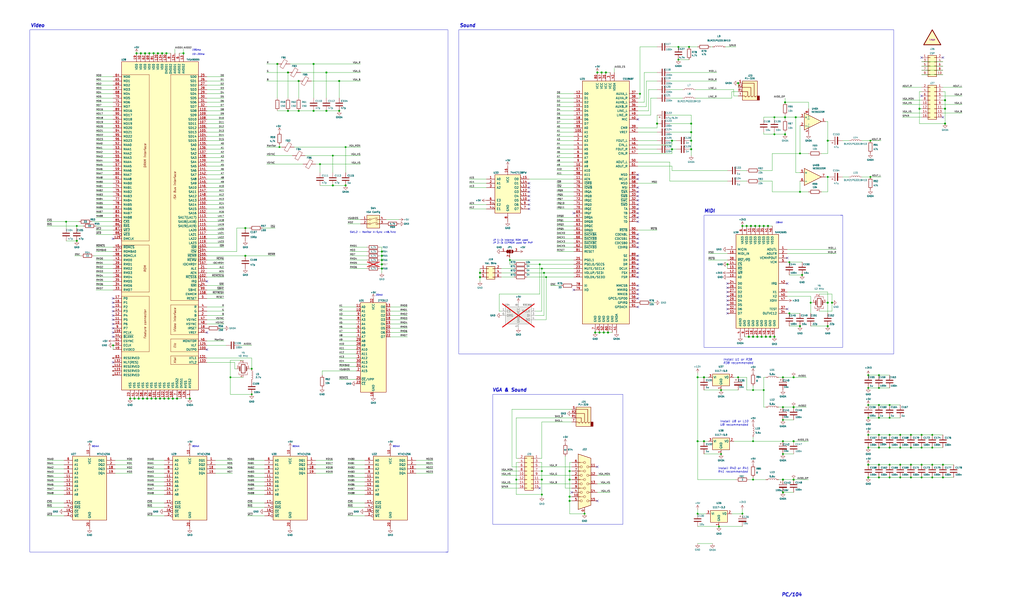
<source format=kicad_sch>
(kicad_sch (version 20250114) (generator "eeschema") (generator_version "9.0")
  (paper "User" 609.6 355.6)
  (title_block (title "VGA_SB_Devices") (company "Russia, Samara 2026") (comment 1 "004") (comment 2 "Maxssau"))
  (lib_symbols
    (symbol "74xx:74LS138" (pin_names (offset 1.016))
      (property "Reference" "U" (at -7.62 11.43 0))
      (property "Value" "74LS138" (at -7.62 -13.97 0))
      (symbol "74LS138_1_0"
        (pin input line (at -12.7 7.62 0) (length 5.08) (name "A0") (number "1"))
        (pin input line (at -12.7 5.08 0) (length 5.08) (name "A1") (number "2"))
        (pin input line (at -12.7 2.54 0) (length 5.08) (name "A2") (number "3"))
        (pin input line (at -12.7 -5.08 0) (length 5.08) (name "E3") (number "6"))
        (pin input input_low (at -12.7 -7.62 0) (length 5.08) (name "E2") (number "5"))
        (pin input input_low (at -12.7 -10.16 0) (length 5.08) (name "E1") (number "4"))
        (pin power_in line (at 0 15.24 270) (length 5.08) (name "VCC") (number "16"))
        (pin power_in line (at 0 -17.78 90) (length 5.08) (name "GND") (number "8"))
        (pin output output_low (at 12.7 7.62 180) (length 5.08) (name "O0") (number "15"))
        (pin output output_low (at 12.7 5.08 180) (length 5.08) (name "O1") (number "14"))
        (pin output output_low (at 12.7 2.54 180) (length 5.08) (name "O2") (number "13"))
        (pin output output_low (at 12.7 0 180) (length 5.08) (name "O3") (number "12"))
        (pin output output_low (at 12.7 -2.54 180) (length 5.08) (name "O4") (number "11"))
        (pin output output_low (at 12.7 -5.08 180) (length 5.08) (name "O5") (number "10"))
        (pin output output_low (at 12.7 -7.62 180) (length 5.08) (name "O6") (number "9"))
        (pin output output_low (at 12.7 -10.16 180) (length 5.08) (name "O7") (number "7"))
      )
    )
    (symbol "AMS1117-5.0_1"
      (property "Reference" "U" (at -3.81 3.175 0))
      (property "Value" "AMS1117-5.0" (at 0 3.175 0))
      (symbol "AMS1117-5.0_1_1_1"
        (pin power_in line (at -7.62 0 0) (length 2.54) (name "VI") (number "3"))
        (pin power_in line (at 0 -7.62 90) (length 2.54) (name "GND") (number "1"))
        (pin power_out line (at 7.62 0 180) (length 2.54) (name "VO") (number "2"))
      )
    )
    (symbol "Amplifier_Operational:NE5532" (pin_names (offset 0.127))
      (property "Reference" "U" (at 0 5.08 0))
      (property "Value" "NE5532" (at 0 -5.08 0))
      (symbol "NE5532_1_1"
        (pin input line (at -7.62 2.54 0) (length 2.54) (name "+") (number "3"))
        (pin input line (at -7.62 -2.54 0) (length 2.54) (name "-") (number "2"))
        (pin output line (at 7.62 0 180) (length 2.54) (name "~") (number "1"))
      )
      (symbol "NE5532_2_1"
        (pin input line (at -7.62 2.54 0) (length 2.54) (name "+") (number "5"))
        (pin input line (at -7.62 -2.54 0) (length 2.54) (name "-") (number "6"))
        (pin output line (at 7.62 0 180) (length 2.54) (name "~") (number "7"))
      )
      (symbol "NE5532_3_1"
        (pin power_in line (at -2.54 7.62 270) (length 3.81) (name "V+") (number "8"))
        (pin power_in line (at -2.54 -7.62 90) (length 3.81) (name "V-") (number "4"))
      )
    )
    (symbol "Connector:DB15_Female_HighDensity_MountingHoles" (pin_names (offset 1.016) (hide yes))
      (property "Reference" "J" (at 0 21.59 0))
      (property "Value" "DB15_Female_HighDensity_MountingHoles" (at 0 19.05 0))
      (symbol "DB15_Female_HighDensity_MountingHoles_1_1"
        (pin passive line (at -7.62 12.7 0) (length 5.08) (name "~") (number "6"))
        (pin passive line (at -7.62 10.16 0) (length 5.08) (name "~") (number "1"))
        (pin passive line (at -7.62 7.62 0) (length 5.08) (name "~") (number "7"))
        (pin passive line (at -7.62 5.08 0) (length 5.08) (name "~") (number "2"))
        (pin passive line (at -7.62 2.54 0) (length 5.08) (name "~") (number "8"))
        (pin passive line (at -7.62 0 0) (length 5.08) (name "~") (number "3"))
        (pin passive line (at -7.62 -2.54 0) (length 5.08) (name "~") (number "9"))
        (pin passive line (at -7.62 -5.08 0) (length 5.08) (name "~") (number "4"))
        (pin passive line (at -7.62 -7.62 0) (length 5.08) (name "~") (number "10"))
        (pin passive line (at -7.62 -10.16 0) (length 5.08) (name "~") (number "5"))
        (pin passive line (at 0 -17.78 90) (length 3.81) (name "~") (number "0"))
        (pin passive line (at 7.62 10.16 180) (length 5.08) (name "~") (number "11"))
        (pin passive line (at 7.62 5.08 180) (length 5.08) (name "~") (number "12"))
        (pin passive line (at 7.62 0 180) (length 5.08) (name "~") (number "13"))
        (pin passive line (at 7.62 -5.08 180) (length 5.08) (name "~") (number "14"))
        (pin passive line (at 7.62 -10.16 180) (length 5.08) (name "~") (number "15"))
      )
    )
    (symbol "Connector_Audio:AudioJack4"
      (property "Reference" "J" (at 0 8.89 0))
      (property "Value" "AudioJack4" (at 0 6.35 0))
      (symbol "AudioJack4_1_1"
        (pin passive line (at 5.08 2.54 180) (length 2.54) (name "~") (number "S"))
        (pin passive line (at 5.08 0 180) (length 2.54) (name "~") (number "R2"))
        (pin passive line (at 5.08 -2.54 180) (length 2.54) (name "~") (number "R1"))
        (pin passive line (at 5.08 -5.08 180) (length 2.54) (name "~") (number "T"))
      )
    )
    (symbol "Connector_Generic:Conn_02x03_Odd_Even" (pin_names (offset 1.016) (hide yes))
      (property "Reference" "J" (at 1.27 5.08 0))
      (property "Value" "Conn_02x03_Odd_Even" (at 1.27 -5.08 0))
      (symbol "Conn_02x03_Odd_Even_1_1"
        (pin passive line (at -5.08 2.54 0) (length 3.81) (name "Pin_1") (number "1"))
        (pin passive line (at -5.08 0 0) (length 3.81) (name "Pin_3") (number "3"))
        (pin passive line (at -5.08 -2.54 0) (length 3.81) (name "Pin_5") (number "5"))
        (pin passive line (at 7.62 2.54 180) (length 3.81) (name "Pin_2") (number "2"))
        (pin passive line (at 7.62 0 180) (length 3.81) (name "Pin_4") (number "4"))
        (pin passive line (at 7.62 -2.54 180) (length 3.81) (name "Pin_6") (number "6"))
      )
    )
    (symbol "Connector_Generic:Conn_02x05_Odd_Even" (pin_names (offset 1.016) (hide yes))
      (property "Reference" "J" (at 1.27 7.62 0))
      (property "Value" "Conn_02x05_Odd_Even" (at 1.27 -7.62 0))
      (symbol "Conn_02x05_Odd_Even_1_1"
        (pin passive line (at -5.08 5.08 0) (length 3.81) (name "Pin_1") (number "1"))
        (pin passive line (at -5.08 2.54 0) (length 3.81) (name "Pin_3") (number "3"))
        (pin passive line (at -5.08 0 0) (length 3.81) (name "Pin_5") (number "5"))
        (pin passive line (at -5.08 -2.54 0) (length 3.81) (name "Pin_7") (number "7"))
        (pin passive line (at -5.08 -5.08 0) (length 3.81) (name "Pin_9") (number "9"))
        (pin passive line (at 7.62 5.08 180) (length 3.81) (name "Pin_2") (number "2"))
        (pin passive line (at 7.62 2.54 180) (length 3.81) (name "Pin_4") (number "4"))
        (pin passive line (at 7.62 0 180) (length 3.81) (name "Pin_6") (number "6"))
        (pin passive line (at 7.62 -2.54 180) (length 3.81) (name "Pin_8") (number "8"))
        (pin passive line (at 7.62 -5.08 180) (length 3.81) (name "Pin_10") (number "10"))
      )
    )
    (symbol "Connector_Generic:Conn_02x08_Odd_Even" (pin_names (offset 1.016) (hide yes))
      (property "Reference" "J" (at 1.27 10.16 0))
      (property "Value" "Conn_02x08_Odd_Even" (at 1.27 -12.7 0))
      (symbol "Conn_02x08_Odd_Even_1_1"
        (pin passive line (at -5.08 7.62 0) (length 3.81) (name "Pin_1") (number "1"))
        (pin passive line (at -5.08 5.08 0) (length 3.81) (name "Pin_3") (number "3"))
        (pin passive line (at -5.08 2.54 0) (length 3.81) (name "Pin_5") (number "5"))
        (pin passive line (at -5.08 0 0) (length 3.81) (name "Pin_7") (number "7"))
        (pin passive line (at -5.08 -2.54 0) (length 3.81) (name "Pin_9") (number "9"))
        (pin passive line (at -5.08 -5.08 0) (length 3.81) (name "Pin_11") (number "11"))
        (pin passive line (at -5.08 -7.62 0) (length 3.81) (name "Pin_13") (number "13"))
        (pin passive line (at -5.08 -10.16 0) (length 3.81) (name "Pin_15") (number "15"))
        (pin passive line (at 7.62 7.62 180) (length 3.81) (name "Pin_2") (number "2"))
        (pin passive line (at 7.62 5.08 180) (length 3.81) (name "Pin_4") (number "4"))
        (pin passive line (at 7.62 2.54 180) (length 3.81) (name "Pin_6") (number "6"))
        (pin passive line (at 7.62 0 180) (length 3.81) (name "Pin_8") (number "8"))
        (pin passive line (at 7.62 -2.54 180) (length 3.81) (name "Pin_10") (number "10"))
        (pin passive line (at 7.62 -5.08 180) (length 3.81) (name "Pin_12") (number "12"))
        (pin passive line (at 7.62 -7.62 180) (length 3.81) (name "Pin_14") (number "14"))
        (pin passive line (at 7.62 -10.16 180) (length 3.81) (name "Pin_16") (number "16"))
      )
    )
    (symbol "Connector_Generic:Conn_02x20_Odd_Even" (pin_names (offset 1.016) (hide yes))
      (property "Reference" "J" (at 1.27 25.4 0))
      (property "Value" "Conn_02x20_Odd_Even" (at 1.27 -27.94 0))
      (symbol "Conn_02x20_Odd_Even_1_1"
        (pin passive line (at -5.08 22.86 0) (length 3.81) (name "Pin_1") (number "1"))
        (pin passive line (at -5.08 20.32 0) (length 3.81) (name "Pin_3") (number "3"))
        (pin passive line (at -5.08 17.78 0) (length 3.81) (name "Pin_5") (number "5"))
        (pin passive line (at -5.08 15.24 0) (length 3.81) (name "Pin_7") (number "7"))
        (pin passive line (at -5.08 12.7 0) (length 3.81) (name "Pin_9") (number "9"))
        (pin passive line (at -5.08 10.16 0) (length 3.81) (name "Pin_11") (number "11"))
        (pin passive line (at -5.08 7.62 0) (length 3.81) (name "Pin_13") (number "13"))
        (pin passive line (at -5.08 5.08 0) (length 3.81) (name "Pin_15") (number "15"))
        (pin passive line (at -5.08 2.54 0) (length 3.81) (name "Pin_17") (number "17"))
        (pin passive line (at -5.08 0 0) (length 3.81) (name "Pin_19") (number "19"))
        (pin passive line (at -5.08 -2.54 0) (length 3.81) (name "Pin_21") (number "21"))
        (pin passive line (at -5.08 -5.08 0) (length 3.81) (name "Pin_23") (number "23"))
        (pin passive line (at -5.08 -7.62 0) (length 3.81) (name "Pin_25") (number "25"))
        (pin passive line (at -5.08 -10.16 0) (length 3.81) (name "Pin_27") (number "27"))
        (pin passive line (at -5.08 -12.7 0) (length 3.81) (name "Pin_29") (number "29"))
        (pin passive line (at -5.08 -15.24 0) (length 3.81) (name "Pin_31") (number "31"))
        (pin passive line (at -5.08 -17.78 0) (length 3.81) (name "Pin_33") (number "33"))
        (pin passive line (at -5.08 -20.32 0) (length 3.81) (name "Pin_35") (number "35"))
        (pin passive line (at -5.08 -22.86 0) (length 3.81) (name "Pin_37") (number "37"))
        (pin passive line (at -5.08 -25.4 0) (length 3.81) (name "Pin_39") (number "39"))
        (pin passive line (at 7.62 22.86 180) (length 3.81) (name "Pin_2") (number "2"))
        (pin passive line (at 7.62 20.32 180) (length 3.81) (name "Pin_4") (number "4"))
        (pin passive line (at 7.62 17.78 180) (length 3.81) (name "Pin_6") (number "6"))
        (pin passive line (at 7.62 15.24 180) (length 3.81) (name "Pin_8") (number "8"))
        (pin passive line (at 7.62 12.7 180) (length 3.81) (name "Pin_10") (number "10"))
        (pin passive line (at 7.62 10.16 180) (length 3.81) (name "Pin_12") (number "12"))
        (pin passive line (at 7.62 7.62 180) (length 3.81) (name "Pin_14") (number "14"))
        (pin passive line (at 7.62 5.08 180) (length 3.81) (name "Pin_16") (number "16"))
        (pin passive line (at 7.62 2.54 180) (length 3.81) (name "Pin_18") (number "18"))
        (pin passive line (at 7.62 0 180) (length 3.81) (name "Pin_20") (number "20"))
        (pin passive line (at 7.62 -2.54 180) (length 3.81) (name "Pin_22") (number "22"))
        (pin passive line (at 7.62 -5.08 180) (length 3.81) (name "Pin_24") (number "24"))
        (pin passive line (at 7.62 -7.62 180) (length 3.81) (name "Pin_26") (number "26"))
        (pin passive line (at 7.62 -10.16 180) (length 3.81) (name "Pin_28") (number "28"))
        (pin passive line (at 7.62 -12.7 180) (length 3.81) (name "Pin_30") (number "30"))
        (pin passive line (at 7.62 -15.24 180) (length 3.81) (name "Pin_32") (number "32"))
        (pin passive line (at 7.62 -17.78 180) (length 3.81) (name "Pin_34") (number "34"))
        (pin passive line (at 7.62 -20.32 180) (length 3.81) (name "Pin_36") (number "36"))
        (pin passive line (at 7.62 -22.86 180) (length 3.81) (name "Pin_38") (number "38"))
        (pin passive line (at 7.62 -25.4 180) (length 3.81) (name "Pin_40") (number "40"))
      )
    )
    (symbol "Connector_Generic:Conn_02x32_Odd_Even" (pin_names (offset 1.016) (hide yes))
      (property "Reference" "J" (at 1.27 40.64 0))
      (property "Value" "Conn_02x32_Odd_Even" (at 1.27 -43.18 0))
      (symbol "Conn_02x32_Odd_Even_1_1"
        (pin passive line (at -5.08 38.1 0) (length 3.81) (name "Pin_1") (number "1"))
        (pin passive line (at -5.08 35.56 0) (length 3.81) (name "Pin_3") (number "3"))
        (pin passive line (at -5.08 33.02 0) (length 3.81) (name "Pin_5") (number "5"))
        (pin passive line (at -5.08 30.48 0) (length 3.81) (name "Pin_7") (number "7"))
        (pin passive line (at -5.08 27.94 0) (length 3.81) (name "Pin_9") (number "9"))
        (pin passive line (at -5.08 25.4 0) (length 3.81) (name "Pin_11") (number "11"))
        (pin passive line (at -5.08 22.86 0) (length 3.81) (name "Pin_13") (number "13"))
        (pin passive line (at -5.08 20.32 0) (length 3.81) (name "Pin_15") (number "15"))
        (pin passive line (at -5.08 17.78 0) (length 3.81) (name "Pin_17") (number "17"))
        (pin passive line (at -5.08 15.24 0) (length 3.81) (name "Pin_19") (number "19"))
        (pin passive line (at -5.08 12.7 0) (length 3.81) (name "Pin_21") (number "21"))
        (pin passive line (at -5.08 10.16 0) (length 3.81) (name "Pin_23") (number "23"))
        (pin passive line (at -5.08 7.62 0) (length 3.81) (name "Pin_25") (number "25"))
        (pin passive line (at -5.08 5.08 0) (length 3.81) (name "Pin_27") (number "27"))
        (pin passive line (at -5.08 2.54 0) (length 3.81) (name "Pin_29") (number "29"))
        (pin passive line (at -5.08 0 0) (length 3.81) (name "Pin_31") (number "31"))
        (pin passive line (at -5.08 -2.54 0) (length 3.81) (name "Pin_33") (number "33"))
        (pin passive line (at -5.08 -5.08 0) (length 3.81) (name "Pin_35") (number "35"))
        (pin passive line (at -5.08 -7.62 0) (length 3.81) (name "Pin_37") (number "37"))
        (pin passive line (at -5.08 -10.16 0) (length 3.81) (name "Pin_39") (number "39"))
        (pin passive line (at -5.08 -12.7 0) (length 3.81) (name "Pin_41") (number "41"))
        (pin passive line (at -5.08 -15.24 0) (length 3.81) (name "Pin_43") (number "43"))
        (pin passive line (at -5.08 -17.78 0) (length 3.81) (name "Pin_45") (number "45"))
        (pin passive line (at -5.08 -20.32 0) (length 3.81) (name "Pin_47") (number "47"))
        (pin passive line (at -5.08 -22.86 0) (length 3.81) (name "Pin_49") (number "49"))
        (pin passive line (at -5.08 -25.4 0) (length 3.81) (name "Pin_51") (number "51"))
        (pin passive line (at -5.08 -27.94 0) (length 3.81) (name "Pin_53") (number "53"))
        (pin passive line (at -5.08 -30.48 0) (length 3.81) (name "Pin_55") (number "55"))
        (pin passive line (at -5.08 -33.02 0) (length 3.81) (name "Pin_57") (number "57"))
        (pin passive line (at -5.08 -35.56 0) (length 3.81) (name "Pin_59") (number "59"))
        (pin passive line (at -5.08 -38.1 0) (length 3.81) (name "Pin_61") (number "61"))
        (pin passive line (at -5.08 -40.64 0) (length 3.81) (name "Pin_63") (number "63"))
        (pin passive line (at 7.62 38.1 180) (length 3.81) (name "Pin_2") (number "2"))
        (pin passive line (at 7.62 35.56 180) (length 3.81) (name "Pin_4") (number "4"))
        (pin passive line (at 7.62 33.02 180) (length 3.81) (name "Pin_6") (number "6"))
        (pin passive line (at 7.62 30.48 180) (length 3.81) (name "Pin_8") (number "8"))
        (pin passive line (at 7.62 27.94 180) (length 3.81) (name "Pin_10") (number "10"))
        (pin passive line (at 7.62 25.4 180) (length 3.81) (name "Pin_12") (number "12"))
        (pin passive line (at 7.62 22.86 180) (length 3.81) (name "Pin_14") (number "14"))
        (pin passive line (at 7.62 20.32 180) (length 3.81) (name "Pin_16") (number "16"))
        (pin passive line (at 7.62 17.78 180) (length 3.81) (name "Pin_18") (number "18"))
        (pin passive line (at 7.62 15.24 180) (length 3.81) (name "Pin_20") (number "20"))
        (pin passive line (at 7.62 12.7 180) (length 3.81) (name "Pin_22") (number "22"))
        (pin passive line (at 7.62 10.16 180) (length 3.81) (name "Pin_24") (number "24"))
        (pin passive line (at 7.62 7.62 180) (length 3.81) (name "Pin_26") (number "26"))
        (pin passive line (at 7.62 5.08 180) (length 3.81) (name "Pin_28") (number "28"))
        (pin passive line (at 7.62 2.54 180) (length 3.81) (name "Pin_30") (number "30"))
        (pin passive line (at 7.62 0 180) (length 3.81) (name "Pin_32") (number "32"))
        (pin passive line (at 7.62 -2.54 180) (length 3.81) (name "Pin_34") (number "34"))
        (pin passive line (at 7.62 -5.08 180) (length 3.81) (name "Pin_36") (number "36"))
        (pin passive line (at 7.62 -7.62 180) (length 3.81) (name "Pin_38") (number "38"))
        (pin passive line (at 7.62 -10.16 180) (length 3.81) (name "Pin_40") (number "40"))
        (pin passive line (at 7.62 -12.7 180) (length 3.81) (name "Pin_42") (number "42"))
        (pin passive line (at 7.62 -15.24 180) (length 3.81) (name "Pin_44") (number "44"))
        (pin passive line (at 7.62 -17.78 180) (length 3.81) (name "Pin_46") (number "46"))
        (pin passive line (at 7.62 -20.32 180) (length 3.81) (name "Pin_48") (number "48"))
        (pin passive line (at 7.62 -22.86 180) (length 3.81) (name "Pin_50") (number "50"))
        (pin passive line (at 7.62 -25.4 180) (length 3.81) (name "Pin_52") (number "52"))
        (pin passive line (at 7.62 -27.94 180) (length 3.81) (name "Pin_54") (number "54"))
        (pin passive line (at 7.62 -30.48 180) (length 3.81) (name "Pin_56") (number "56"))
        (pin passive line (at 7.62 -33.02 180) (length 3.81) (name "Pin_58") (number "58"))
        (pin passive line (at 7.62 -35.56 180) (length 3.81) (name "Pin_60") (number "60"))
        (pin passive line (at 7.62 -38.1 180) (length 3.81) (name "Pin_62") (number "62"))
        (pin passive line (at 7.62 -40.64 180) (length 3.81) (name "Pin_64") (number "64"))
      )
    )
    (symbol "Device:C" (pin_numbers (hide yes)) (pin_names (offset 0.254))
      (property "Reference" "C" (at 0.635 2.54 0))
      (property "Value" "C" (at 0.635 -2.54 0))
      (symbol "C_1_1"
        (pin passive line (at 0 3.81 270) (length 2.794) (name "~") (number "1"))
        (pin passive line (at 0 -3.81 90) (length 2.794) (name "~") (number "2"))
      )
    )
    (symbol "Device:C_Polarized" (pin_numbers (hide yes)) (pin_names (offset 0.254))
      (property "Reference" "C" (at 0.635 2.54 0))
      (property "Value" "C_Polarized" (at 0.635 -2.54 0))
      (symbol "C_Polarized_1_1"
        (pin passive line (at 0 3.81 270) (length 2.794) (name "~") (number "1"))
        (pin passive line (at 0 -3.81 90) (length 2.794) (name "~") (number "2"))
      )
    )
    (symbol "Device:Crystal_GND24" (pin_names (offset 1.016) (hide yes))
      (property "Reference" "Y" (at 3.175 5.08 0))
      (property "Value" "Crystal_GND24" (at 3.175 3.175 0))
      (symbol "Crystal_GND24_1_1"
        (pin passive line (at -3.81 0 0) (length 1.27) (name "1") (number "1"))
        (pin passive line (at 0 5.08 270) (length 1.27) (name "2") (number "2"))
        (pin passive line (at 0 -5.08 90) (length 1.27) (name "4") (number "4"))
        (pin passive line (at 3.81 0 180) (length 1.27) (name "3") (number "3"))
      )
    )
    (symbol "Device:FerriteBead" (pin_numbers (hide yes)) (pin_names (offset 0))
      (property "Reference" "FB" (at -3.81 0.635 90))
      (property "Value" "FerriteBead" (at 3.81 0 90))
      (symbol "FerriteBead_1_1"
        (pin passive line (at 0 3.81 270) (length 2.54) (name "~") (number "1"))
        (pin passive line (at 0 -3.81 90) (length 2.54) (name "~") (number "2"))
      )
    )
    (symbol "Device:L" (pin_numbers (hide yes)) (pin_names (offset 1.016) (hide yes))
      (property "Reference" "L" (at -1.27 0 90))
      (property "Value" "L" (at 1.905 0 90))
      (symbol "L_1_1"
        (pin passive line (at 0 3.81 270) (length 1.27) (name "1") (number "1"))
        (pin passive line (at 0 -3.81 90) (length 1.27) (name "2") (number "2"))
      )
    )
    (symbol "Device:R" (pin_numbers (hide yes)) (pin_names (offset 0))
      (property "Reference" "R" (at 2.032 0 90))
      (property "Value" "R" (at 0 0 90))
      (symbol "R_1_1"
        (pin passive line (at 0 3.81 270) (length 1.27) (name "~") (number "1"))
        (pin passive line (at 0 -3.81 90) (length 1.27) (name "~") (number "2"))
      )
    )
    (symbol "Jumper:SolderJumper_3_Bridged12" (pin_names (offset 0) (hide yes))
      (property "Reference" "JP" (at -2.54 -2.54 0))
      (property "Value" "SolderJumper_3_Bridged12" (at 0 2.794 0))
      (symbol "SolderJumper_3_Bridged12_1_1"
        (pin passive line (at -5.08 0 0) (length 2.54) (name "A") (number "1"))
        (pin passive line (at 0 -3.81 90) (length 2.54) (name "C") (number "2"))
        (pin passive line (at 5.08 0 180) (length 2.54) (name "B") (number "3"))
      )
    )
    (symbol "Memory_EEPROM:93CxxC"
      (property "Reference" "U" (at -7.62 6.35 0))
      (property "Value" "93CxxC" (at 2.54 -6.35 0))
      (symbol "93CxxC_1_1"
        (pin input line (at -10.16 2.54 0) (length 2.54) (name "CS") (number "1"))
        (pin input line (at -10.16 0 0) (length 2.54) (name "ORG") (number "6"))
        (pin no_connect line (at -7.62 -2.54 0) (length 2.54) (hide yes) (name "NC") (number "7"))
        (pin power_in line (at 0 7.62 270) (length 2.54) (name "VCC") (number "8"))
        (pin power_in line (at 0 -7.62 90) (length 2.54) (name "GND") (number "5"))
        (pin input line (at 10.16 2.54 180) (length 2.54) (name "SCLK") (number "2"))
        (pin input line (at 10.16 0 180) (length 2.54) (name "DI") (number "3"))
        (pin tri_state line (at 10.16 -2.54 180) (length 2.54) (name "DO") (number "4"))
      )
    )
    (symbol "Memory_EPROM:27C512PLCC"
      (property "Reference" "U" (at -7.62 26.67 0))
      (property "Value" "27C512PLCC" (at 2.54 -29.21 0))
      (symbol "27C512PLCC_1_1"
        (pin input line (at -10.16 22.86 0) (length 2.54) (name "A0") (number "11"))
        (pin input line (at -10.16 20.32 0) (length 2.54) (name "A1") (number "10"))
        (pin input line (at -10.16 17.78 0) (length 2.54) (name "A2") (number "9"))
        (pin input line (at -10.16 15.24 0) (length 2.54) (name "A3") (number "8"))
        (pin input line (at -10.16 12.7 0) (length 2.54) (name "A4") (number "7"))
        (pin input line (at -10.16 10.16 0) (length 2.54) (name "A5") (number "6"))
        (pin input line (at -10.16 7.62 0) (length 2.54) (name "A6") (number "5"))
        (pin input line (at -10.16 5.08 0) (length 2.54) (name "A7") (number "4"))
        (pin input line (at -10.16 2.54 0) (length 2.54) (name "A8") (number "29"))
        (pin input line (at -10.16 0 0) (length 2.54) (name "A9") (number "28"))
        (pin input line (at -10.16 -2.54 0) (length 2.54) (name "A10") (number "24"))
        (pin input line (at -10.16 -5.08 0) (length 2.54) (name "A11") (number "27"))
        (pin input line (at -10.16 -7.62 0) (length 2.54) (name "A12") (number "3"))
        (pin input line (at -10.16 -10.16 0) (length 2.54) (name "A13") (number "30"))
        (pin input line (at -10.16 -12.7 0) (length 2.54) (name "A14") (number "31"))
        (pin input line (at -10.16 -15.24 0) (length 2.54) (name "A15") (number "2"))
        (pin input line (at -10.16 -20.32 0) (length 2.54) (name "~{OE}/VPP") (number "25"))
        (pin input line (at -10.16 -22.86 0) (length 2.54) (name "~{CE}") (number "23"))
        (pin power_in line (at 0 27.94 270) (length 2.54) (name "VCC") (number "32"))
        (pin power_in line (at 0 -30.48 90) (length 2.54) (name "GND") (number "16"))
        (pin no_connect line (at 7.62 -17.78 180) (length 2.54) (hide yes) (name "NC") (number "1"))
        (pin no_connect line (at 7.62 -20.32 180) (length 2.54) (hide yes) (name "NC") (number "17"))
        (pin no_connect line (at 7.62 -22.86 180) (length 2.54) (hide yes) (name "NC") (number "12"))
        (pin no_connect line (at 7.62 -25.4 180) (length 2.54) (hide yes) (name "NC") (number "26"))
        (pin tri_state line (at 10.16 22.86 180) (length 2.54) (name "O0") (number "13"))
        (pin tri_state line (at 10.16 20.32 180) (length 2.54) (name "O1") (number "14"))
        (pin tri_state line (at 10.16 17.78 180) (length 2.54) (name "O2") (number "15"))
        (pin tri_state line (at 10.16 15.24 180) (length 2.54) (name "O3") (number "18"))
        (pin tri_state line (at 10.16 12.7 180) (length 2.54) (name "O4") (number "19"))
        (pin tri_state line (at 10.16 10.16 180) (length 2.54) (name "O5") (number "20"))
        (pin tri_state line (at 10.16 7.62 180) (length 2.54) (name "O6") (number "21"))
        (pin tri_state line (at 10.16 5.08 180) (length 2.54) (name "O7") (number "22"))
      )
    )
    (symbol "Regulator_Linear:AMS1117-3.3"
      (property "Reference" "U" (at -3.81 3.175 0))
      (property "Value" "AMS1117-3.3" (at 0 3.175 0))
      (symbol "AMS1117-3.3_1_1"
        (pin power_in line (at -7.62 0 0) (length 2.54) (name "VI") (number "3"))
        (pin power_in line (at 0 -7.62 90) (length 2.54) (name "GND") (number "1"))
        (pin power_out line (at 7.62 0 180) (length 2.54) (name "VO") (number "2"))
      )
    )
    (symbol "Regulator_Linear:AMS1117-5.0"
      (property "Reference" "U" (at -3.81 3.175 0))
      (property "Value" "AMS1117-5.0" (at 0 3.175 0))
      (symbol "AMS1117-5.0_1_1"
        (pin power_in line (at -7.62 0 0) (length 2.54) (name "VI") (number "3"))
        (pin power_in line (at 0 -7.62 90) (length 2.54) (name "GND") (number "1"))
        (pin power_out line (at 7.62 0 180) (length 2.54) (name "VO") (number "2"))
      )
    )
    (symbol "Switch:SW_DIP_x02" (pin_names (offset 0) (hide yes))
      (property "Reference" "SW" (at 0 6.35 0))
      (property "Value" "SW_DIP_x02" (at 0 -3.81 0))
      (symbol "SW_DIP_x02_1_1"
        (pin passive line (at -7.62 2.54 0) (length 5.08) (name "~") (number "1"))
        (pin passive line (at -7.62 0 0) (length 5.08) (name "~") (number "2"))
        (pin passive line (at 7.62 2.54 180) (length 5.08) (name "~") (number "4"))
        (pin passive line (at 7.62 0 180) (length 5.08) (name "~") (number "3"))
      )
    )
    (symbol "my:ES1868F" (pin_names (offset 1.016))
      (property "Reference" "U" (at 0 2.54 0))
      (property "Value" "ES1868F" (at 0 0 0))
      (symbol "ES1868F_1_1"
        (pin bidirectional line (at -19.05 64.77 0) (length 5.08) (name "D0") (number "12"))
        (pin bidirectional line (at -19.05 62.23 0) (length 5.08) (name "D1") (number "13"))
        (pin bidirectional line (at -19.05 59.69 0) (length 5.08) (name "D2") (number "14"))
        (pin bidirectional line (at -19.05 57.15 0) (length 5.08) (name "D3") (number "15"))
        (pin bidirectional line (at -19.05 54.61 0) (length 5.08) (name "D4") (number "16"))
        (pin bidirectional line (at -19.05 52.07 0) (length 5.08) (name "D5") (number "17"))
        (pin bidirectional line (at -19.05 49.53 0) (length 5.08) (name "D6") (number "18"))
        (pin bidirectional line (at -19.05 46.99 0) (length 5.08) (name "D7") (number "19"))
        (pin input line (at -19.05 44.45 0) (length 5.08) (name "A0") (number "99"))
        (pin input line (at -19.05 41.91 0) (length 5.08) (name "A1") (number "100"))
        (pin input line (at -19.05 39.37 0) (length 5.08) (name "A2") (number "1"))
        (pin input line (at -19.05 36.83 0) (length 5.08) (name "A3") (number "2"))
        (pin input line (at -19.05 34.29 0) (length 5.08) (name "A4") (number "4"))
        (pin input line (at -19.05 31.75 0) (length 5.08) (name "A5") (number "5"))
        (pin input line (at -19.05 29.21 0) (length 5.08) (name "A6") (number "6"))
        (pin input line (at -19.05 26.67 0) (length 5.08) (name "A7") (number "8"))
        (pin input line (at -19.05 24.13 0) (length 5.08) (name "A8") (number "9"))
        (pin input line (at -19.05 21.59 0) (length 5.08) (name "A9") (number "10"))
        (pin input line (at -19.05 19.05 0) (length 5.08) (name "A10") (number "97"))
        (pin input line (at -19.05 16.51 0) (length 5.08) (name "A11") (number "98"))
        (pin input line (at -19.05 13.97 0) (length 5.08) (name "AEN") (number "11"))
        (pin input line (at -19.05 11.43 0) (length 5.08) (name "~{IORB}") (number "75"))
        (pin input line (at -19.05 8.89 0) (length 5.08) (name "~{IOWB}") (number "76"))
        (pin tri_state line (at -19.05 6.35 0) (length 5.08) (name "IRQA") (number "74"))
        (pin tri_state line (at -19.05 3.81 0) (length 5.08) (name "IRQB") (number "73"))
        (pin tri_state line (at -19.05 1.27 0) (length 5.08) (name "IRQC") (number "72"))
        (pin tri_state line (at -19.05 -1.27 0) (length 5.08) (name "IRQD") (number "71"))
        (pin tri_state line (at -19.05 -3.81 0) (length 5.08) (name "IRQE") (number "70"))
        (pin tri_state line (at -19.05 -6.35 0) (length 5.08) (name "IRQF") (number "69"))
        (pin output line (at -19.05 -8.89 0) (length 5.08) (name "DRQA") (number "67"))
        (pin output line (at -19.05 -11.43 0) (length 5.08) (name "DRQB") (number "65"))
        (pin output line (at -19.05 -13.97 0) (length 5.08) (name "DRQC") (number "63"))
        (pin output line (at -19.05 -16.51 0) (length 5.08) (name "DRQD") (number "61"))
        (pin tri_state line (at -19.05 -19.05 0) (length 5.08) (name "~{DACKBA}") (number "68"))
        (pin tri_state line (at -19.05 -21.59 0) (length 5.08) (name "~{DACKBB}") (number "66"))
        (pin tri_state line (at -19.05 -24.13 0) (length 5.08) (name "~{DACKBC}") (number "64"))
        (pin tri_state line (at -19.05 -26.67 0) (length 5.08) (name "~{DACKBD}") (number "62"))
        (pin input line (at -19.05 -29.21 0) (length 5.08) (name "RESET") (number "81"))
        (pin input line (at -19.05 -34.29 0) (length 5.08) (name "PSEL1") (number "25"))
        (pin input line (at -19.05 -36.83 0) (length 5.08) (name "PSEL0/SECS") (number "20"))
        (pin output line (at -19.05 -39.37 0) (length 5.08) (name "MUTE/SECLK") (number "23"))
        (pin input line (at -19.05 -41.91 0) (length 5.08) (name "VOLUP/SEDI") (number "22"))
        (pin input line (at -19.05 -44.45 0) (length 5.08) (name "VOLDN/SEDO") (number "21"))
        (pin input line (at -19.05 -49.53 0) (length 5.08) (name "XI") (number "78"))
        (pin output line (at -19.05 -52.07 0) (length 5.08) (name "XO") (number "79"))
        (pin power_in line (at -6.35 -77.47 90) (length 5.08) (name "GND") (number "7"))
        (pin power_in line (at -5.08 77.47 270) (length 5.08) (name "VCC") (number "80"))
        (pin power_in line (at -3.81 -77.47 90) (length 5.08) (name "GND") (number "24"))
        (pin power_in line (at -2.54 77.47 270) (length 5.08) (name "VCC") (number "57"))
        (pin power_in line (at -1.27 -77.47 90) (length 5.08) (name "GND") (number "52"))
        (pin power_in line (at 0 77.47 270) (length 5.08) (name "VCC") (number "26"))
        (pin power_in line (at 1.27 -77.47 90) (length 5.08) (name "GND") (number "60"))
        (pin power_in line (at 2.54 77.47 270) (length 5.08) (name "VCC") (number "3"))
        (pin power_in line (at 3.81 -77.47 90) (length 5.08) (name "GND") (number "77"))
        (pin power_in line (at 5.08 77.47 270) (length 5.08) (name "VDDA") (number "43"))
        (pin power_in line (at 6.35 -77.47 90) (length 5.08) (name "GNDA") (number "41"))
        (pin input line (at 19.05 64.77 180) (length 5.08) (name "AUXA_L") (number "37"))
        (pin input line (at 19.05 62.23 180) (length 5.08) (name "AUXA_R") (number "38"))
        (pin input line (at 19.05 59.69 180) (length 5.08) (name "AUXB_L") (number "35"))
        (pin input line (at 19.05 57.15 180) (length 5.08) (name "AUXB_R") (number "36"))
        (pin input line (at 19.05 54.61 180) (length 5.08) (name "LINE_L") (number "48"))
        (pin input line (at 19.05 52.07 180) (length 5.08) (name "LINE_R") (number "49"))
        (pin input line (at 19.05 49.53 180) (length 5.08) (name "MIC") (number "40"))
        (pin output line (at 19.05 44.45 180) (length 5.08) (name "CMR") (number "39"))
        (pin output line (at 19.05 41.91 180) (length 5.08) (name "VREF") (number "42"))
        (pin output line (at 19.05 36.83 180) (length 5.08) (name "FOUT_L") (number "45"))
        (pin input line (at 19.05 34.29 180) (length 5.08) (name "CIN_L") (number "46"))
        (pin output line (at 19.05 31.75 180) (length 5.08) (name "FOUT_R") (number "44"))
        (pin input line (at 19.05 29.21 180) (length 5.08) (name "CIN_R") (number "47"))
        (pin output line (at 19.05 24.13 180) (length 5.08) (name "AOUT_L") (number "50"))
        (pin output line (at 19.05 21.59 180) (length 5.08) (name "AOUT_R") (number "51"))
        (pin input line (at 19.05 16.51 180) (length 5.08) (name "MSD") (number "87"))
        (pin input line (at 19.05 13.97 180) (length 5.08) (name "MCLK") (number "88"))
        (pin output line (at 19.05 11.43 180) (length 5.08) (name "MSO") (number "58"))
        (pin input line (at 19.05 8.89 180) (length 5.08) (name "MSI") (number "59"))
        (pin input line (at 19.05 6.35 180) (length 5.08) (name "~{SWA}") (number "34"))
        (pin input line (at 19.05 3.81 180) (length 5.08) (name "~{SWB}") (number "33"))
        (pin input line (at 19.05 1.27 180) (length 5.08) (name "~{SWC}") (number "32"))
        (pin input line (at 19.05 -1.27 180) (length 5.08) (name "~{SWD}") (number "31"))
        (pin bidirectional line (at 19.05 -3.81 180) (length 5.08) (name "TA") (number "30"))
        (pin bidirectional line (at 19.05 -6.35 180) (length 5.08) (name "TB") (number "29"))
        (pin bidirectional line (at 19.05 -8.89 180) (length 5.08) (name "TC") (number "28"))
        (pin bidirectional line (at 19.05 -11.43 180) (length 5.08) (name "TD") (number "27"))
        (pin output line (at 19.05 -16.51 180) (length 5.08) (name "~{RSTB}") (number "90"))
        (pin output line (at 19.05 -19.05 180) (length 5.08) (name "CDENBL") (number "96"))
        (pin output line (at 19.05 -21.59 180) (length 5.08) (name "CDCSB1") (number "95"))
        (pin output line (at 19.05 -24.13 180) (length 5.08) (name "CDCSB0") (number "94"))
        (pin input line (at 19.05 -26.67 180) (length 5.08) (name "CDIRQ") (number "93"))
        (pin input line (at 19.05 -31.75 180) (length 5.08) (name "SE") (number "89"))
        (pin tri_state line (at 19.05 -34.29 180) (length 5.08) (name "DX") (number "86"))
        (pin input line (at 19.05 -36.83 180) (length 5.08) (name "DR") (number "85"))
        (pin input line (at 19.05 -39.37 180) (length 5.08) (name "DCLK") (number "84"))
        (pin input line (at 19.05 -41.91 180) (length 5.08) (name "FSX") (number "83"))
        (pin input line (at 19.05 -44.45 180) (length 5.08) (name "FSR") (number "82"))
        (pin output line (at 19.05 -49.53 180) (length 5.08) (name "MMCSB") (number "55"))
        (pin input line (at 19.05 -52.07 180) (length 5.08) (name "MMIRQ") (number "54"))
        (pin input line (at 19.05 -54.61 180) (length 5.08) (name "MMIEB") (number "53"))
        (pin output line (at 19.05 -57.15 180) (length 5.08) (name "GPCS/GPO0") (number "56"))
        (pin input line (at 19.05 -59.69 180) (length 5.08) (name "GPIRQ") (number "92"))
        (pin output line (at 19.05 -62.23 180) (length 5.08) (name "GPDACK") (number "91"))
      )
    )
    (symbol "my:MT4C4256" (pin_names (offset 1.016))
      (property "Reference" "U?" (at -8.89 19.05 0))
      (property "Value" "MT4C4256" (at 7.62 19.05 0))
      (symbol "MT4C4256_1_1"
        (pin input line (at -15.24 15.24 0) (length 5.08) (name "A0") (number "6"))
        (pin input line (at -15.24 12.7 0) (length 5.08) (name "A1") (number "7"))
        (pin input line (at -15.24 10.16 0) (length 5.08) (name "A2") (number "8"))
        (pin input line (at -15.24 7.62 0) (length 5.08) (name "A3") (number "9"))
        (pin input line (at -15.24 5.08 0) (length 5.08) (name "A4") (number "11"))
        (pin input line (at -15.24 2.54 0) (length 5.08) (name "A5") (number "12"))
        (pin input line (at -15.24 0 0) (length 5.08) (name "A6") (number "13"))
        (pin input line (at -15.24 -2.54 0) (length 5.08) (name "A7") (number "14"))
        (pin input line (at -15.24 -5.08 0) (length 5.08) (name "A8") (number "15"))
        (pin input inverted (at -15.24 -10.16 0) (length 5.08) (name "~{CAS}") (number "17"))
        (pin input inverted (at -15.24 -12.7 0) (length 5.08) (name "~{RAS}") (number "4"))
        (pin input inverted (at -15.24 -15.24 0) (length 5.08) (name "~{OE}") (number "16"))
        (pin input inverted (at -15.24 -17.78 0) (length 5.08) (name "~{WE}") (number "3"))
        (pin power_in line (at 0 22.86 270) (length 5.08) (name "VCC") (number "10"))
        (pin power_in line (at 0 -25.4 90) (length 5.08) (name "GND") (number "20"))
        (pin no_connect line (at 10.16 -10.16 180) (length 0) (hide yes) (name "NC") (number "5"))
        (pin tri_state line (at 15.24 15.24 180) (length 5.08) (name "DQ1") (number "1"))
        (pin bidirectional line (at 15.24 12.7 180) (length 5.08) (name "DQ2") (number "2"))
        (pin bidirectional line (at 15.24 10.16 180) (length 5.08) (name "DQ3") (number "18"))
        (pin bidirectional line (at 15.24 7.62 180) (length 5.08) (name "DQ4") (number "19"))
      )
    )
    (symbol "my:SAM2695" (pin_names (offset 1.016))
      (property "Reference" "U" (at -13.97 29.21 0))
      (property "Value" "SAM2695" (at 12.7 29.21 0))
      (symbol "SAM2695_0_0"
        (pin input line (at -17.78 19.05 0) (length 5.08) (name "MICIN") (number "7"))
        (pin input line (at -17.78 16.51 0) (length 5.08) (name "MIDI_IN") (number "16"))
        (pin input line (at -17.78 12.7 0) (length 5.08) (name "~{RST}/~{PD}") (number "38"))
        (pin input line (at -17.78 10.16 0) (length 5.08) (name "~{CS}") (number "14"))
        (pin input line (at -17.78 7.62 0) (length 5.08) (name "~{RD}") (number "15"))
        (pin input line (at -17.78 5.08 0) (length 5.08) (name "~{WR}") (number "12"))
        (pin input line (at -17.78 2.54 0) (length 5.08) (name "A0") (number "10"))
        (pin bidirectional line (at -17.78 -1.27 0) (length 5.08) (name "D0") (number "24"))
        (pin bidirectional line (at -17.78 -3.81 0) (length 5.08) (name "D1") (number "26"))
        (pin bidirectional line (at -17.78 -6.35 0) (length 5.08) (name "D2") (number "27"))
        (pin bidirectional line (at -17.78 -8.89 0) (length 5.08) (name "D3") (number "28"))
        (pin bidirectional line (at -17.78 -11.43 0) (length 5.08) (name "D4") (number "29"))
        (pin bidirectional line (at -17.78 -13.97 0) (length 5.08) (name "D5") (number "30"))
        (pin bidirectional line (at -17.78 -16.51 0) (length 5.08) (name "D6") (number "32"))
        (pin bidirectional line (at -17.78 -19.05 0) (length 5.08) (name "D7") (number "33"))
        (pin power_in line (at -10.16 -33.02 90) (length 5.08) (name "AGND") (number "4"))
        (pin power_in line (at -8.89 33.02 270) (length 5.08) (name "VA33") (number "6"))
        (pin power_in line (at -7.62 -33.02 90) (length 5.08) (name "GND") (number "9"))
        (pin power_in line (at -6.35 33.02 270) (length 5.08) (name "VD33") (number "8"))
        (pin power_in line (at -5.08 -33.02 90) (length 5.08) (name "GND") (number "13"))
        (pin power_in line (at -3.81 33.02 270) (length 5.08) (name "VD33") (number "11"))
        (pin power_in line (at -2.54 -33.02 90) (length 5.08) (name "GND") (number "18"))
        (pin power_in line (at -1.27 33.02 270) (length 5.08) (name "VD33") (number "20"))
        (pin power_in line (at 0 -33.02 90) (length 5.08) (name "GND") (number "25"))
        (pin power_in line (at 1.27 33.02 270) (length 5.08) (name "VD33") (number "31"))
        (pin power_in line (at 2.54 -33.02 90) (length 5.08) (name "GND") (number "36"))
        (pin power_in line (at 3.81 33.02 270) (length 5.08) (name "VD33") (number "35"))
        (pin power_in line (at 5.08 -33.02 90) (length 5.08) (name "GND") (number "45"))
        (pin power_in line (at 6.35 33.02 270) (length 5.08) (name "VD33") (number "41"))
        (pin power_in line (at 7.62 -33.02 90) (length 5.08) (name "GND") (number "48"))
        (pin power_in line (at 8.89 33.02 270) (length 5.08) (name "VD33") (number "46"))
        (pin output line (at 17.78 19.05 180) (length 5.08) (name "AOUTL") (number "1"))
        (pin output line (at 17.78 16.51 180) (length 5.08) (name "AOUTR") (number "2"))
        (pin output line (at 17.78 13.97 180) (length 5.08) (name "VCMHPOUT") (number "3"))
        (pin output line (at 17.78 11.43 180) (length 5.08) (name "VCM") (number "5"))
        (pin no_connect line (at 17.78 8.89 180) (length 5.08) (hide yes) (name "NC") (number "19"))
        (pin no_connect line (at 17.78 7.62 180) (length 5.08) (hide yes) (name "NC") (number "17"))
        (pin no_connect line (at 17.78 6.35 180) (length 5.08) (hide yes) (name "NC") (number "21"))
        (pin no_connect line (at 17.78 5.08 180) (length 5.08) (hide yes) (name "NC") (number "22"))
        (pin no_connect line (at 17.78 3.81 180) (length 5.08) (hide yes) (name "NC") (number "23"))
        (pin no_connect line (at 17.78 2.54 180) (length 5.08) (hide yes) (name "NC") (number "43"))
        (pin no_connect line (at 17.78 1.27 180) (length 5.08) (hide yes) (name "NC") (number "44"))
        (pin output line (at 17.78 -1.27 180) (length 5.08) (name "IRQ") (number "42"))
        (pin input line (at 17.78 -6.35 180) (length 5.08) (name "X1") (number "39"))
        (pin input line (at 17.78 -8.89 180) (length 5.08) (name "X2") (number "40"))
        (pin input line (at 17.78 -11.43 180) (length 5.08) (name "XDIV") (number "47"))
        (pin input line (at 17.78 -16.51 180) (length 5.08) (name "TEST") (number "37"))
        (pin power_out line (at 17.78 -19.05 180) (length 5.08) (name "OUTVC12") (number "34"))
      )
      (symbol "SAM2695_1_1"
        (pin power_in line (at 10.16 -33.02 90) (length 5.08) (name "GND") (number "49"))
      )
    )
    (symbol "my:TVGA9000I" (pin_names (offset 1.016))
      (property "Reference" "U" (at 0 0 0))
      (property "Value" "TVGA9000I" (at 0 -2.54 0))
      (symbol "TVGA9000I_0_0"
        (text "DRAM interface" (at -8.89 41.91 900) (effects (font (size 1.27 1.27) (italic yes))))
        (text "ROM" (at -8.89 -25.4 900) (effects (font (size 1.27 1.27) (italic yes))))
        (text "Feature connector" (at -8.89 -58.42 900) (effects (font (size 1.27 1.27) (italic yes))))
        (text "ISA Bus interface" (at 8.89 24.13 900) (effects (font (size 1.27 1.27) (italic yes))))
        (text "Video interface" (at 8.89 -55.88 900) (effects (font (size 1.27 1.27) (italic yes))))
        (text "Etc" (at 8.89 -71.12 900) (effects (font (size 1.27 1.27) (italic yes))))
        (text "Xtal" (at 8.89 -80.01 900) (effects (font (size 1.27 1.27) (italic yes))))
      )
      (symbol "TVGA9000I_1_1"
        (pin tri_state line (at -27.94 88.9 0) (length 5.08) (name "MD0") (number "64"))
        (pin tri_state line (at -27.94 86.36 0) (length 5.08) (name "MD1") (number "65"))
        (pin tri_state line (at -27.94 83.82 0) (length 5.08) (name "MD2") (number "66"))
        (pin tri_state line (at -27.94 81.28 0) (length 5.08) (name "MD3") (number "67"))
        (pin tri_state line (at -27.94 78.74 0) (length 5.08) (name "MD4") (number "68"))
        (pin tri_state line (at -27.94 76.2 0) (length 5.08) (name "MD5") (number "70"))
        (pin tri_state line (at -27.94 73.66 0) (length 5.08) (name "MD6") (number "71"))
        (pin tri_state line (at -27.94 71.12 0) (length 5.08) (name "MD7") (number "72"))
        (pin tri_state line (at -27.94 68.58 0) (length 5.08) (name "MD16") (number "89"))
        (pin tri_state line (at -27.94 66.04 0) (length 5.08) (name "MD17") (number "90"))
        (pin tri_state line (at -27.94 63.5 0) (length 5.08) (name "MD18") (number "91"))
        (pin tri_state line (at -27.94 60.96 0) (length 5.08) (name "MD19") (number "92"))
        (pin tri_state line (at -27.94 58.42 0) (length 5.08) (name "MD20") (number "93"))
        (pin tri_state line (at -27.94 55.88 0) (length 5.08) (name "MD21") (number "94"))
        (pin tri_state line (at -27.94 53.34 0) (length 5.08) (name "MD22") (number "95"))
        (pin tri_state line (at -27.94 50.8 0) (length 5.08) (name "MD23") (number "96"))
        (pin output line (at -27.94 48.26 0) (length 5.08) (name "MAA0") (number "52"))
        (pin output line (at -27.94 45.72 0) (length 5.08) (name "MAA1") (number "53"))
        (pin output line (at -27.94 43.18 0) (length 5.08) (name "MAA2") (number "54"))
        (pin output line (at -27.94 40.64 0) (length 5.08) (name "MAA3") (number "55"))
        (pin output line (at -27.94 38.1 0) (length 5.08) (name "MAA4") (number "56"))
        (pin output line (at -27.94 35.56 0) (length 5.08) (name "MAA5") (number "57"))
        (pin output line (at -27.94 33.02 0) (length 5.08) (name "MAA6") (number "59"))
        (pin output line (at -27.94 30.48 0) (length 5.08) (name "MAA7") (number "60"))
        (pin output line (at -27.94 27.94 0) (length 5.08) (name "MAA8") (number "61"))
        (pin output line (at -27.94 25.4 0) (length 5.08) (name "MAB0") (number "73"))
        (pin output line (at -27.94 22.86 0) (length 5.08) (name "MAB1") (number "74"))
        (pin output line (at -27.94 20.32 0) (length 5.08) (name "MAB2") (number "75"))
        (pin output line (at -27.94 17.78 0) (length 5.08) (name "MAB3") (number "76"))
        (pin output line (at -27.94 15.24 0) (length 5.08) (name "MAB4") (number "77"))
        (pin output line (at -27.94 12.7 0) (length 5.08) (name "MAB5") (number "78"))
        (pin output line (at -27.94 10.16 0) (length 5.08) (name "MAB6") (number "82"))
        (pin output line (at -27.94 7.62 0) (length 5.08) (name "MAB7") (number "83"))
        (pin output line (at -27.94 5.08 0) (length 5.08) (name "MAB8") (number "84"))
        (pin output inverted (at -27.94 2.54 0) (length 5.08) (name "~{CAS}") (number "85"))
        (pin output inverted (at -27.94 0 0) (length 5.08) (name "~{RAS}") (number "86"))
        (pin output inverted (at -27.94 -2.54 0) (length 5.08) (name "~{WE2}") (number "87"))
        (pin output inverted (at -27.94 -5.08 0) (length 5.08) (name "~{WE0}") (number "88"))
        (pin tri_state line (at -27.94 -7.62 0) (length 5.08) (name "DMCLK") (number "129"))
        (pin output inverted (at -27.94 -12.7 0) (length 5.08) (name "~{ROMCS}") (number "45"))
        (pin output line (at -27.94 -15.24 0) (length 5.08) (name "ROMBA0") (number "97"))
        (pin input line (at -27.94 -17.78 0) (length 5.08) (name "ROMCLK") (number "98"))
        (pin tri_state line (at -27.94 -20.32 0) (length 5.08) (name "RMD0") (number "43"))
        (pin tri_state line (at -27.94 -22.86 0) (length 5.08) (name "RMD1") (number "39"))
        (pin tri_state line (at -27.94 -25.4 0) (length 5.08) (name "RMD2") (number "38"))
        (pin tri_state line (at -27.94 -27.94 0) (length 5.08) (name "RMD3") (number "37"))
        (pin tri_state line (at -27.94 -30.48 0) (length 5.08) (name "RMD4") (number "36"))
        (pin tri_state line (at -27.94 -33.02 0) (length 5.08) (name "RMD5") (number "35"))
        (pin tri_state line (at -27.94 -35.56 0) (length 5.08) (name "RMD6") (number "34"))
        (pin tri_state line (at -27.94 -38.1 0) (length 5.08) (name "RMD7") (number "33"))
        (pin bidirectional line (at -27.94 -43.18 0) (length 5.08) (name "P0") (number "17"))
        (pin bidirectional line (at -27.94 -45.72 0) (length 5.08) (name "P1") (number "16"))
        (pin bidirectional line (at -27.94 -48.26 0) (length 5.08) (name "P2") (number "15"))
        (pin bidirectional line (at -27.94 -50.8 0) (length 5.08) (name "P3") (number "14"))
        (pin bidirectional line (at -27.94 -53.34 0) (length 5.08) (name "P4") (number "12"))
        (pin bidirectional line (at -27.94 -55.88 0) (length 5.08) (name "P5") (number "11"))
        (pin bidirectional line (at -27.94 -58.42 0) (length 5.08) (name "P6") (number "10"))
        (pin bidirectional line (at -27.94 -60.96 0) (length 5.08) (name "P7") (number "9"))
        (pin bidirectional line (at -27.94 -63.5 0) (length 5.08) (name "PCLK") (number "159"))
        (pin bidirectional inverted (at -27.94 -66.04 0) (length 5.08) (name "~{BLANK}") (number "44"))
        (pin input line (at -27.94 -68.58 0) (length 5.08) (name "ESYNC") (number "51"))
        (pin input line (at -27.94 -71.12 0) (length 5.08) (name "ECLK") (number "50"))
        (pin input line (at -27.94 -73.66 0) (length 5.08) (name "EVIDEO") (number "49"))
        (pin no_connect line (at -27.94 -78.74 0) (length 5.08) (name "RESERVED") (number "63"))
        (pin output line (at -27.94 -81.28 0) (length 5.08) (name "MLF(RES)") (number "132"))
        (pin no_connect line (at -27.94 -83.82 0) (length 5.08) (name "RESERVED") (number "112"))
        (pin no_connect line (at -27.94 -86.36 0) (length 5.08) (name "RESERVED") (number "123"))
        (pin no_connect line (at -27.94 -88.9 0) (length 5.08) (name "RESERVED") (number "127"))
        (pin power_in line (at -17.78 -102.87 90) (length 5.08) (name "VSS") (number "23"))
        (pin power_in line (at -15.24 -102.87 90) (length 5.08) (name "VSS") (number "41"))
        (pin power_in line (at -13.97 102.87 270) (length 5.08) (name "VDD") (number "19"))
        (pin power_in line (at -12.7 -102.87 90) (length 5.08) (name "VSS") (number "42"))
        (pin power_in line (at -11.43 102.87 270) (length 5.08) (name "VDD") (number "40"))
        (pin power_in line (at -10.16 -102.87 90) (length 5.08) (name "VSS") (number "58"))
        (pin power_in line (at -8.89 102.87 270) (length 5.08) (name "VDD") (number "62"))
        (pin power_in line (at -7.62 -102.87 90) (length 5.08) (name "VSS") (number "79"))
        (pin power_in line (at -6.35 102.87 270) (length 5.08) (name "VDD") (number "69"))
        (pin power_in line (at -5.08 -102.87 90) (length 5.08) (name "VSS") (number "80"))
        (pin power_in line (at -3.81 102.87 270) (length 5.08) (name "VDD") (number "81"))
        (pin power_in line (at -2.54 -102.87 90) (length 5.08) (name "VSS") (number "101"))
        (pin power_in line (at -1.27 102.87 270) (length 5.08) (name "VDD") (number "120"))
        (pin power_in line (at 0 -102.87 90) (length 5.08) (name "VSS") (number "121"))
        (pin power_in line (at 1.27 102.87 270) (length 5.08) (name "VDD") (number "134"))
        (pin power_in line (at 2.54 -102.87 90) (length 5.08) (name "VSS") (number "122"))
        (pin power_in line (at 3.81 102.87 270) (length 5.08) (name "DVDD1") (number "130"))
        (pin power_in line (at 5.08 -102.87 90) (length 5.08) (name "VSS") (number "143"))
        (pin power_in line (at 6.35 102.87 270) (length 5.08) (name "DVDD2") (number "8"))
        (pin power_in line (at 7.62 -102.87 90) (length 5.08) (name "VSS") (number "160"))
        (pin power_in line (at 8.89 102.87 270) (length 5.08) (name "AVDD1") (number "124"))
        (pin power_in line (at 10.16 -102.87 90) (length 5.08) (name "DVSS2") (number "7"))
        (pin power_in line (at 11.43 102.87 270) (length 5.08) (name "AVDD2") (number "6"))
        (pin power_in line (at 12.7 -102.87 90) (length 5.08) (name "DVSS1") (number "128"))
        (pin power_in line (at 13.97 102.87 270) (length 5.08) (name "AVDD2") (number "13"))
        (pin power_in line (at 15.24 -102.87 90) (length 5.08) (name "AVSS") (number "126"))
        (pin power_in line (at 17.78 -102.87 90) (length 5.08) (name "AVSS2") (number "1"))
        (pin tri_state line (at 27.94 88.9 180) (length 5.08) (name "SD0") (number "25"))
        (pin tri_state line (at 27.94 86.36 180) (length 5.08) (name "SD1") (number "26"))
        (pin tri_state line (at 27.94 83.82 180) (length 5.08) (name "SD2") (number "27"))
        (pin tri_state line (at 27.94 81.28 180) (length 5.08) (name "SD3") (number "28"))
        (pin tri_state line (at 27.94 78.74 180) (length 5.08) (name "SD4") (number "29"))
        (pin tri_state line (at 27.94 76.2 180) (length 5.08) (name "SD5") (number "30"))
        (pin tri_state line (at 27.94 73.66 180) (length 5.08) (name "SD6") (number "31"))
        (pin tri_state line (at 27.94 71.12 180) (length 5.08) (name "SD7") (number "32"))
        (pin tri_state line (at 27.94 68.58 180) (length 5.08) (name "SD8") (number "110"))
        (pin tri_state line (at 27.94 66.04 180) (length 5.08) (name "SD9") (number "109"))
        (pin tri_state line (at 27.94 63.5 180) (length 5.08) (name "SD10") (number "108"))
        (pin tri_state line (at 27.94 60.96 180) (length 5.08) (name "SD11") (number "107"))
        (pin tri_state line (at 27.94 58.42 180) (length 5.08) (name "SD12") (number "106"))
        (pin tri_state line (at 27.94 55.88 180) (length 5.08) (name "SD13") (number "105"))
        (pin tri_state line (at 27.94 53.34 180) (length 5.08) (name "SD14") (number "104"))
        (pin tri_state line (at 27.94 50.8 180) (length 5.08) (name "SD15") (number "103"))
        (pin input line (at 27.94 48.26 180) (length 5.08) (name "SA0") (number "135"))
        (pin input line (at 27.94 45.72 180) (length 5.08) (name "SA1") (number "136"))
        (pin input line (at 27.94 43.18 180) (length 5.08) (name "SA2") (number "137"))
        (pin input line (at 27.94 40.64 180) (length 5.08) (name "SA3") (number "138"))
        (pin input line (at 27.94 38.1 180) (length 5.08) (name "SA4") (number "139"))
        (pin input line (at 27.94 35.56 180) (length 5.08) (name "SA5") (number "140"))
        (pin input line (at 27.94 33.02 180) (length 5.08) (name "SA6") (number "141"))
        (pin input line (at 27.94 30.48 180) (length 5.08) (name "SA7") (number "142"))
        (pin input line (at 27.94 27.94 180) (length 5.08) (name "SA8") (number "144"))
        (pin input line (at 27.94 25.4 180) (length 5.08) (name "SA9") (number "145"))
        (pin input line (at 27.94 22.86 180) (length 5.08) (name "SA10") (number "146"))
        (pin input line (at 27.94 20.32 180) (length 5.08) (name "SA11") (number "147"))
        (pin input line (at 27.94 17.78 180) (length 5.08) (name "SA12") (number "148"))
        (pin input line (at 27.94 15.24 180) (length 5.08) (name "SA13") (number "149"))
        (pin input line (at 27.94 12.7 180) (length 5.08) (name "SA14") (number "150"))
        (pin input line (at 27.94 10.16 180) (length 5.08) (name "SA15") (number "151"))
        (pin input line (at 27.94 7.62 180) (length 5.08) (name "SA16") (number "152"))
        (pin input line (at 27.94 5.08 180) (length 5.08) (name "SA17(LA17)") (number "113"))
        (pin input line (at 27.94 2.54 180) (length 5.08) (name "SA18(LA18)") (number "114"))
        (pin input line (at 27.94 0 180) (length 5.08) (name "SA19(LA19)") (number "115"))
        (pin input line (at 27.94 -2.54 180) (length 5.08) (name "LA20") (number "116"))
        (pin input line (at 27.94 -5.08 180) (length 5.08) (name "LA21") (number "117"))
        (pin input line (at 27.94 -7.62 180) (length 5.08) (name "LA22") (number "118"))
        (pin input line (at 27.94 -10.16 180) (length 5.08) (name "LA23") (number "119"))
        (pin input inverted (at 27.94 -12.7 180) (length 5.08) (name "~{IOR}") (number "153"))
        (pin input inverted (at 27.94 -15.24 180) (length 5.08) (name "~{IOW}") (number "154"))
        (pin input inverted (at 27.94 -17.78 180) (length 5.08) (name "~{MEMR}") (number "155"))
        (pin input inverted (at 27.94 -20.32 180) (length 5.08) (name "~{MEMW}") (number "156"))
        (pin output line (at 27.94 -22.86 180) (length 5.08) (name "IOCHRDY") (number "157"))
        (pin input line (at 27.94 -25.4 180) (length 5.08) (name "ALE") (number "21"))
        (pin input line (at 27.94 -27.94 180) (length 5.08) (name "AEN") (number "22"))
        (pin output inverted (at 27.94 -30.48 180) (length 5.08) (name "~{MCS16}") (number "102"))
        (pin output line (at 27.94 -33.02 180) (length 5.08) (name "IRQ") (number "111"))
        (pin open_collector inverted (at 27.94 -35.56 180) (length 5.08) (name "~{NMI}") (number "24"))
        (pin input line (at 27.94 -38.1 180) (length 5.08) (name "SBHE") (number "99"))
        (pin input line (at 27.94 -40.64 180) (length 5.08) (name "ENMEM") (number "158"))
        (pin input line (at 27.94 -43.18 180) (length 5.08) (name "RESET") (number "5"))
        (pin output line (at 27.94 -48.26 180) (length 5.08) (name "R") (number "4"))
        (pin output line (at 27.94 -50.8 180) (length 5.08) (name "G") (number "3"))
        (pin output line (at 27.94 -53.34 180) (length 5.08) (name "B") (number "2"))
        (pin output line (at 27.94 -55.88 180) (length 5.08) (name "VSYNC") (number "47"))
        (pin output line (at 27.94 -58.42 180) (length 5.08) (name "HSYNC") (number "48"))
        (pin input line (at 27.94 -60.96 180) (length 5.08) (name "IRSET") (number "18"))
        (pin input line (at 27.94 -63.5 180) (length 5.08) (name "VREF") (number "20"))
        (pin input line (at 27.94 -68.58 180) (length 5.08) (name "MONITOR") (number "46"))
        (pin output line (at 27.94 -71.12 180) (length 5.08) (name "VLF") (number "125"))
        (pin output line (at 27.94 -73.66 180) (length 5.08) (name "OUTP0") (number "100"))
        (pin output line (at 27.94 -78.74 180) (length 5.08) (name "XTL1") (number "131"))
        (pin input line (at 27.94 -81.28 180) (length 5.08) (name "XTL2") (number "133"))
      )
    )
    (symbol "my:logo" (pin_names (offset 1.016) (hide yes)))
    (symbol "power:+12V" (power) (pin_names (offset 0))
      (property "Value" "+12V" (at 0 3.556 0))
      (symbol "+12V_1_1"
        (pin power_in line (at 0 0 90) (length 0) (hide yes) (name "+12V") (number "1"))
      )
    )
    (symbol "power:+3V3" (power) (pin_names (offset 0))
      (property "Value" "+3V3" (at 0 3.556 0))
      (symbol "+3V3_1_1"
        (pin power_in line (at 0 0 90) (length 0) (hide yes) (name "+3V3") (number "1"))
      )
    )
    (symbol "power:+5V" (power) (pin_names (offset 0))
      (property "Value" "+5V" (at 0 3.556 0))
      (symbol "+5V_1_1"
        (pin power_in line (at 0 0 90) (length 0) (hide yes) (name "+5V") (number "1"))
      )
    )
    (symbol "power:GND" (power) (pin_names (offset 0))
      (property "Value" "GND" (at 0 -3.81 0))
      (symbol "GND_1_1"
        (pin power_in line (at 0 0 270) (length 0) (hide yes) (name "GND") (number "1"))
      )
    )
    (symbol "power:GNDA" (power) (pin_names (offset 0))
      (property "Value" "GNDA" (at 0 -3.81 0))
      (symbol "GNDA_1_1"
        (pin power_in line (at 0 0 270) (length 0) (hide yes) (name "GNDA") (number "1"))
      )
    )
    (symbol "power:PWR_FLAG" (power) (pin_numbers (hide yes)) (pin_names (offset 0) (hide yes))
      (property "Value" "PWR_FLAG" (at 0 3.81 0))
      (symbol "PWR_FLAG_0_0"
        (pin power_out line (at 0 0 90) (length 0) (name "pwr") (number "1"))
      )
    )
  )
  (rectangle (start 293.37 234.95) (end 370.84 312.42))
  (rectangle (start 419.1 128.27) (end 501.65 207.01))
  (rectangle (start 17.78 17.78) (end 266.7 328.93))
  (rectangle (start 464.82 356.87) (end 591.82 461.01))
  (rectangle (start 273.05 17.78) (end 532.13 210.82))
  (text "Video" (at 26.67 16.51 0) (effects (font (size 2 2) (thickness 0.4) (bold yes) (italic yes)) (justify right bottom)))
  (text "195ma" (at 114.3 30.48 0) (effects (font (size 1 1) (italic yes)) (justify left bottom)))
  (text "90mA" (at 54.61 266.7 0) (effects (font (size 1 1) (italic yes)) (justify left bottom)))
  (text "18mA" (at 461.645 133.35 0) (effects (font (size 1 1) (italic yes)) (justify left bottom)))
  (text "Install U1 or R38\nR38 recommended" (at 430.53 217.17 0) (effects (font (size 1.27 1.27) (italic yes)) (justify left bottom)))
  (text "SW1.2 - Monitor H-Sync <48.7kHz" (at 208.28 139.065 0) (effects (font (size 1 1)) (justify left bottom)))
  (text "10-20ma" (at 114.3 33.02 0) (effects (font (size 1 1) (italic yes)) (justify left bottom)))
  (text "VGA & Sound" (at 313.69 233.68 0) (effects (font (size 2 2) (thickness 0.4) (bold yes) (italic yes)) (justify right bottom)))
  (text "Install R40 or R41\nR41 recommended" (at 427.355 281.94 0) (effects (font (size 1.27 1.27) (italic yes)) (justify left bottom)))
  (text "JP 1-2: Internal ROM used\nJP 2-3: EEPROM used for PnP\n" (at 293.37 145.415 0) (effects (font (size 1 1)) (justify left bottom)))
  (text "90mA" (at 114.3 266.7 0) (effects (font (size 1 1) (italic yes)) (justify left bottom)))
  (text "PC/104" (at 477.52 355.6 0) (effects (font (size 2 2) (thickness 0.4) (bold yes) (italic yes)) (justify right bottom)))
  (text "Sound" (at 283.21 16.51 0) (effects (font (size 2 2) (thickness 0.4) (bold yes) (italic yes)) (justify right bottom)))
  (text "MIDI" (at 419.1 127 0) (effects (font (size 2 2) (thickness 0.4) (bold yes) (italic yes)) (justify left bottom)))
  (text "Install U8 or L10\nU8 recommended" (at 428.625 254 0) (effects (font (size 1.27 1.27) (italic yes)) (justify left bottom)))
  (text "20mA" (at 223.52 176.53 0) (effects (font (size 1 1) (italic yes)) (justify left bottom)))
  (text "90mA" (at 173.99 266.7 0) (effects (font (size 1 1) (italic yes)) (justify left bottom)))
  (text "90mA" (at 233.68 266.7 0) (effects (font (size 1 1) (italic yes)) (justify left bottom)))
  (junction (at 495.3 180.34) (diameter 1.016))
  (junction (at 325.12 443.23))
  (junction (at 467.36 69.85) (diameter 1.016))
  (junction (at 466.09 285.75) (diameter 1.016))
  (junction (at 523.24 276.86))
  (junction (at 429.26 270.51))
  (junction (at 492.76 436.88) (diameter 1.016))
  (junction (at 227.33 154.94) (diameter 1.016))
  (junction (at 516.89 266.7))
  (junction (at 466.09 224.79))
  (junction (at 391.16 73.66) (diameter 1.016))
  (junction (at 518.16 105.41))
  (junction (at 323.85 162.56))
  (junction (at 102.87 237.49) (diameter 1.016))
  (junction (at 448.31 285.75))
  (junction (at 529.59 259.08))
  (junction (at 473.71 69.85) (diameter 1.016))
  (junction (at 321.31 157.48))
  (junction (at 85.09 237.49) (diameter 1.016))
  (junction (at 403.86 27.94))
  (junction (at 516.89 276.86) (diameter 1.016))
  (junction (at 454.66 134.62) (diameter 1.016))
  (junction (at 82.55 237.49) (diameter 1.016))
  (junction (at 403.86 35.56))
  (junction (at 361.95 198.12) (diameter 1.016))
  (junction (at 87.63 237.49) (diameter 1.016))
  (junction (at 516.89 248.92))
  (junction (at 325.12 165.1))
  (junction (at 285.75 165.1) (diameter 1.016))
  (junction (at 554.99 276.86))
  (junction (at 400.05 83.82) (diameter 1.016))
  (junction (at 322.58 280.67))
  (junction (at 113.03 237.49) (diameter 1.016))
  (junction (at 450.85 200.66) (diameter 1.016))
  (junction (at 516.89 223.52))
  (junction (at 198.12 92.71))
  (junction (at 461.01 69.85))
  (junction (at 415.29 262.89) (diameter 1.016))
  (junction (at 415.29 224.79) (diameter 1.016))
  (junction (at 445.77 200.66) (diameter 1.016))
  (junction (at 482.6 180.34))
  (junction (at 67.31 205.74))
  (junction (at 467.36 60.96) (diameter 1.016))
  (junction (at 354.33 198.12) (diameter 1.016))
  (junction (at 205.74 87.63))
  (junction (at 439.42 49.53) (diameter 1.016))
  (junction (at 466.09 293.37) (diameter 1.016))
  (junction (at 561.34 276.86))
  (junction (at 95.25 237.49) (diameter 1.016))
  (junction (at 146.05 135.89) (diameter 1.016))
  (junction (at 466.09 250.19))
  (junction (at 535.94 284.48))
  (junction (at 355.6 43.18) (diameter 1.016))
  (junction (at 548.64 284.48))
  (junction (at 201.93 66.04) (diameter 1.016))
  (junction (at 303.53 154.94))
  (junction (at 449.58 134.62) (diameter 1.016))
  (junction (at 83.82 31.75) (diameter 1.016))
  (junction (at 415.29 306.07))
  (junction (at 80.01 237.49) (diameter 1.016))
  (junction (at 523.24 284.48))
  (junction (at 523.24 223.52))
  (junction (at 97.79 237.49) (diameter 1.016))
  (junction (at 186.69 66.04) (diameter 1.016))
  (junction (at 466.09 270.51))
  (junction (at 411.48 83.82) (diameter 1.016))
  (junction (at 194.31 43.18) (diameter 1.016))
  (junction (at 548.64 266.7))
  (junction (at 201.93 48.26) (diameter 1.016))
  (junction (at 472.44 285.75) (diameter 1.016))
  (junction (at 171.45 43.18) (diameter 1.016))
  (junction (at 523.24 259.08))
  (junction (at 516.89 231.14))
  (junction (at 359.41 198.12) (diameter 1.016))
  (junction (at 186.69 38.1) (diameter 1.016))
  (junction (at 472.44 242.57) (diameter 1.016))
  (junction (at 190.5 97.79))
  (junction (at 194.31 66.04) (diameter 1.016))
  (junction (at 339.09 285.75) (diameter 1.016))
  (junction (at 90.17 237.49) (diameter 1.016))
  (junction (at 227.33 160.02) (diameter 1.016))
  (junction (at 358.14 43.18) (diameter 1.016))
  (junction (at 523.24 248.92))
  (junction (at 523.24 241.3))
  (junction (at 419.1 262.89) (diameter 1.016))
  (junction (at 574.04 370.84))
  (junction (at 492.76 83.82) (diameter 1.016))
  (junction (at 227.33 149.86) (diameter 1.016))
  (junction (at 535.94 276.86))
  (junction (at 466.09 242.57))
  (junction (at 516.89 241.3))
  (junction (at 469.9 156.21))
  (junction (at 149.86 234.95))
  (junction (at 492.76 194.31) (diameter 1.016))
  (junction (at 322.58 285.75))
  (junction (at 554.99 284.48))
  (junction (at 554.99 388.62) (diameter 1.016))
  (junction (at 445.77 361.95))
  (junction (at 342.9 443.23))
  (junction (at 548.64 276.86))
  (junction (at 105.41 237.49) (diameter 1.016))
  (junction (at 166.37 87.63))
  (junction (at 360.68 43.18) (diameter 1.016))
  (junction (at 441.96 306.07))
  (junction (at 562.61 64.77) (diameter 1.016))
  (junction (at 447.04 134.62) (diameter 1.016))
  (junction (at 492.76 105.41))
  (junction (at 448.31 232.41))
  (junction (at 554.99 259.08))
  (junction (at 472.44 262.89) (diameter 1.016))
  (junction (at 448.31 262.89))
  (junction (at 469.9 186.69))
  (junction (at 523.24 266.7))
  (junction (at 455.93 200.66) (diameter 1.016))
  (junction (at 516.89 284.48) (diameter 1.016))
  (junction (at 99.06 31.75) (diameter 1.016))
  (junction (at 439.42 224.79))
  (junction (at 411.48 78.74) (diameter 1.016))
  (junction (at 325.12 458.47))
  (junction (at 410.21 27.94))
  (junction (at 86.36 31.75) (diameter 1.016))
  (junction (at 492.76 180.34) (diameter 1.016))
  (junction (at 400.05 88.9) (diameter 1.016))
  (junction (at 529.59 248.92))
  (junction (at 137.16 224.79))
  (junction (at 411.48 73.66) (diameter 1.016))
  (junction (at 441.96 134.62) (diameter 1.016))
  (junction (at 543.56 450.85) (diameter 1.016))
  (junction (at 476.25 194.31) (diameter 1.016))
  (junction (at 429.26 232.41))
  (junction (at 476.25 114.3))
  (junction (at 81.28 31.75) (diameter 1.016))
  (junction (at 458.47 200.66) (diameter 1.016))
  (junction (at 542.29 266.7))
  (junction (at 529.59 276.86))
  (junction (at 452.12 134.62) (diameter 1.016))
  (junction (at 411.48 88.9) (diameter 1.016))
  (junction (at 523.24 231.14))
  (junction (at 535.94 259.08))
  (junction (at 454.66 232.41))
  (junction (at 457.2 134.62) (diameter 1.016))
  (junction (at 339.09 298.45) (diameter 1.016))
  (junction (at 461.01 80.01))
  (junction (at 542.29 284.48))
  (junction (at 165.1 38.1) (diameter 1.016))
  (junction (at 227.33 152.4) (diameter 1.016))
  (junction (at 322.58 160.02))
  (junction (at 547.37 64.77) (diameter 1.016))
  (junction (at 171.45 66.04) (diameter 1.016))
  (junction (at 146.05 152.4) (diameter 1.016))
  (junction (at 562.61 59.69) (diameter 1.016))
  (junction (at 548.64 259.08))
  (junction (at 466.09 262.89))
  (junction (at 198.12 110.49) (diameter 1.016))
  (junction (at 542.29 259.08))
  (junction (at 535.94 266.7))
  (junction (at 477.52 163.83) (diameter 1.016))
  (junction (at 45.72 143.51) (diameter 1.016))
  (junction (at 476.25 91.44))
  (junction (at 96.52 31.75) (diameter 1.016))
  (junction (at 554.99 266.7))
  (junction (at 518.16 83.82))
  (junction (at 461.01 200.66) (diameter 1.016))
  (junction (at 347.98 306.07))
  (junction (at 322.58 294.64))
  (junction (at 177.8 48.26) (diameter 1.016))
  (junction (at 307.34 285.75))
  (junction (at 91.44 31.75) (diameter 1.016))
  (junction (at 339.09 295.91) (diameter 1.016))
  (junction (at 549.91 447.04) (diameter 1.016))
  (junction (at 149.86 219.71))
  (junction (at 419.1 224.79) (diameter 1.016))
  (junction (at 529.59 266.7))
  (junction (at 339.09 280.67) (diameter 1.016))
  (junction (at 444.5 134.62) (diameter 1.016))
  (junction (at 285.75 162.56) (diameter 1.016))
  (junction (at 77.47 237.49) (diameter 1.016))
  (junction (at 100.33 237.49) (diameter 1.016))
  (junction (at 88.9 31.75) (diameter 1.016))
  (junction (at 92.71 237.49) (diameter 1.016))
  (junction (at 177.8 66.04) (diameter 1.016))
  (junction (at 39.37 132.08))
  (junction (at 93.98 31.75) (diameter 1.016))
  (junction (at 45.72 134.62))
  (junction (at 227.33 157.48) (diameter 1.016))
  (junction (at 529.59 241.3))
  (junction (at 551.18 373.38))
  (junction (at 542.29 276.86))
  (junction (at 205.74 110.49) (diameter 1.016))
  (junction (at 427.99 313.69))
  (junction (at 562.61 73.66) (diameter 1.016))
  (junction (at 453.39 200.66) (diameter 1.016))
  (junction (at 356.87 198.12) (diameter 1.016))
  (junction (at 381 55.88))
  (junction (at 529.59 284.48))
  (junction (at 549.91 450.85))
  (junction (at 472.44 224.79) (diameter 1.016))
  (junction (at 561.34 284.48))
  (junction (at 433.07 157.48) (diameter 1.016))
  (junction (at 448.31 200.66) (diameter 1.016))
  (junction (at 467.36 80.01) (diameter 1.016))
  (junction (at 516.89 259.08))
  (junction (at 109.22 31.75) (diameter 1.016))
  (no_connect (at 314.96 111.76))
  (no_connect (at 549.91 421.64))
  (no_connect (at 379.73 142.24))
  (no_connect (at 492.76 421.64))
  (no_connect (at 379.73 182.88))
  (no_connect (at 314.96 124.46))
  (no_connect (at 67.31 177.8))
  (no_connect (at 67.31 198.12))
  (no_connect (at 549.91 386.08))
  (no_connect (at 379.73 162.56))
  (no_connect (at 549.91 431.8))
  (no_connect (at 492.76 426.72))
  (no_connect (at 505.46 436.88))
  (no_connect (at 492.76 431.8))
  (no_connect (at 379.73 160.02))
  (no_connect (at 492.76 406.4))
  (no_connect (at 492.76 424.18))
  (no_connect (at 549.91 434.34))
  (no_connect (at 67.31 215.9))
  (no_connect (at 379.73 172.72))
  (no_connect (at 379.73 127))
  (no_connect (at 433.07 181.61))
  (no_connect (at 379.73 154.94))
  (no_connect (at 379.73 157.48))
  (no_connect (at 549.91 383.54))
  (no_connect (at 341.63 127))
  (no_connect (at 549.91 416.56))
  (no_connect (at 505.46 414.02))
  (no_connect (at 537.21 398.78))
  (no_connect (at 549.91 378.46))
  (no_connect (at 561.34 69.85))
  (no_connect (at 379.73 129.54))
  (no_connect (at 433.07 186.69))
  (no_connect (at 379.73 106.68))
  (no_connect (at 505.46 411.48))
  (no_connect (at 379.73 152.4))
  (no_connect (at 379.73 124.46))
  (no_connect (at 492.76 403.86))
  (no_connect (at 549.91 391.16))
  (no_connect (at 379.73 104.14))
  (no_connect (at 468.63 184.15))
  (no_connect (at 492.76 419.1))
  (no_connect (at 433.07 171.45))
  (no_connect (at 314.96 116.84))
  (no_connect (at 379.73 116.84))
  (no_connect (at 67.31 142.24))
  (no_connect (at 537.21 396.24))
  (no_connect (at 67.31 185.42))
  (no_connect (at 379.73 71.12))
  (no_connect (at 379.73 121.92))
  (no_connect (at 561.34 34.29))
  (no_connect (at 549.91 381))
  (no_connect (at 314.96 121.92))
  (no_connect (at 468.63 153.67))
  (no_connect (at 379.73 177.8))
  (no_connect (at 379.73 165.1))
  (no_connect (at 123.19 167.64))
  (no_connect (at 321.31 290.83))
  (no_connect (at 379.73 175.26))
  (no_connect (at 67.31 190.5))
  (no_connect (at 67.31 187.96))
  (no_connect (at 67.31 193.04))
  (no_connect (at 548.64 57.15))
  (no_connect (at 549.91 429.26))
  (no_connect (at 314.96 119.38))
  (no_connect (at 548.64 34.29))
  (no_connect (at 379.73 170.18))
  (no_connect (at 537.21 401.32))
  (no_connect (at 379.73 147.32))
  (no_connect (at 549.91 426.72))
  (no_connect (at 67.31 195.58))
  (no_connect (at 314.96 114.3))
  (no_connect (at 379.73 119.38))
  (no_connect (at 341.63 172.72))
  (no_connect (at 433.07 176.53))
  (no_connect (at 433.07 168.91))
  (no_connect (at 433.07 179.07))
  (no_connect (at 379.73 132.08))
  (no_connect (at 379.73 139.7))
  (no_connect (at 123.19 198.12))
  (no_connect (at 492.76 393.7))
  (no_connect (at 379.73 114.3))
  (no_connect (at 492.76 401.32))
  (no_connect (at 379.73 144.78))
  (no_connect (at 67.31 200.66))
  (no_connect (at 433.07 184.15))
  (no_connect (at 433.07 173.99))
  (no_connect (at 67.31 180.34))
  (no_connect (at 314.96 109.22))
  (no_connect (at 67.31 182.88))
  (no_connect (at 379.73 111.76))
  (no_connect (at 340.36 293.37))
  (no_connect (at 355.6 298.45))
  (no_connect (at 468.63 168.91))
  (no_connect (at 123.19 208.28))
  (no_connect (at 355.6 278.13))
  (polyline (pts (xy 266.7 328.93) (xy 265.43 328.93)))
  (wire (pts (xy 513.08 83.82) (xy 518.16 83.82)))
  (wire (pts (xy 440.69 107.95) (xy 444.5 107.95)))
  (wire (pts (xy 473.71 102.87) (xy 476.25 102.87)))
  (wire (pts (xy 341.63 91.44) (xy 331.47 91.44)))
  (wire (pts (xy 548.64 64.77) (xy 547.37 64.77)))
  (wire (pts (xy 561.34 52.07) (xy 572.77 52.07)))
  (wire (pts (xy 201.93 226.06) (xy 212.09 226.06)))
  (wire (pts (xy 341.63 71.12) (xy 331.47 71.12)))
  (wire (pts (xy 314.96 443.23) (xy 325.12 443.23)))
  (wire (pts (xy 321.31 374.65) (xy 312.42 374.65)))
  (wire (pts (xy 137.16 224.79) (xy 137.16 234.95)))
  (wire (pts (xy 379.73 99.06) (xy 400.05 99.06)))
  (wire (pts (xy 212.09 193.04) (xy 201.93 193.04)))
  (wire (pts (xy 171.45 43.18) (xy 171.45 58.42)))
  (wire (pts (xy 57.15 101.6) (xy 67.31 101.6)))
  (wire (pts (xy 537.21 436.88) (xy 527.05 436.88)))
  (wire (pts (xy 212.09 215.9) (xy 201.93 215.9)))
  (wire (pts (xy 353.06 382.27) (xy 344.17 382.27)))
  (wire (pts (xy 232.41 195.58) (xy 242.57 195.58)))
  (wire (pts (xy 431.8 393.7) (xy 422.91 393.7)))
  (wire (pts (xy 379.73 137.16) (xy 391.16 137.16)))
  (wire (pts (xy 574.04 370.84) (xy 586.74 370.84)))
  (wire (pts (xy 492.76 434.34) (xy 492.76 436.88)))
  (wire (pts (xy 537.21 373.38) (xy 527.05 373.38)))
  (wire (pts (xy 227.33 147.32) (xy 226.06 147.32)))
  (wire (pts (xy 542.29 276.86) (xy 548.64 276.86)))
  (wire (pts (xy 67.31 157.48) (xy 57.15 157.48)))
  (wire (pts (xy 105.41 237.49) (xy 107.95 237.49)))
  (wire (pts (xy 57.15 149.86) (xy 67.31 149.86)))
  (wire (pts (xy 448.31 232.41) (xy 454.66 232.41)))
  (wire (pts (xy 133.35 147.32) (xy 123.19 147.32)))
  (wire (pts (xy 44.45 152.4) (xy 48.26 152.4)))
  (wire (pts (xy 467.36 60.96) (xy 481.33 60.96)))
  (wire (pts (xy 191.77 220.98) (xy 191.77 223.52)))
  (wire (pts (xy 97.79 294.64) (xy 87.63 294.64)))
  (wire (pts (xy 212.09 208.28) (xy 201.93 208.28)))
  (wire (pts (xy 537.21 59.69) (xy 548.64 59.69)))
  (wire (pts (xy 458.47 200.66) (xy 455.93 200.66)))
  (wire (pts (xy 482.6 408.94) (xy 492.76 408.94)))
  (wire (pts (xy 128.27 279.4) (xy 138.43 279.4)))
  (wire (pts (xy 363.22 283.21) (xy 355.6 283.21)))
  (wire (pts (xy 537.21 69.85) (xy 548.64 69.85)))
  (wire (pts (xy 45.72 134.62) (xy 45.72 135.89)))
  (wire (pts (xy 92.71 237.49) (xy 95.25 237.49)))
  (wire (pts (xy 492.76 180.34) (xy 491.49 180.34)))
  (wire (pts (xy 57.15 119.38) (xy 67.31 119.38)))
  (wire (pts (xy 298.45 185.42) (xy 297.18 185.42)))
  (wire (pts (xy 97.79 299.72) (xy 87.63 299.72)))
  (wire (pts (xy 505.46 406.4) (xy 515.62 406.4)))
  (wire (pts (xy 317.5 445.77) (xy 317.5 458.47)))
  (wire (pts (xy 38.1 292.1) (xy 27.94 292.1)))
  (wire (pts (xy 403.86 35.56) (xy 410.21 35.56)))
  (wire (pts (xy 331.47 137.16) (xy 341.63 137.16)))
  (wire (pts (xy 411.48 68.58) (xy 411.48 73.66)))
  (wire (pts (xy 353.06 426.72) (xy 344.17 426.72)))
  (wire (pts (xy 38.1 289.56) (xy 27.94 289.56)))
  (wire (pts (xy 537.21 439.42) (xy 527.05 439.42)))
  (wire (pts (xy 308.61 275.59) (xy 307.34 275.59)))
  (wire (pts (xy 492.76 83.82) (xy 492.76 91.44)))
  (wire (pts (xy 561.34 62.23) (xy 572.77 62.23)))
  (wire (pts (xy 194.31 43.18) (xy 214.63 43.18)))
  (wire (pts (xy 379.73 63.5) (xy 384.81 63.5)))
  (wire (pts (xy 431.8 27.94) (xy 438.15 27.94)))
  (wire (pts (xy 198.12 110.49) (xy 190.5 110.49)))
  (wire (pts (xy 313.69 157.48) (xy 321.31 157.48)))
  (wire (pts (xy 454.66 224.79) (xy 455.93 224.79)))
  (wire (pts (xy 148.59 135.89) (xy 146.05 135.89)))
  (wire (pts (xy 201.93 48.26) (xy 201.93 58.42)))
  (wire (pts (xy 353.06 424.18) (xy 344.17 424.18)))
  (wire (pts (xy 452.12 134.62) (xy 449.58 134.62)))
  (wire (pts (xy 415.29 285.75) (xy 438.15 285.75)))
  (wire (pts (xy 537.21 403.86) (xy 527.05 403.86)))
  (wire (pts (xy 400.05 91.44) (xy 400.05 88.9)))
  (wire (pts (xy 331.47 139.7) (xy 341.63 139.7)))
  (wire (pts (xy 341.63 88.9) (xy 331.47 88.9)))
  (wire (pts (xy 454.66 232.41) (xy 454.66 242.57)))
  (wire (pts (xy 505.46 426.72) (xy 515.62 426.72)))
  (wire (pts (xy 123.19 58.42) (xy 133.35 58.42)))
  (wire (pts (xy 358.14 43.18) (xy 360.68 43.18)))
  (wire (pts (xy 554.99 276.86) (xy 561.34 276.86)))
  (wire (pts (xy 523.24 276.86) (xy 529.59 276.86)))
  (wire (pts (xy 535.94 276.86) (xy 542.29 276.86)))
  (wire (pts (xy 123.19 185.42) (xy 133.35 185.42)))
  (wire (pts (xy 359.41 198.12) (xy 361.95 198.12)))
  (wire (pts (xy 516.89 284.48) (xy 523.24 284.48)))
  (wire (pts (xy 495.3 185.42) (xy 495.3 180.34)))
  (wire (pts (xy 217.17 289.56) (xy 207.01 289.56)))
  (wire (pts (xy 523.24 241.3) (xy 529.59 241.3)))
  (wire (pts (xy 212.09 203.2) (xy 201.93 203.2)))
  (wire (pts (xy 469.9 156.21) (xy 477.52 156.21)))
  (wire (pts (xy 57.15 83.82) (xy 67.31 83.82)))
  (wire (pts (xy 39.37 143.51) (xy 45.72 143.51)))
  (wire (pts (xy 537.21 431.8) (xy 527.05 431.8)))
  (wire (pts (xy 448.31 229.87) (xy 448.31 232.41)))
  (wire (pts (xy 157.48 289.56) (xy 147.32 289.56)))
  (wire (pts (xy 226.06 152.4) (xy 227.33 152.4)))
  (wire (pts (xy 80.01 237.49) (xy 82.55 237.49)))
  (wire (pts (xy 543.56 450.85) (xy 537.21 450.85)))
  (wire (pts (xy 339.09 285.75) (xy 340.36 285.75)))
  (wire (pts (xy 518.16 105.41) (xy 524.51 105.41)))
  (wire (pts (xy 560.07 375.92) (xy 549.91 375.92)))
  (wire (pts (xy 322.58 275.59) (xy 322.58 280.67)))
  (wire (pts (xy 57.15 88.9) (xy 67.31 88.9)))
  (wire (pts (xy 186.69 38.1) (xy 214.63 38.1)))
  (wire (pts (xy 57.15 96.52) (xy 67.31 96.52)))
  (wire (pts (xy 87.63 237.49) (xy 90.17 237.49)))
  (wire (pts (xy 57.15 48.26) (xy 67.31 48.26)))
  (wire (pts (xy 481.33 91.44) (xy 476.25 91.44)))
  (wire (pts (xy 298.45 162.56) (xy 306.07 162.56)))
  (wire (pts (xy 186.69 38.1) (xy 186.69 58.42)))
  (wire (pts (xy 57.15 116.84) (xy 67.31 116.84)))
  (wire (pts (xy 353.06 392.43) (xy 344.17 392.43)))
  (wire (pts (xy 321.31 278.13) (xy 340.36 278.13)))
  (wire (pts (xy 331.47 109.22) (xy 341.63 109.22)))
  (wire (pts (xy 491.49 105.41) (xy 492.76 105.41)))
  (wire (pts (xy 177.8 48.26) (xy 177.8 58.42)))
  (wire (pts (xy 331.47 129.54) (xy 341.63 129.54)))
  (wire (pts (xy 57.15 53.34) (xy 67.31 53.34)))
  (wire (pts (xy 318.77 187.96) (xy 323.85 187.96)))
  (wire (pts (xy 431.8 401.32) (xy 422.91 401.32)))
  (wire (pts (xy 516.89 223.52) (xy 523.24 223.52)))
  (wire (pts (xy 476.25 107.95) (xy 476.25 114.3)))
  (wire (pts (xy 535.94 259.08) (xy 542.29 259.08)))
  (wire (pts (xy 289.56 109.22) (xy 279.4 109.22)))
  (wire (pts (xy 217.17 307.34) (xy 207.01 307.34)))
  (wire (pts (xy 158.75 38.1) (xy 165.1 38.1)))
  (wire (pts (xy 560.07 403.86) (xy 549.91 403.86)))
  (wire (pts (xy 548.64 39.37) (xy 561.34 39.37)))
  (wire (pts (xy 398.78 73.66) (xy 411.48 73.66)))
  (wire (pts (xy 341.63 83.82) (xy 331.47 83.82)))
  (wire (pts (xy 91.44 31.75) (xy 93.98 31.75)))
  (wire (pts (xy 67.31 172.72) (xy 57.15 172.72)))
  (wire (pts (xy 384.81 48.26) (xy 391.16 48.26)))
  (wire (pts (xy 548.64 44.45) (xy 561.34 44.45)))
  (wire (pts (xy 560.07 419.1) (xy 549.91 419.1)))
  (wire (pts (xy 339.09 295.91) (xy 340.36 295.91)))
  (wire (pts (xy 247.65 279.4) (xy 257.81 279.4)))
  (wire (pts (xy 123.19 99.06) (xy 133.35 99.06)))
  (wire (pts (xy 38.1 302.26) (xy 27.94 302.26)))
  (wire (pts (xy 353.06 387.35) (xy 344.17 387.35)))
  (wire (pts (xy 123.19 109.22) (xy 133.35 109.22)))
  (wire (pts (xy 562.61 59.69) (xy 562.61 64.77)))
  (wire (pts (xy 187.96 281.94) (xy 198.12 281.94)))
  (wire (pts (xy 77.47 237.49) (xy 80.01 237.49)))
  (wire (pts (xy 321.31 402.59) (xy 312.42 402.59)))
  (wire (pts (xy 505.46 429.26) (xy 515.62 429.26)))
  (wire (pts (xy 325.12 443.23) (xy 325.12 450.85)))
  (wire (pts (xy 560.07 424.18) (xy 549.91 424.18)))
  (wire (pts (xy 217.17 287.02) (xy 207.01 287.02)))
  (wire (pts (xy 123.19 83.82) (xy 133.35 83.82)))
  (wire (pts (xy 431.8 436.88) (xy 422.91 436.88)))
  (wire (pts (xy 137.16 224.79) (xy 144.78 224.79)))
  (wire (pts (xy 146.05 135.89) (xy 140.97 135.89)))
  (wire (pts (xy 414.02 58.42) (xy 435.61 58.42)))
  (wire (pts (xy 198.12 92.71) (xy 198.12 102.87)))
  (wire (pts (xy 537.21 383.54) (xy 527.05 383.54)))
  (wire (pts (xy 505.46 408.94) (xy 515.62 408.94)))
  (wire (pts (xy 123.19 193.04) (xy 133.35 193.04)))
  (wire (pts (xy 353.06 429.26) (xy 344.17 429.26)))
  (wire (pts (xy 469.9 186.69) (xy 476.25 186.69)))
  (wire (pts (xy 560.07 396.24) (xy 549.91 396.24)))
  (wire (pts (xy 383.54 427.99) (xy 392.43 427.99)))
  (wire (pts (xy 321.31 275.59) (xy 322.58 275.59)))
  (wire (pts (xy 123.19 104.14) (xy 133.35 104.14)))
  (wire (pts (xy 123.19 76.2) (xy 133.35 76.2)))
  (wire (pts (xy 38.1 307.34) (xy 27.94 307.34)))
  (wire (pts (xy 123.19 116.84) (xy 133.35 116.84)))
  (wire (pts (xy 497.84 148.59) (xy 468.63 148.59)))
  (wire (pts (xy 144.78 214.63) (xy 137.16 214.63)))
  (wire (pts (xy 123.19 124.46) (xy 133.35 124.46)))
  (wire (pts (xy 411.48 88.9) (xy 411.48 83.82)))
  (wire (pts (xy 415.29 262.89) (xy 415.29 285.75)))
  (wire (pts (xy 227.33 152.4) (xy 227.33 154.94)))
  (wire (pts (xy 38.1 281.94) (xy 27.94 281.94)))
  (wire (pts (xy 322.58 185.42) (xy 318.77 185.42)))
  (wire (pts (xy 157.48 281.94) (xy 147.32 281.94)))
  (wire (pts (xy 217.17 284.48) (xy 207.01 284.48)))
  (wire (pts (xy 198.12 92.71) (xy 181.61 92.71)))
  (wire (pts (xy 562.61 54.61) (xy 562.61 59.69)))
  (wire (pts (xy 492.76 173.99) (xy 492.76 180.34)))
  (wire (pts (xy 537.21 370.84) (xy 527.05 370.84)))
  (wire (pts (xy 411.48 68.58) (xy 398.78 68.58)))
  (wire (pts (xy 537.21 368.3) (xy 527.05 368.3)))
  (wire (pts (xy 529.59 259.08) (xy 535.94 259.08)))
  (wire (pts (xy 57.15 111.76) (xy 67.31 111.76)))
  (wire (pts (xy 285.75 165.1) (xy 285.75 167.64)))
  (wire (pts (xy 57.15 60.96) (xy 67.31 60.96)))
  (wire (pts (xy 482.6 176.53) (xy 482.6 180.34)))
  (wire (pts (xy 218.44 154.94) (xy 208.28 154.94)))
  (wire (pts (xy 157.48 292.1) (xy 147.32 292.1)))
  (wire (pts (xy 560.07 414.02) (xy 549.91 414.02)))
  (wire (pts (xy 123.19 73.66) (xy 133.35 73.66)))
  (wire (pts (xy 537.21 450.85) (xy 537.21 447.04)))
  (wire (pts (xy 386.08 66.04) (xy 379.73 66.04)))
  (wire (pts (xy 226.06 154.94) (xy 227.33 154.94)))
  (wire (pts (xy 476.25 74.93) (xy 476.25 91.44)))
  (wire (pts (xy 165.1 66.04) (xy 171.45 66.04)))
  (wire (pts (xy 205.74 87.63) (xy 214.63 87.63)))
  (wire (pts (xy 537.21 421.64) (xy 527.05 421.64)))
  (wire (pts (xy 97.79 279.4) (xy 87.63 279.4)))
  (wire (pts (xy 331.47 144.78) (xy 341.63 144.78)))
  (wire (pts (xy 419.1 262.89) (xy 421.64 262.89)))
  (wire (pts (xy 431.7403 422.91) (xy 422.8503 422.91)))
  (wire (pts (xy 55.88 152.4) (xy 67.31 152.4)))
  (wire (pts (xy 306.07 165.1) (xy 298.45 165.1)))
  (wire (pts (xy 561.34 67.31) (xy 572.77 67.31)))
  (wire (pts (xy 353.06 377.19) (xy 344.17 377.19)))
  (wire (pts (xy 322.58 251.46) (xy 322.58 273.05)))
  (wire (pts (xy 100.33 237.49) (xy 102.87 237.49)))
  (wire (pts (xy 325.12 190.5) (xy 318.77 190.5)))
  (wire (pts (xy 123.19 137.16) (xy 133.35 137.16)))
  (wire (pts (xy 505.46 416.56) (xy 515.62 416.56)))
  (wire (pts (xy 560.07 398.78) (xy 549.91 398.78)))
  (wire (pts (xy 516.89 241.3) (xy 523.24 241.3)))
  (wire (pts (xy 383.54 43.18) (xy 383.54 60.96)))
  (wire (pts (xy 482.6 414.02) (xy 492.76 414.02)))
  (wire (pts (xy 83.82 31.75) (xy 86.36 31.75)))
  (wire (pts (xy 537.21 444.5) (xy 527.05 444.5)))
  (wire (pts (xy 339.09 298.45) (xy 339.09 306.07)))
  (wire (pts (xy 516.89 276.86) (xy 523.24 276.86)))
  (wire (pts (xy 325.12 165.1) (xy 325.12 190.5)))
  (wire (pts (xy 212.09 213.36) (xy 201.93 213.36)))
  (wire (pts (xy 331.47 132.08) (xy 341.63 132.08)))
  (wire (pts (xy 379.73 78.74) (xy 391.16 78.74)))
  (wire (pts (xy 212.09 187.96) (xy 201.93 187.96)))
  (wire (pts (xy 422.91 403.86) (xy 431.8 403.86)))
  (wire (pts (xy 123.19 121.92) (xy 133.35 121.92)))
  (wire (pts (xy 452.12 107.95) (xy 459.74 107.95)))
  (wire (pts (xy 421.64 154.94) (xy 433.07 154.94)))
  (wire (pts (xy 325.12 165.1) (xy 341.63 165.1)))
  (wire (pts (xy 341.63 104.14) (xy 331.47 104.14)))
  (wire (pts (xy 157.48 279.4) (xy 147.32 279.4)))
  (wire (pts (xy 123.19 170.18) (xy 133.35 170.18)))
  (wire (pts (xy 227.33 162.56) (xy 227.33 160.02)))
  (wire (pts (xy 212.09 195.58) (xy 201.93 195.58)))
  (wire (pts (xy 218.44 157.48) (xy 208.28 157.48)))
  (wire (pts (xy 562.61 64.77) (xy 562.61 73.66)))
  (wire (pts (xy 537.21 429.26) (xy 527.05 429.26)))
  (wire (pts (xy 321.31 405.13) (xy 312.42 405.13)))
  (wire (pts (xy 542.29 284.48) (xy 548.64 284.48)))
  (wire (pts (xy 297.18 185.42) (xy 297.18 175.26)))
  (wire (pts (xy 97.79 284.48) (xy 87.63 284.48)))
  (wire (pts (xy 433.07 157.48) (xy 433.07 160.02)))
  (wire (pts (xy 463.55 242.57) (xy 466.09 242.57)))
  (wire (pts (xy 57.15 170.18) (xy 67.31 170.18)))
  (wire (pts (xy 492.76 105.41) (xy 494.03 105.41)))
  (wire (pts (xy 321.31 382.27) (xy 312.42 382.27)))
  (wire (pts (xy 218.44 160.02) (xy 208.28 160.02)))
  (wire (pts (xy 537.21 393.7) (xy 527.05 393.7)))
  (wire (pts (xy 133.35 175.26) (xy 123.19 175.26)))
  (wire (pts (xy 313.69 165.1) (xy 325.12 165.1)))
  (wire (pts (xy 247.65 276.86) (xy 257.81 276.86)))
  (wire (pts (xy 128.27 274.32) (xy 138.43 274.32)))
  (wire (pts (xy 560.07 401.32) (xy 549.91 401.32)))
  (wire (pts (xy 137.16 234.95) (xy 149.86 234.95)))
  (wire (pts (xy 339.09 306.07) (xy 347.98 306.07)))
  (wire (pts (xy 57.15 99.06) (xy 67.31 99.06)))
  (wire (pts (xy 505.46 419.1) (xy 515.62 419.1)))
  (wire (pts (xy 431.8 396.24) (xy 422.91 396.24)))
  (wire (pts (xy 285.75 162.56) (xy 285.75 165.1)))
  (wire (pts (xy 354.33 198.12) (xy 356.87 198.12)))
  (wire (pts (xy 57.15 50.8) (xy 67.31 50.8)))
  (wire (pts (xy 123.19 129.54) (xy 133.35 129.54)))
  (wire (pts (xy 207.01 130.81) (xy 214.63 130.81)))
  (wire (pts (xy 439.42 54.61) (xy 435.61 54.61)))
  (wire (pts (xy 57.15 55.88) (xy 67.31 55.88)))
  (wire (pts (xy 97.79 292.1) (xy 87.63 292.1)))
  (wire (pts (xy 430.53 361.95) (xy 433.07 361.95)))
  (wire (pts (xy 473.71 69.85) (xy 473.71 102.87)))
  (wire (pts (xy 341.63 93.98) (xy 331.47 93.98)))
  (wire (pts (xy 467.36 69.85) (xy 473.71 69.85)))
  (wire (pts (xy 353.06 407.67) (xy 344.17 407.67)))
  (wire (pts (xy 123.19 86.36) (xy 133.35 86.36)))
  (wire (pts (xy 341.63 73.66) (xy 331.47 73.66)))
  (wire (pts (xy 448.31 260.35) (xy 448.31 262.89)))
  (wire (pts (xy 123.19 68.58) (xy 133.35 68.58)))
  (wire (pts (xy 123.19 78.74) (xy 133.35 78.74)))
  (wire (pts (xy 516.89 248.92) (xy 523.24 248.92)))
  (wire (pts (xy 45.72 134.62) (xy 49.53 134.62)))
  (wire (pts (xy 444.5 232.41) (xy 448.31 232.41)))
  (wire (pts (xy 57.15 109.22) (xy 67.31 109.22)))
  (wire (pts (xy 431.8 386.08) (xy 422.91 386.08)))
  (wire (pts (xy 549.91 388.62) (xy 554.99 388.62)))
  (wire (pts (xy 379.73 68.58) (xy 387.35 68.58)))
  (wire (pts (xy 459.74 101.6) (xy 459.74 91.44)))
  (wire (pts (xy 157.48 307.34) (xy 147.32 307.34)))
  (wire (pts (xy 212.09 182.88) (xy 201.93 182.88)))
  (wire (pts (xy 57.15 147.32) (xy 67.31 147.32)))
  (wire (pts (xy 57.15 134.62) (xy 67.31 134.62)))
  (wire (pts (xy 123.19 182.88) (xy 133.35 182.88)))
  (wire (pts (xy 123.19 119.38) (xy 133.35 119.38)))
  (wire (pts (xy 431.8 388.62) (xy 422.91 388.62)))
  (wire (pts (xy 314.96 106.68) (xy 341.63 106.68)))
  (wire (pts (xy 415.29 306.07) (xy 420.37 306.07)))
  (wire (pts (xy 568.96 370.84) (xy 574.04 370.84)))
  (wire (pts (xy 123.19 142.24) (xy 133.35 142.24)))
  (wire (pts (xy 166.37 86.36) (xy 166.37 87.63)))
  (wire (pts (xy 551.18 373.38) (xy 554.99 373.38)))
  (wire (pts (xy 431.8 443.23) (xy 422.91 443.23)))
  (wire (pts (xy 109.22 29.21) (xy 109.22 31.75)))
  (wire (pts (xy 191.77 220.98) (xy 212.09 220.98)))
  (wire (pts (xy 454.66 242.57) (xy 455.93 242.57)))
  (wire (pts (xy 379.73 83.82) (xy 391.16 83.82)))
  (wire (pts (xy 398.78 88.9) (xy 400.05 88.9)))
  (wire (pts (xy 194.31 43.18) (xy 194.31 58.42)))
  (wire (pts (xy 321.31 384.81) (xy 312.42 384.81)))
  (wire (pts (xy 441.96 134.62) (xy 444.5 134.62)))
  (wire (pts (xy 421.64 224.79) (xy 419.1 224.79)))
  (wire (pts (xy 123.19 177.8) (xy 133.35 177.8)))
  (wire (pts (xy 339.09 280.67) (xy 340.36 280.67)))
  (wire (pts (xy 505.46 403.86) (xy 515.62 403.86)))
  (wire (pts (xy 123.19 50.8) (xy 133.35 50.8)))
  (wire (pts (xy 341.63 66.04) (xy 331.47 66.04)))
  (wire (pts (xy 139.7 215.9) (xy 139.7 219.71)))
  (wire (pts (xy 549.91 450.85) (xy 543.56 450.85)))
  (wire (pts (xy 391.16 68.58) (xy 391.16 73.66)))
  (wire (pts (xy 339.09 280.67) (xy 339.09 285.75)))
  (wire (pts (xy 341.63 99.06) (xy 331.47 99.06)))
  (wire (pts (xy 207.01 133.35) (xy 214.63 133.35)))
  (wire (pts (xy 128.27 281.94) (xy 138.43 281.94)))
  (wire (pts (xy 431.8 450.85) (xy 422.91 450.85)))
  (wire (pts (xy 353.06 416.56) (xy 344.17 416.56)))
  (wire (pts (xy 495.3 175.26) (xy 487.68 175.26)))
  (wire (pts (xy 137.16 214.63) (xy 137.16 224.79)))
  (wire (pts (xy 561.34 64.77) (xy 562.61 64.77)))
  (wire (pts (xy 542.29 266.7) (xy 548.64 266.7)))
  (wire (pts (xy 387.35 68.58) (xy 387.35 58.42)))
  (wire (pts (xy 467.36 58.42) (xy 467.36 60.96)))
  (wire (pts (xy 321.31 377.19) (xy 312.42 377.19)))
  (wire (pts (xy 212.09 185.42) (xy 201.93 185.42)))
  (wire (pts (xy 505.46 421.64) (xy 515.62 421.64)))
  (wire (pts (xy 516.89 259.08) (xy 523.24 259.08)))
  (wire (pts (xy 476.25 114.3) (xy 481.33 114.3)))
  (wire (pts (xy 123.19 106.68) (xy 133.35 106.68)))
  (wire (pts (xy 505.46 398.78) (xy 515.62 398.78)))
  (wire (pts (xy 468.63 186.69) (xy 469.9 186.69)))
  (wire (pts (xy 57.15 58.42) (xy 67.31 58.42)))
  (wire (pts (xy 537.21 391.16) (xy 527.05 391.16)))
  (wire (pts (xy 339.09 298.45) (xy 340.36 298.45)))
  (wire (pts (xy 123.19 93.98) (xy 133.35 93.98)))
  (wire (pts (xy 537.21 67.31) (xy 548.64 67.31)))
  (wire (pts (xy 523.24 266.7) (xy 529.59 266.7)))
  (wire (pts (xy 353.06 397.51) (xy 344.17 397.51)))
  (wire (pts (xy 505.46 424.18) (xy 515.62 424.18)))
  (wire (pts (xy 387.35 58.42) (xy 391.16 58.42)))
  (wire (pts (xy 415.29 224.79) (xy 419.1 224.79)))
  (wire (pts (xy 201.93 218.44) (xy 212.09 218.44)))
  (wire (pts (xy 466.09 242.57) (xy 472.44 242.57)))
  (wire (pts (xy 229.87 130.81) (xy 237.49 130.81)))
  (wire (pts (xy 398.78 78.74) (xy 411.48 78.74)))
  (wire (pts (xy 461.01 80.01) (xy 467.36 80.01)))
  (wire (pts (xy 353.06 414.02) (xy 344.17 414.02)))
  (wire (pts (xy 140.97 135.89) (xy 140.97 149.86)))
  (wire (pts (xy 217.17 302.26) (xy 207.01 302.26)))
  (wire (pts (xy 158.75 43.18) (xy 171.45 43.18)))
  (wire (pts (xy 386.08 53.34) (xy 386.08 66.04)))
  (wire (pts (xy 398.78 96.52) (xy 379.73 96.52)))
  (wire (pts (xy 497.84 151.13) (xy 468.63 151.13)))
  (wire (pts (xy 226.06 160.02) (xy 227.33 160.02)))
  (wire (pts (xy 68.58 281.94) (xy 78.74 281.94)))
  (wire (pts (xy 561.34 276.86) (xy 567.69 276.86)))
  (wire (pts (xy 97.79 281.94) (xy 87.63 281.94)))
  (wire (pts (xy 547.37 73.66) (xy 562.61 73.66)))
  (wire (pts (xy 472.44 262.89) (xy 481.33 262.89)))
  (wire (pts (xy 441.96 306.07) (xy 435.61 306.07)))
  (wire (pts (xy 537.21 386.08) (xy 527.05 386.08)))
  (wire (pts (xy 518.16 83.82) (xy 524.51 83.82)))
  (wire (pts (xy 411.48 92.71) (xy 411.48 88.9)))
  (wire (pts (xy 27.94 132.08) (xy 39.37 132.08)))
  (wire (pts (xy 298.45 283.21) (xy 308.61 283.21)))
  (wire (pts (xy 339.09 295.91) (xy 339.09 298.45)))
  (wire (pts (xy 304.8 243.84) (xy 304.8 278.13)))
  (wire (pts (xy 298.45 290.83) (xy 308.61 290.83)))
  (wire (pts (xy 187.96 276.86) (xy 198.12 276.86)))
  (wire (pts (xy 45.72 134.62) (xy 27.94 134.62)))
  (wire (pts (xy 529.59 276.86) (xy 535.94 276.86)))
  (wire (pts (xy 523.24 231.14) (xy 529.59 231.14)))
  (wire (pts (xy 130.81 195.58) (xy 133.35 195.58)))
  (wire (pts (xy 57.15 71.12) (xy 67.31 71.12)))
  (wire (pts (xy 461.01 69.85) (xy 467.36 69.85)))
  (wire (pts (xy 123.19 63.5) (xy 133.35 63.5)))
  (wire (pts (xy 242.57 198.12) (xy 232.41 198.12)))
  (wire (pts (xy 57.15 73.66) (xy 67.31 73.66)))
  (wire (pts (xy 427.99 313.69) (xy 441.96 313.69)))
  (wire (pts (xy 57.15 165.1) (xy 67.31 165.1)))
  (wire (pts (xy 157.48 299.72) (xy 147.32 299.72)))
  (wire (pts (xy 57.15 68.58) (xy 67.31 68.58)))
  (wire (pts (xy 472.44 285.75) (xy 481.33 285.75)))
  (wire (pts (xy 201.93 48.26) (xy 214.63 48.26)))
  (wire (pts (xy 431.8 391.16) (xy 422.91 391.16)))
  (wire (pts (xy 314.96 445.77) (xy 317.5 445.77)))
  (wire (pts (xy 307.34 248.92) (xy 307.34 273.05)))
  (wire (pts (xy 38.1 287.02) (xy 27.94 287.02)))
  (wire (pts (xy 384.81 63.5) (xy 384.81 48.26)))
  (wire (pts (xy 97.79 289.56) (xy 87.63 289.56)))
  (wire (pts (xy 321.31 280.67) (xy 322.58 280.67)))
  (wire (pts (xy 96.52 31.75) (xy 99.06 31.75)))
  (wire (pts (xy 549.91 444.5) (xy 549.91 447.04)))
  (wire (pts (xy 341.63 63.5) (xy 331.47 63.5)))
  (wire (pts (xy 473.71 69.85) (xy 476.25 69.85)))
  (wire (pts (xy 492.76 180.34) (xy 492.76 186.69)))
  (wire (pts (xy 179.07 43.18) (xy 194.31 43.18)))
  (wire (pts (xy 537.21 416.56) (xy 527.05 416.56)))
  (wire (pts (xy 355.6 43.18) (xy 358.14 43.18)))
  (wire (pts (xy 57.15 106.68) (xy 67.31 106.68)))
  (wire (pts (xy 57.15 121.92) (xy 67.31 121.92)))
  (wire (pts (xy 123.19 53.34) (xy 133.35 53.34)))
  (wire (pts (xy 68.58 279.4) (xy 78.74 279.4)))
  (wire (pts (xy 505.46 83.82) (xy 501.65 83.82)))
  (wire (pts (xy 331.47 114.3) (xy 341.63 114.3)))
  (wire (pts (xy 313.69 160.02) (xy 322.58 160.02)))
  (wire (pts (xy 400.05 83.82) (xy 402.59 83.82)))
  (polyline (pts (xy 501.65 128.27) (xy 500.38 128.27)))
  (wire (pts (xy 57.15 160.02) (xy 67.31 160.02)))
  (wire (pts (xy 321.31 410.21) (xy 312.42 410.21)))
  (wire (pts (xy 547.37 54.61) (xy 547.37 64.77)))
  (wire (pts (xy 123.19 172.72) (xy 133.35 172.72)))
  (wire (pts (xy 232.41 200.66) (xy 242.57 200.66)))
  (wire (pts (xy 466.09 250.19) (xy 472.44 250.19)))
  (wire (pts (xy 321.31 389.89) (xy 312.42 389.89)))
  (wire (pts (xy 341.63 96.52) (xy 331.47 96.52)))
  (wire (pts (xy 134.62 205.74) (xy 123.19 205.74)))
  (wire (pts (xy 123.19 203.2) (xy 133.35 203.2)))
  (wire (pts (xy 307.34 294.64) (xy 322.58 294.64)))
  (wire (pts (xy 440.69 101.6) (xy 444.5 101.6)))
  (wire (pts (xy 325.12 443.23) (xy 332.74 443.23)))
  (wire (pts (xy 57.15 86.36) (xy 67.31 86.36)))
  (wire (pts (xy 321.31 379.73) (xy 312.42 379.73)))
  (wire (pts (xy 322.58 273.05) (xy 321.31 273.05)))
  (wire (pts (xy 415.29 313.69) (xy 427.99 313.69)))
  (wire (pts (xy 68.58 276.86) (xy 78.74 276.86)))
  (wire (pts (xy 340.36 243.84) (xy 304.8 243.84)))
  (wire (pts (xy 535.94 284.48) (xy 542.29 284.48)))
  (wire (pts (xy 57.15 76.2) (xy 67.31 76.2)))
  (wire (pts (xy 242.57 182.88) (xy 232.41 182.88)))
  (wire (pts (xy 454.66 224.79) (xy 454.66 232.41)))
  (wire (pts (xy 226.06 157.48) (xy 227.33 157.48)))
  (wire (pts (xy 97.79 276.86) (xy 87.63 276.86)))
  (wire (pts (xy 38.1 276.86) (xy 27.94 276.86)))
  (wire (pts (xy 82.55 237.49) (xy 85.09 237.49)))
  (wire (pts (xy 398.78 58.42) (xy 406.4 58.42)))
  (wire (pts (xy 341.63 68.58) (xy 331.47 68.58)))
  (wire (pts (xy 331.47 121.92) (xy 341.63 121.92)))
  (wire (pts (xy 482.6 194.31) (xy 492.76 194.31)))
  (wire (pts (xy 436.88 53.34) (xy 436.88 57.15)))
  (wire (pts (xy 331.47 124.46) (xy 341.63 124.46)))
  (wire (pts (xy 157.48 302.26) (xy 147.32 302.26)))
  (wire (pts (xy 431.8 448.31) (xy 422.91 448.31)))
  (wire (pts (xy 516.89 231.14) (xy 523.24 231.14)))
  (wire (pts (xy 549.91 447.04) (xy 549.91 450.85)))
  (wire (pts (xy 341.63 101.6) (xy 331.47 101.6)))
  (wire (pts (xy 561.34 54.61) (xy 562.61 54.61)))
  (wire (pts (xy 505.46 396.24) (xy 515.62 396.24)))
  (wire (pts (xy 110.49 237.49) (xy 113.03 237.49)))
  (wire (pts (xy 217.17 276.86) (xy 207.01 276.86)))
  (wire (pts (xy 123.19 152.4) (xy 146.05 152.4)))
  (wire (pts (xy 482.6 180.34) (xy 482.6 186.69)))
  (wire (pts (xy 217.17 299.72) (xy 207.01 299.72)))
  (wire (pts (xy 175.26 87.63) (xy 205.74 87.63)))
  (wire (pts (xy 505.46 105.41) (xy 501.65 105.41)))
  (wire (pts (xy 289.56 106.68) (xy 279.4 106.68)))
  (wire (pts (xy 217.17 294.64) (xy 207.01 294.64)))
  (wire (pts (xy 123.19 190.5) (xy 133.35 190.5)))
  (wire (pts (xy 123.19 71.12) (xy 133.35 71.12)))
  (wire (pts (xy 38.1 284.48) (xy 27.94 284.48)))
  (wire (pts (xy 548.64 276.86) (xy 554.99 276.86)))
  (wire (pts (xy 336.55 290.83) (xy 340.36 290.83)))
  (wire (pts (xy 123.19 144.78) (xy 133.35 144.78)))
  (wire (pts (xy 523.24 284.48) (xy 529.59 284.48)))
  (wire (pts (xy 505.46 393.7) (xy 515.62 393.7)))
  (wire (pts (xy 198.12 92.71) (xy 214.63 92.71)))
  (wire (pts (xy 560.07 393.7) (xy 549.91 393.7)))
  (wire (pts (xy 391.16 76.2) (xy 379.73 76.2)))
  (wire (pts (xy 353.06 400.05) (xy 344.17 400.05)))
  (wire (pts (xy 190.5 97.79) (xy 187.96 97.79)))
  (wire (pts (xy 68.58 274.32) (xy 78.74 274.32)))
  (wire (pts (xy 403.86 27.94) (xy 410.21 27.94)))
  (wire (pts (xy 67.31 162.56) (xy 57.15 162.56)))
  (wire (pts (xy 379.73 88.9) (xy 391.16 88.9)))
  (wire (pts (xy 321.31 407.67) (xy 312.42 407.67)))
  (wire (pts (xy 535.94 266.7) (xy 542.29 266.7)))
  (wire (pts (xy 410.21 88.9) (xy 411.48 88.9)))
  (wire (pts (xy 227.33 147.32) (xy 227.33 149.86)))
  (wire (pts (xy 505.46 401.32) (xy 515.62 401.32)))
  (wire (pts (xy 123.19 157.48) (xy 133.35 157.48)))
  (wire (pts (xy 157.48 274.32) (xy 147.32 274.32)))
  (wire (pts (xy 123.19 88.9) (xy 133.35 88.9)))
  (wire (pts (xy 307.34 285.75) (xy 307.34 294.64)))
  (wire (pts (xy 505.46 391.16) (xy 515.62 391.16)))
  (wire (pts (xy 298.45 160.02) (xy 306.07 160.02)))
  (wire (pts (xy 529.59 266.7) (xy 535.94 266.7)))
  (wire (pts (xy 123.19 149.86) (xy 140.97 149.86)))
  (wire (pts (xy 415.29 262.89) (xy 419.1 262.89)))
  (wire (pts (xy 466.09 293.37) (xy 472.44 293.37)))
  (wire (pts (xy 289.56 124.46) (xy 279.4 124.46)))
  (wire (pts (xy 321.31 392.43) (xy 312.42 392.43)))
  (wire (pts (xy 463.55 285.75) (xy 466.09 285.75)))
  (wire (pts (xy 81.28 31.75) (xy 83.82 31.75)))
  (wire (pts (xy 353.06 369.57) (xy 344.17 369.57)))
  (wire (pts (xy 414.02 53.34) (xy 436.88 53.34)))
  (wire (pts (xy 466.09 262.89) (xy 472.44 262.89)))
  (wire (pts (xy 549.91 370.84) (xy 561.34 370.84)))
  (wire (pts (xy 331.47 116.84) (xy 341.63 116.84)))
  (wire (pts (xy 123.19 114.3) (xy 133.35 114.3)))
  (wire (pts (xy 165.1 38.1) (xy 165.1 58.42)))
  (wire (pts (xy 190.5 97.79) (xy 190.5 102.87)))
  (wire (pts (xy 457.2 134.62) (xy 454.66 134.62)))
  (wire (pts (xy 345.44 443.23) (xy 342.9 443.23)))
  (wire (pts (xy 454.66 134.62) (xy 452.12 134.62)))
  (wire (pts (xy 360.68 43.18) (xy 363.22 43.18)))
  (wire (pts (xy 123.19 139.7) (xy 133.35 139.7)))
  (wire (pts (xy 85.09 237.49) (xy 87.63 237.49)))
  (wire (pts (xy 212.09 205.74) (xy 201.93 205.74)))
  (wire (pts (xy 353.06 394.97) (xy 344.17 394.97)))
  (wire (pts (xy 321.31 288.29) (xy 340.36 288.29)))
  (wire (pts (xy 454.66 69.85) (xy 454.66 71.12)))
  (wire (pts (xy 186.69 66.04) (xy 194.31 66.04)))
  (wire (pts (xy 548.64 41.91) (xy 561.34 41.91)))
  (wire (pts (xy 549.91 441.96) (xy 560.07 441.96)))
  (wire (pts (xy 149.86 213.36) (xy 149.86 219.71)))
  (wire (pts (xy 304.8 278.13) (xy 308.61 278.13)))
  (wire (pts (xy 313.69 162.56) (xy 323.85 162.56)))
  (wire (pts (xy 431.8 439.42) (xy 422.91 439.42)))
  (wire (pts (xy 205.74 110.49) (xy 198.12 110.49)))
  (wire (pts (xy 321.31 397.51) (xy 312.42 397.51)))
  (wire (pts (xy 431.8 398.78) (xy 422.91 398.78)))
  (wire (pts (xy 218.44 149.86) (xy 208.28 149.86)))
  (wire (pts (xy 321.31 283.21) (xy 340.36 283.21)))
  (wire (pts (xy 232.41 185.42) (xy 242.57 185.42)))
  (wire (pts (xy 439.42 49.53) (xy 439.42 52.07)))
  (wire (pts (xy 247.65 274.32) (xy 257.81 274.32)))
  (wire (pts (xy 139.7 219.71) (xy 140.97 219.71)))
  (wire (pts (xy 322.58 160.02) (xy 341.63 160.02)))
  (wire (pts (xy 341.63 86.36) (xy 331.47 86.36)))
  (wire (pts (xy 467.36 78.74) (xy 467.36 80.01)))
  (wire (pts (xy 379.73 91.44) (xy 400.05 91.44)))
  (wire (pts (xy 537.21 62.23) (xy 548.64 62.23)))
  (wire (pts (xy 336.55 271.78) (xy 336.55 290.83)))
  (wire (pts (xy 561.34 284.48) (xy 567.69 284.48)))
  (wire (pts (xy 194.31 66.04) (xy 201.93 66.04)))
  (wire (pts (xy 461.01 200.66) (xy 458.47 200.66)))
  (wire (pts (xy 339.09 275.59) (xy 339.09 280.67)))
  (wire (pts (xy 242.57 193.04) (xy 232.41 193.04)))
  (wire (pts (xy 171.45 66.04) (xy 177.8 66.04)))
  (wire (pts (xy 180.34 97.79) (xy 158.75 97.79)))
  (wire (pts (xy 431.8 427.99) (xy 422.91 427.99)))
  (wire (pts (xy 548.64 36.83) (xy 561.34 36.83)))
  (wire (pts (xy 398.78 96.52) (xy 398.78 107.95)))
  (wire (pts (xy 187.96 279.4) (xy 198.12 279.4)))
  (wire (pts (xy 561.34 57.15) (xy 572.77 57.15)))
  (wire (pts (xy 537.21 414.02) (xy 527.05 414.02)))
  (wire (pts (xy 513.08 105.41) (xy 518.16 105.41)))
  (wire (pts (xy 90.17 237.49) (xy 92.71 237.49)))
  (wire (pts (xy 341.63 55.88) (xy 331.47 55.88)))
  (wire (pts (xy 123.19 127) (xy 133.35 127)))
  (wire (pts (xy 307.34 248.92) (xy 340.36 248.92)))
  (wire (pts (xy 454.66 80.01) (xy 461.01 80.01)))
  (wire (pts (xy 133.35 154.94) (xy 123.19 154.94)))
  (wire (pts (xy 97.79 307.34) (xy 87.63 307.34)))
  (wire (pts (xy 494.03 83.82) (xy 492.76 83.82)))
  (wire (pts (xy 560.07 411.48) (xy 549.91 411.48)))
  (wire (pts (xy 488.95 114.3) (xy 492.76 114.3)))
  (wire (pts (xy 467.36 71.12) (xy 467.36 69.85)))
  (wire (pts (xy 398.78 107.95) (xy 433.07 107.95)))
  (wire (pts (xy 431.8 434.34) (xy 422.91 434.34)))
  (wire (pts (xy 537.21 408.94) (xy 527.05 408.94)))
  (wire (pts (xy 523.24 248.92) (xy 529.59 248.92)))
  (wire (pts (xy 303.53 154.94) (xy 303.53 157.48)))
  (wire (pts (xy 123.19 132.08) (xy 133.35 132.08)))
  (wire (pts (xy 459.74 114.3) (xy 476.25 114.3)))
  (wire (pts (xy 353.06 384.81) (xy 344.17 384.81)))
  (wire (pts (xy 537.21 424.18) (xy 527.05 424.18)))
  (wire (pts (xy 217.17 274.32) (xy 207.01 274.32)))
  (wire (pts (xy 99.06 31.75) (xy 101.6 31.75)))
  (wire (pts (xy 554.99 259.08) (xy 561.34 259.08)))
  (wire (pts (xy 548.64 259.08) (xy 554.99 259.08)))
  (wire (pts (xy 321.31 369.57) (xy 312.42 369.57)))
  (wire (pts (xy 321.31 387.35) (xy 312.42 387.35)))
  (wire (pts (xy 448.31 200.66) (xy 445.77 200.66)))
  (wire (pts (xy 429.26 232.41) (xy 439.42 232.41)))
  (wire (pts (xy 67.31 167.64) (xy 57.15 167.64)))
  (wire (pts (xy 505.46 434.34) (xy 515.62 434.34)))
  (wire (pts (xy 93.98 31.75) (xy 96.52 31.75)))
  (wire (pts (xy 482.6 396.24) (xy 492.76 396.24)))
  (wire (pts (xy 242.57 187.96) (xy 232.41 187.96)))
  (wire (pts (xy 445.77 361.95) (xy 458.47 361.95)))
  (wire (pts (xy 459.74 134.62) (xy 457.2 134.62)))
  (wire (pts (xy 415.29 323.85) (xy 424.18 323.85)))
  (wire (pts (xy 205.74 87.63) (xy 205.74 102.87)))
  (wire (pts (xy 321.31 157.48) (xy 341.63 157.48)))
  (wire (pts (xy 289.56 111.76) (xy 279.4 111.76)))
  (wire (pts (xy 523.24 259.08) (xy 529.59 259.08)))
  (wire (pts (xy 482.6 411.48) (xy 492.76 411.48)))
  (wire (pts (xy 436.88 57.15) (xy 439.42 57.15)))
  (wire (pts (xy 67.31 137.16) (xy 57.15 137.16)))
  (wire (pts (xy 560.07 408.94) (xy 549.91 408.94)))
  (wire (pts (xy 410.21 27.94) (xy 415.29 27.94)))
  (wire (pts (xy 148.59 219.71) (xy 149.86 219.71)))
  (wire (pts (xy 38.1 299.72) (xy 27.94 299.72)))
  (wire (pts (xy 218.44 152.4) (xy 208.28 152.4)))
  (wire (pts (xy 227.33 157.48) (xy 227.33 160.02)))
  (wire (pts (xy 95.25 237.49) (xy 97.79 237.49)))
  (wire (pts (xy 97.79 237.49) (xy 100.33 237.49)))
  (wire (pts (xy 422.91 408.94) (xy 431.8 408.94)))
  (wire (pts (xy 217.17 292.1) (xy 207.01 292.1)))
  (wire (pts (xy 106.68 31.75) (xy 109.22 31.75)))
  (wire (pts (xy 398.78 27.94) (xy 403.86 27.94)))
  (wire (pts (xy 57.15 63.5) (xy 67.31 63.5)))
  (wire (pts (xy 307.34 275.59) (xy 307.34 285.75)))
  (wire (pts (xy 363.22 293.37) (xy 355.6 293.37)))
  (wire (pts (xy 406.4 372.11) (xy 406.4 369.57)))
  (wire (pts (xy 67.31 139.7) (xy 57.15 139.7)))
  (wire (pts (xy 331.47 119.38) (xy 341.63 119.38)))
  (wire (pts (xy 472.44 224.79) (xy 480.06 224.79)))
  (wire (pts (xy 421.64 151.13) (xy 433.07 151.13)))
  (wire (pts (xy 492.76 105.41) (xy 492.76 114.3)))
  (wire (pts (xy 400.05 88.9) (xy 402.59 88.9)))
  (wire (pts (xy 482.6 180.34) (xy 483.87 180.34)))
  (wire (pts (xy 383.54 60.96) (xy 379.73 60.96)))
  (wire (pts (xy 142.24 205.74) (xy 149.86 205.74)))
  (wire (pts (xy 123.19 60.96) (xy 133.35 60.96)))
  (wire (pts (xy 398.78 83.82) (xy 400.05 83.82)))
  (wire (pts (xy 467.36 69.85) (xy 467.36 68.58)))
  (wire (pts (xy 400.05 99.06) (xy 400.05 101.6)))
  (wire (pts (xy 454.66 80.01) (xy 454.66 78.74)))
  (wire (pts (xy 379.73 55.88) (xy 381 55.88)))
  (wire (pts (xy 422.91 406.4) (xy 431.8 406.4)))
  (wire (pts (xy 57.15 124.46) (xy 67.31 124.46)))
  (wire (pts (xy 123.19 91.44) (xy 133.35 91.44)))
  (wire (pts (xy 466.09 224.79) (xy 472.44 224.79)))
  (wire (pts (xy 542.29 259.08) (xy 548.64 259.08)))
  (wire (pts (xy 537.21 406.4) (xy 527.05 406.4)))
  (wire (pts (xy 356.87 198.12) (xy 359.41 198.12)))
  (wire (pts (xy 382.27 444.5) (xy 391.16 444.5)))
  (wire (pts (xy 57.15 45.72) (xy 67.31 45.72)))
  (wire (pts (xy 341.63 76.2) (xy 331.47 76.2)))
  (wire (pts (xy 537.21 388.62) (xy 527.05 388.62)))
  (wire (pts (xy 303.53 154.94) (xy 341.63 154.94)))
  (wire (pts (xy 431.8 420.37) (xy 422.91 420.37)))
  (wire (pts (xy 57.15 81.28) (xy 67.31 81.28)))
  (wire (pts (xy 379.73 86.36) (xy 400.05 86.36)))
  (wire (pts (xy 177.8 66.04) (xy 186.69 66.04)))
  (wire (pts (xy 444.5 224.79) (xy 444.5 232.41)))
  (wire (pts (xy 353.06 379.73) (xy 344.17 379.73)))
  (wire (pts (xy 166.37 87.63) (xy 158.75 87.63)))
  (wire (pts (xy 379.73 109.22) (xy 391.16 109.22)))
  (wire (pts (xy 322.58 280.67) (xy 322.58 285.75)))
  (wire (pts (xy 97.79 274.32) (xy 87.63 274.32)))
  (wire (pts (xy 102.87 237.49) (xy 105.41 237.49)))
  (wire (pts (xy 482.6 416.56) (xy 492.76 416.56)))
  (wire (pts (xy 537.21 375.92) (xy 527.05 375.92)))
  (wire (pts (xy 212.09 198.12) (xy 201.93 198.12)))
  (wire (pts (xy 331.47 111.76) (xy 341.63 111.76)))
  (wire (pts (xy 529.59 284.48) (xy 535.94 284.48)))
  (wire (pts (xy 448.31 285.75) (xy 455.93 285.75)))
  (wire (pts (xy 469.9 163.83) (xy 477.52 163.83)))
  (wire (pts (xy 487.68 185.42) (xy 495.3 185.42)))
  (wire (pts (xy 419.1 232.41) (xy 429.26 232.41)))
  (wire (pts (xy 342.9 443.23) (xy 340.36 443.23)))
  (wire (pts (xy 123.19 48.26) (xy 133.35 48.26)))
  (wire (pts (xy 466.09 270.51) (xy 472.44 270.51)))
  (wire (pts (xy 339.09 285.75) (xy 339.09 295.91)))
  (wire (pts (xy 232.41 190.5) (xy 242.57 190.5)))
  (wire (pts (xy 321.31 372.11) (xy 312.42 372.11)))
  (wire (pts (xy 341.63 81.28) (xy 331.47 81.28)))
  (wire (pts (xy 448.31 262.89) (xy 466.09 262.89)))
  (wire (pts (xy 410.21 83.82) (xy 411.48 83.82)))
  (wire (pts (xy 400.05 101.6) (xy 433.07 101.6)))
  (wire (pts (xy 340.36 275.59) (xy 339.09 275.59)))
  (wire (pts (xy 331.47 142.24) (xy 341.63 142.24)))
  (wire (pts (xy 529.59 241.3) (xy 535.94 241.3)))
  (wire (pts (xy 123.19 215.9) (xy 139.7 215.9)))
  (wire (pts (xy 548.64 54.61) (xy 547.37 54.61)))
  (wire (pts (xy 57.15 104.14) (xy 67.31 104.14)))
  (wire (pts (xy 298.45 288.29) (xy 308.61 288.29)))
  (wire (pts (xy 468.63 173.99) (xy 492.76 173.99)))
  (wire (pts (xy 431.8 445.77) (xy 422.91 445.77)))
  (wire (pts (xy 146.05 152.4) (xy 163.83 152.4)))
  (wire (pts (xy 308.61 280.67) (xy 298.45 280.67)))
  (wire (pts (xy 398.78 43.18) (xy 426.72 43.18)))
  (wire (pts (xy 363.22 288.29) (xy 355.6 288.29)))
  (wire (pts (xy 157.48 294.64) (xy 147.32 294.64)))
  (wire (pts (xy 482.6 398.78) (xy 492.76 398.78)))
  (wire (pts (xy 415.29 224.79) (xy 415.29 222.25)))
  (wire (pts (xy 492.76 72.39) (xy 491.49 72.39)))
  (wire (pts (xy 529.59 248.92) (xy 535.94 248.92)))
  (wire (pts (xy 123.19 55.88) (xy 133.35 55.88)))
  (wire (pts (xy 157.48 287.02) (xy 147.32 287.02)))
  (wire (pts (xy 419.1 270.51) (xy 429.26 270.51)))
  (wire (pts (xy 463.55 224.79) (xy 466.09 224.79)))
  (wire (pts (xy 455.93 200.66) (xy 453.39 200.66)))
  (wire (pts (xy 317.5 458.47) (xy 325.12 458.47)))
  (wire (pts (xy 450.85 200.66) (xy 448.31 200.66)))
  (wire (pts (xy 123.19 96.52) (xy 133.35 96.52)))
  (wire (pts (xy 217.17 279.4) (xy 207.01 279.4)))
  (wire (pts (xy 505.46 431.8) (xy 515.62 431.8)))
  (wire (pts (xy 323.85 162.56) (xy 341.63 162.56)))
  (wire (pts (xy 391.16 53.34) (xy 386.08 53.34)))
  (wire (pts (xy 331.47 134.62) (xy 341.63 134.62)))
  (wire (pts (xy 104.14 29.21) (xy 104.14 31.75)))
  (wire (pts (xy 212.09 210.82) (xy 201.93 210.82)))
  (wire (pts (xy 466.09 285.75) (xy 472.44 285.75)))
  (wire (pts (xy 516.89 266.7) (xy 523.24 266.7)))
  (wire (pts (xy 57.15 78.74) (xy 67.31 78.74)))
  (wire (pts (xy 469.9 194.31) (xy 476.25 194.31)))
  (wire (pts (xy 422.91 27.94) (xy 424.18 27.94)))
  (wire (pts (xy 149.86 213.36) (xy 123.19 213.36)))
  (wire (pts (xy 440.69 361.95) (xy 445.77 361.95)))
  (wire (pts (xy 321.31 285.75) (xy 322.58 285.75)))
  (wire (pts (xy 537.21 411.48) (xy 527.05 411.48)))
  (wire (pts (xy 123.19 134.62) (xy 133.35 134.62)))
  (wire (pts (xy 431.7403 425.45) (xy 422.8503 425.45)))
  (wire (pts (xy 321.31 394.97) (xy 312.42 394.97)))
  (wire (pts (xy 88.9 31.75) (xy 91.44 31.75)))
  (wire (pts (xy 454.66 69.85) (xy 461.01 69.85)))
  (wire (pts (xy 123.19 160.02) (xy 133.35 160.02)))
  (wire (pts (xy 39.37 132.08) (xy 39.37 135.89)))
  (wire (pts (xy 185.42 48.26) (xy 201.93 48.26)))
  (wire (pts (xy 167.64 87.63) (xy 166.37 87.63)))
  (wire (pts (xy 57.15 91.44) (xy 67.31 91.44)))
  (wire (pts (xy 57.15 129.54) (xy 67.31 129.54)))
  (wire (pts (xy 297.18 175.26) (xy 321.31 175.26)))
  (wire (pts (xy 322.58 294.64) (xy 322.58 295.91)))
  (wire (pts (xy 415.29 224.79) (xy 415.29 262.89)))
  (wire (pts (xy 537.21 381) (xy 527.05 381)))
  (wire (pts (xy 307.34 273.05) (xy 308.61 273.05)))
  (wire (pts (xy 67.31 205.74) (xy 67.31 208.28)))
  (wire (pts (xy 123.19 162.56) (xy 133.35 162.56)))
  (wire (pts (xy 381 55.88) (xy 381 58.42)))
  (wire (pts (xy 472.44 242.57) (xy 480.06 242.57)))
  (wire (pts (xy 448.31 284.48) (xy 448.31 285.75)))
  (wire (pts (xy 123.19 165.1) (xy 133.35 165.1)))
  (wire (pts (xy 353.06 405.13) (xy 344.17 405.13)))
  (wire (pts (xy 523.24 223.52) (xy 529.59 223.52)))
  (wire (pts (xy 547.37 64.77) (xy 547.37 73.66)))
  (wire (pts (xy 353.06 372.11) (xy 344.17 372.11)))
  (wire (pts (xy 321.31 400.05) (xy 312.42 400.05)))
  (wire (pts (xy 537.21 434.34) (xy 527.05 434.34)))
  (wire (pts (xy 157.48 284.48) (xy 147.32 284.48)))
  (wire (pts (xy 97.79 287.02) (xy 87.63 287.02)))
  (wire (pts (xy 217.17 281.94) (xy 207.01 281.94)))
  (wire (pts (xy 172.72 38.1) (xy 186.69 38.1)))
  (wire (pts (xy 86.36 31.75) (xy 88.9 31.75)))
  (wire (pts (xy 488.95 91.44) (xy 492.76 91.44)))
  (wire (pts (xy 387.35 180.34) (xy 389.89 180.34)))
  (wire (pts (xy 322.58 251.46) (xy 340.36 251.46)))
  (wire (pts (xy 227.33 149.86) (xy 227.33 152.4)))
  (wire (pts (xy 481.33 60.96) (xy 481.33 64.77)))
  (wire (pts (xy 381 27.94) (xy 391.16 27.94)))
  (wire (pts (xy 353.06 421.64) (xy 344.17 421.64)))
  (wire (pts (xy 391.16 73.66) (xy 391.16 76.2)))
  (wire (pts (xy 322.58 160.02) (xy 322.58 185.42)))
  (wire (pts (xy 365.76 40.64) (xy 365.76 43.18)))
  (wire (pts (xy 398.78 53.34) (xy 406.4 53.34)))
  (wire (pts (xy 476.25 391.16) (xy 492.76 391.16)))
  (wire (pts (xy 554.99 266.7) (xy 561.34 266.7)))
  (wire (pts (xy 398.78 48.26) (xy 426.72 48.26)))
  (wire (pts (xy 54.61 132.08) (xy 67.31 132.08)))
  (wire (pts (xy 353.06 389.89) (xy 344.17 389.89)))
  (wire (pts (xy 445.77 200.66) (xy 443.23 200.66)))
  (wire (pts (xy 537.21 52.07) (xy 548.64 52.07)))
  (wire (pts (xy 57.15 127) (xy 67.31 127)))
  (wire (pts (xy 441.96 303.53) (xy 441.96 306.07)))
  (wire (pts (xy 353.06 402.59) (xy 344.17 402.59)))
  (wire (pts (xy 431.8 431.8) (xy 422.91 431.8)))
  (wire (pts (xy 411.48 78.74) (xy 411.48 73.66)))
  (wire (pts (xy 97.79 302.26) (xy 87.63 302.26)))
  (wire (pts (xy 123.19 187.96) (xy 133.35 187.96)))
  (wire (pts (xy 158.75 48.26) (xy 177.8 48.26)))
  (wire (pts (xy 379.73 58.42) (xy 381 58.42)))
  (wire (pts (xy 341.63 60.96) (xy 331.47 60.96)))
  (wire (pts (xy 400.05 86.36) (xy 400.05 83.82)))
  (wire (pts (xy 415.29 303.53) (xy 415.29 306.07)))
  (wire (pts (xy 449.58 134.62) (xy 447.04 134.62)))
  (wire (pts (xy 537.21 441.96) (xy 527.05 441.96)))
  (wire (pts (xy 341.63 78.74) (xy 331.47 78.74)))
  (wire (pts (xy 561.34 59.69) (xy 562.61 59.69)))
  (wire (pts (xy 173.99 92.71) (xy 158.75 92.71)))
  (wire (pts (xy 436.88 224.79) (xy 439.42 224.79)))
  (wire (pts (xy 157.48 276.86) (xy 147.32 276.86)))
  (wire (pts (xy 554.99 284.48) (xy 561.34 284.48)))
  (wire (pts (xy 38.1 279.4) (xy 27.94 279.4)))
  (wire (pts (xy 227.33 157.48) (xy 227.33 154.94)))
  (wire (pts (xy 57.15 93.98) (xy 67.31 93.98)))
  (wire (pts (xy 551.18 373.38) (xy 549.91 373.38)))
  (wire (pts (xy 453.39 200.66) (xy 450.85 200.66)))
  (wire (pts (xy 128.27 276.86) (xy 138.43 276.86)))
  (wire (pts (xy 468.63 176.53) (xy 482.6 176.53)))
  (wire (pts (xy 212.09 190.5) (xy 201.93 190.5)))
  (wire (pts (xy 212.09 200.66) (xy 201.93 200.66)))
  (wire (pts (xy 123.19 45.72) (xy 133.35 45.72)))
  (wire (pts (xy 57.15 154.94) (xy 67.31 154.94)))
  (wire (pts (xy 468.63 156.21) (xy 469.9 156.21)))
  (wire (pts (xy 289.56 121.92) (xy 279.4 121.92)))
  (wire (pts (xy 361.95 198.12) (xy 364.49 198.12)))
  (wire (pts (xy 57.15 114.3) (xy 67.31 114.3)))
  (wire (pts (xy 303.53 153.67) (xy 303.53 154.94)))
  (wire (pts (xy 331.47 149.86) (xy 341.63 149.86)))
  (wire (pts (xy 353.06 419.1) (xy 344.17 419.1)))
  (wire (pts (xy 39.37 132.08) (xy 46.99 132.08)))
  (wire (pts (xy 537.21 426.72) (xy 527.05 426.72)))
  (wire (pts (xy 321.31 175.26) (xy 321.31 157.48)))
  (wire (pts (xy 341.63 58.42) (xy 331.47 58.42)))
  (wire (pts (xy 461.01 78.74) (xy 461.01 80.01)))
  (wire (pts (xy 461.01 69.85) (xy 461.01 71.12)))
  (wire (pts (xy 548.64 266.7) (xy 554.99 266.7)))
  (wire (pts (xy 492.76 72.39) (xy 492.76 83.82)))
  (wire (pts (xy 537.21 419.1) (xy 527.05 419.1)))
  (wire (pts (xy 190.5 97.79) (xy 214.63 97.79)))
  (wire (pts (xy 306.07 157.48) (xy 303.53 157.48)))
  (wire (pts (xy 123.19 66.04) (xy 133.35 66.04)))
  (wire (pts (xy 447.04 134.62) (xy 444.5 134.62)))
  (wire (pts (xy 123.19 111.76) (xy 133.35 111.76)))
  (wire (pts (xy 247.65 281.94) (xy 257.81 281.94)))
  (wire (pts (xy 327.66 170.18) (xy 334.01 170.18)))
  (wire (pts (xy 187.96 274.32) (xy 198.12 274.32)))
  (wire (pts (xy 38.1 294.64) (xy 27.94 294.64)))
  (wire (pts (xy 548.64 284.48) (xy 554.99 284.48)))
  (wire (pts (xy 452.12 101.6) (xy 459.74 101.6)))
  (wire (pts (xy 123.19 101.6) (xy 133.35 101.6)))
  (wire (pts (xy 57.15 66.04) (xy 67.31 66.04)))
  (wire (pts (xy 445.77 285.75) (xy 448.31 285.75)))
  (wire (pts (xy 459.74 91.44) (xy 476.25 91.44)))
  (wire (pts (xy 435.61 54.61) (xy 435.61 58.42)))
  (wire (pts (xy 439.42 224.79) (xy 444.5 224.79)))
  (wire (pts (xy 549.91 436.88) (xy 560.07 436.88)))
  (wire (pts (xy 560.07 406.4) (xy 549.91 406.4)))
  (wire (pts (xy 323.85 162.56) (xy 323.85 187.96)))
  (wire (pts (xy 38.1 274.32) (xy 27.94 274.32)))
  (wire (pts (xy 436.88 262.89) (xy 448.31 262.89)))
  (wire (pts (xy 459.74 107.95) (xy 459.74 114.3)))
  (wire (pts (xy 156.21 135.89) (xy 163.83 135.89)))
  (wire (pts (xy 226.06 149.86) (xy 227.33 149.86)))
  (wire (pts (xy 285.75 160.02) (xy 285.75 162.56)))
  (wire (pts (xy 431.8 417.83) (xy 422.91 417.83)))
  (wire (pts (xy 123.19 81.28) (xy 133.35 81.28)))
  (wire (pts (xy 411.48 83.82) (xy 411.48 78.74)))
  (wire (pts (xy 382.27 447.04) (xy 391.16 447.04)))
  (wire (pts (xy 208.28 147.32) (xy 218.44 147.32)))
  (wire (pts (xy 307.34 285.75) (xy 308.61 285.75)))
  (wire (pts (xy 381 55.88) (xy 381 27.94)))
  (wire (pts (xy 353.06 374.65) (xy 344.17 374.65)))
  (wire (pts (xy 331.47 147.32) (xy 341.63 147.32)))
  (wire (pts (xy 322.58 285.75) (xy 322.58 294.64)))
  (wire (pts (xy 391.16 43.18) (xy 383.54 43.18)))
  (wire (pts (xy 495.3 180.34) (xy 495.3 175.26)))
  (wire (pts (xy 537.21 378.46) (xy 527.05 378.46)))
  (label "ALE" (at 391.16 444.5 0) (effects (font (size 1 1))))
  (label "SND_L" (at 330.2 251.46 0) (effects (font (size 1 1))))
  (label "D11" (at 133.35 73.66 180) (effects (font (size 1 1))))
  (label "MAB1" (at 57.15 111.76 0) (effects (font (size 1 1))))
  (label "D1" (at 353.06 372.11 0))
  (label "A15" (at 527.05 406.4 0) (effects (font (size 1 1))))
  (label "~{RSTB}" (at 391.16 137.16 180) (effects (font (size 1 1))))
  (label "A5" (at 133.35 99.06 180) (effects (font (size 1 1))))
  (label "D2" (at 331.47 60.96 0) (effects (font (size 1 1))))
  (label "MAA6" (at 87.63 289.56 0) (effects (font (size 1 1))))
  (label "MAA0" (at 27.94 274.32 0) (effects (font (size 1 1))))
  (label "AVDD2" (at 109.22 29.21 0) (effects (font (size 1 1))))
  (label "A8" (at 321.31 389.89 0))
  (label "D6" (at 331.47 71.12 0) (effects (font (size 1 1))))
  (label "~{IOR}" (at 431.8 391.16 0) (effects (font (size 1 1))))
  (label "MD1" (at 57.15 48.26 0) (effects (font (size 1 1))))
  (label "IRQ7" (at 431.8 420.37 0))
  (label "AVDD1" (at 480.06 224.79 180) (effects (font (size 1 1))))
  (label "LA19" (at 133.35 134.62 180) (effects (font (size 1 1))))
  (label "~{NMI}" (at 431.8 406.4 0) (effects (font (size 1 1))))
  (label "~{WE0}" (at 27.94 307.34 0) (effects (font (size 1 1))))
  (label "D3" (at 353.06 377.19 0))
  (label "IRQ10" (at 331.47 121.92 0) (effects (font (size 1 1))))
  (label "AOUT_R" (at 524.51 83.82 180) (effects (font (size 1 1))))
  (label "MAA7" (at 27.94 292.1 0) (effects (font (size 1 1))))
  (label "LA17" (at 515.62 408.94 180) (effects (font (size 1 1))))
  (label "R" (at 158.75 38.1 0) (effects (font (size 1 1))))
  (label "MD20" (at 57.15 76.2 0) (effects (font (size 1 1))))
  (label "MD22" (at 257.81 279.4 180) (effects (font (size 1 1))))
  (label "AVDD_OP" (at 481.33 285.75 180) (effects (font (size 1 1))))
  (label "A1" (at 527.05 441.96 0) (effects (font (size 1 1))))
  (label "A14" (at 321.31 405.13 0))
  (label "D10" (at 353.06 394.97 0))
  (label "MAA4" (at 27.94 284.48 0) (effects (font (size 1 1))))
  (label "A3" (at 331.47 83.82 0) (effects (font (size 1 1))))
  (label "~{SBHE}" (at 133.35 172.72 180) (effects (font (size 1 1))))
  (label "A12" (at 279.4 124.46 0) (effects (font (size 1 1))))
  (label "VGA_R" (at 327.025 278.13 0) (effects (font (size 1 1))))
  (label "OSC" (at 560.07 441.96 180) (effects (font (size 1 1))))
  (label "DACK0" (at 431.8 443.23 0))
  (label "D9" (at 353.06 392.43 0))
  (label "ALE" (at 133.35 160.02 180) (effects (font (size 1 1))))
  (label "G" (at 158.75 43.18 0) (effects (font (size 1 1))))
  (label "MAB8" (at 147.32 294.64 0) (effects (font (size 1 1))))
  (label "RMD0" (at 242.57 182.88 180) (effects (font (size 1 1))))
  (label "ROMBA0" (at 57.15 149.86 0) (effects (font (size 1 1))))
  (label "D11" (at 353.06 397.51 0))
  (label "A5" (at 321.31 382.27 0))
  (label "OSC" (at 327.66 170.18 0) (effects (font (size 1 1))))
  (label "MAB4" (at 147.32 284.48 0) (effects (font (size 1 1))))
  (label "D5" (at 353.06 382.27 0))
  (label "D11" (at 515.62 424.18 180) (effects (font (size 1 1))))
  (label "DACK1" (at 560.07 408.94 180) (effects (font (size 1 1))))
  (label "LA21" (at 133.35 139.7 180) (effects (font (size 1 1))))
  (label "MAA7" (at 57.15 104.14 0) (effects (font (size 1 1))))
  (label "ALE" (at 560.07 436.88 180) (effects (font (size 1 1))))
  (label "MD7" (at 138.43 281.94 180) (effects (font (size 1 1))))
  (label "D6" (at 353.06 384.81 0))
  (label "MIDI_L" (at 497.84 148.59 180) (effects (font (size 1 1))))
  (label "MIDI_R" (at 426.72 48.26 180) (effects (font (size 1 1))))
  (label "A3" (at 133.35 93.98 180) (effects (font (size 1 1))))
  (label "~{MEMW}" (at 133.35 154.94 180) (effects (font (size 1 1))))
  (label "~{IOW}" (at 331.47 111.76 0) (effects (font (size 1 1))))
  (label "A6" (at 321.31 384.81 0))
  (label "AOUT_L" (at 524.51 105.41 180) (effects (font (size 1 1))))
  (label "MD2" (at 78.74 279.4 180) (effects (font (size 1 1))))
  (label "VGA_R" (at 572.77 57.15 180) (effects (font (size 1 1))))
  (label "MAA6" (at 27.94 289.56 0) (effects (font (size 1 1))))
  (label "A15" (at 133.35 124.46 180) (effects (font (size 1 1))))
  (label "MAB4" (at 57.15 119.38 0) (effects (font (size 1 1))))
  (label "D12" (at 133.35 76.2 180) (effects (font (size 1 1))))
  (label "A14" (at 201.93 215.9 0) (effects (font (size 1 1))))
  (label "~{MEMR}" (at 431.8 386.08 0) (effects (font (size 1 1))))
  (label "RMD0" (at 57.15 154.94 0) (effects (font (size 1 1))))
  (label "MAB5" (at 207.01 287.02 0) (effects (font (size 1 1))))
  (label "A2" (at 331.47 81.28 0) (effects (font (size 1 1))))
  (label "MD16" (at 198.12 274.32 180) (effects (font (size 1 1))))
  (label "~{WE0}" (at 87.63 307.34 0) (effects (font (size 1 1))))
  (label "A9" (at 133.35 109.22 180) (effects (font (size 1 1))))
  (label "MAA4" (at 57.15 96.52 0) (effects (font (size 1 1))))
  (label "DRQ3" (at 560.07 406.4 180) (effects (font (size 1 1))))
  (label "A0" (at 331.47 76.2 0) (effects (font (size 1 1))))
  (label "MD22" (at 57.15 81.28 0) (effects (font (size 1 1))))
  (label "MIDI_L" (at 426.72 43.18 180) (effects (font (size 1 1))))
  (label "A5" (at 201.93 193.04 0) (effects (font (size 1 1))))
  (label "MAA3" (at 57.15 93.98 0) (effects (font (size 1 1))))
  (label "RESET" (at 586.74 370.84 180) (effects (font (size 1 1))))
  (label "D15" (at 515.62 434.34 180) (effects (font (size 1 1))))
  (label "A2" (at 133.35 91.44 180) (effects (font (size 1 1))))
  (label "MAB6" (at 207.01 289.56 0) (effects (font (size 1 1))))
  (label "~{MEMCS16}" (at 133.35 165.1 180) (effects (font (size 1 1))))
  (label "IRQ5" (at 431.8 417.83 0))
  (label "VGA_HS" (at 537.21 62.23 0) (effects (font (size 1 1))))
  (label "MD18" (at 198.12 279.4 180) (effects (font (size 1 1))))
  (label "A4" (at 321.31 379.73 0))
  (label "RMD1" (at 208.28 147.32 0) (effects (font (size 1 1))))
  (label "~{RAS}" (at 207.01 302.26 0) (effects (font (size 1 1))))
  (label "~{CAS}" (at 147.32 299.72 0) (effects (font (size 1 1))))
  (label "LA23" (at 515.62 393.7 180) (effects (font (size 1 1))))
  (label "A11" (at 133.35 114.3 180) (effects (font (size 1 1))))
  (label "D14" (at 353.06 405.13 0))
  (label "D13" (at 133.35 78.74 180) (effects (font (size 1 1))))
  (label "~{CAS}" (at 207.01 299.72 0) (effects (font (size 1 1))))
  (label "A10" (at 331.47 101.6 0) (effects (font (size 1 1))))
  (label "~{SBHE}" (at 431.8 403.86 0) (effects (font (size 1 1))))
  (label "IRQ9" (at 560.07 375.92 180) (effects (font (size 1 1))))
  (label "RESET" (at 133.35 177.8 180) (effects (font (size 1 1))))
  (label "A6" (at 133.35 101.6 180) (effects (font (size 1 1))))
  (label "~{MEMR}" (at 163.83 152.4 180) (effects (font (size 1 1))))
  (label "A16" (at 527.05 403.86 0) (effects (font (size 1 1))))
  (label "D3" (at 133.35 53.34 180) (effects (font (size 1 1))))
  (label "DRQ3" (at 431.8 436.88 0))
  (label "DRQ0" (at 431.8 431.8 0))
  (label "D15" (at 133.35 83.82 180) (effects (font (size 1 1))))
  (label "IOCHRDY" (at 133.35 157.48 180) (effects (font (size 1 1))))
  (label "~{WE2}" (at 57.15 137.16 0) (effects (font (size 1 1))))
  (label "MAA5" (at 27.94 287.02 0) (effects (font (size 1 1))))
  (label "A12" (at 527.05 414.02 0) (effects (font (size 1 1))))
  (label "MD6" (at 138.43 279.4 180) (effects (font (size 1 1))))
  (label "MD7" (at 57.15 63.5 0) (effects (font (size 1 1))))
  (label "MAA8" (at 87.63 294.64 0) (effects (font (size 1 1))))
  (label "A8" (at 527.05 424.18 0) (effects (font (size 1 1))))
  (label "MD19" (at 57.15 73.66 0) (effects (font (size 1 1))))
  (label "RMD6" (at 57.15 170.18 0) (effects (font (size 1 1))))
  (label "~{MEMR}" (at 560.07 396.24 180) (effects (font (size 1 1))))
  (label "A2" (at 527.05 439.42 0) (effects (font (size 1 1))))
  (label "B" (at 158.75 48.26 0) (effects (font (size 1 1))))
  (label "D13" (at 515.62 429.26 180) (effects (font (size 1 1))))
  (label "A10" (at 527.05 419.1 0) (effects (font (size 1 1))))
  (label "D10" (at 515.62 421.64 180) (effects (font (size 1 1))))
  (label "~{CAS}" (at 27.94 299.72 0) (effects (font (size 1 1))))
  (label "VGA_MON" (at 214.63 87.63 180) (effects (font (size 1 1))))
  (label "D2" (at 527.05 383.54 0) (effects (font (size 1 1))))
  (label "SPKR" (at 298.45 290.83 0) (effects (font (size 1 1))))
  (label "~{IOR}" (at 133.35 147.32 180) (effects (font (size 1 1))))
  (label "MAB2" (at 207.01 279.4 0) (effects (font (size 1 1))))
  (label "MD17" (at 198.12 276.86 180) (effects (font (size 1 1))))
  (label "RMD3" (at 57.15 162.56 0) (effects (font (size 1 1))))
  (label "AOUT_R" (at 537.21 52.07 0) (effects (font (size 1 1))))
  (label "LA21" (at 515.62 398.78 180) (effects (font (size 1 1))))
  (label "D0" (at 133.35 45.72 180) (effects (font (size 1 1))))
  (label "~{IOW}" (at 163.83 135.89 180) (effects (font (size 1 1))))
  (label "DACK0" (at 331.47 139.7 0) (effects (font (size 1 1))))
  (label "MAB6" (at 57.15 124.46 0) (effects (font (size 1 1))))
  (label "A11" (at 331.47 104.14 0) (effects (font (size 1 1))))
  (label "MAA1" (at 57.15 88.9 0) (effects (font (size 1 1))))
  (label "AEN" (at 133.35 162.56 180) (effects (font (size 1 1))))
  (label "MAB7" (at 207.01 292.1 0) (effects (font (size 1 1))))
  (label "D1" (at 331.47 58.42 0) (effects (font (size 1 1))))
  (label "SND_R" (at 330.2 248.92 0) (effects (font (size 1 1))))
  (label "A11" (at 321.31 397.51 0))
  (label "IRQ11" (at 431.8 427.99 0))
  (label "~{IOW}" (at 560.07 398.78 180) (effects (font (size 1 1))))
  (label "DACK3" (at 431.8 448.31 0))
  (label "A7" (at 321.31 387.35 0))
  (label "A13" (at 279.4 111.76 0) (effects (font (size 1 1))))
  (label "VGABIOS" (at 207.01 130.81 0) (effects (font (size 1 1))))
  (label "DACK1" (at 431.8 445.77 0))
  (label "AOUT_L" (at 572.77 52.07 180) (effects (font (size 1 1))))
  (label "MD23" (at 257.81 281.94 180) (effects (font (size 1 1))))
  (label "IRQ7" (at 560.07 419.1 180) (effects (font (size 1 1))))
  (label "RESET" (at 331.47 149.86 0) (effects (font (size 1 1))))
  (label "A13" (at 133.35 119.38 180) (effects (font (size 1 1))))
  (label "RMD4" (at 242.57 193.04 180) (effects (font (size 1 1))))
  (label "D7" (at 133.35 63.5 180) (effects (font (size 1 1))))
  (label "HSYNC" (at 133.35 193.04 180) (effects (font (size 1 1))))
  (label "A3" (at 321.31 377.19 0))
  (label "A6" (at 527.05 429.26 0) (effects (font (size 1 1))))
  (label "A10" (at 133.35 111.76 180) (effects (font (size 1 1))))
  (label "MIDI_R" (at 497.84 151.13 180) (effects (font (size 1 1))))
  (label "D6" (at 133.35 60.96 180) (effects (font (size 1 1))))
  (label "~{REFRESH}" (at 431.8 408.94 0) (effects (font (size 1 1))))
  (label "A1" (at 321.31 372.11 0))
  (label "A4" (at 331.47 86.36 0) (effects (font (size 1 1))))
  (label "RMD1" (at 242.57 185.42 180) (effects (font (size 1 1))))
  (label "D14" (at 133.35 81.28 180) (effects (font (size 1 1))))
  (label "MD20" (at 257.81 274.32 180) (effects (font (size 1 1))))
  (label "A7" (at 527.05 426.72 0) (effects (font (size 1 1))))
  (label "MD3" (at 78.74 281.94 180) (effects (font (size 1 1))))
  (label "MD16" (at 57.15 66.04 0) (effects (font (size 1 1))))
  (label "AVDD2" (at 480.06 242.57 180) (effects (font (size 1 1))))
  (label "~{NMI}" (at 527.05 368.3 0) (effects (font (size 1 1))))
  (label "RMD6" (at 208.28 160.02 0) (effects (font (size 1 1))))
  (label "~{IOR}" (at 331.47 109.22 0) (effects (font (size 1 1))))
  (label "D0" (at 331.47 55.88 0) (effects (font (size 1 1))))
  (label "~{RAS}" (at 87.63 302.26 0) (effects (font (size 1 1))))
  (label "VGA_R" (at 214.63 38.1 180) (effects (font (size 1 1))))
  (label "A7" (at 133.35 104.14 180) (effects (font (size 1 1))))
  (label "A14" (at 527.05 408.94 0) (effects (font (size 1 1))))
  (label "A1" (at 331.47 78.74 0) (effects (font (size 1 1))))
  (label "MSO" (at 421.64 151.13 0) (effects (font (size 1 1))))
  (label "~{SBHE}" (at 515.62 391.16 180) (effects (font (size 1 1))))
  (label "RMD7" (at 242.57 200.66 180) (effects (font (size 1 1))))
  (label "VGA_HS" (at 214.63 92.71 180) (effects (font (size 1 1))))
  (label "A7" (at 201.93 198.12 0) (effects (font (size 1 1))))
  (label "MD3" (at 208.28 149.86 0) (effects (font (size 1 1))))
  (label "~{MEMW}" (at 431.8 388.62 0) (effects (font (size 1 1))))
  (label "LA20" (at 515.62 401.32 180) (effects (font (size 1 1))))
  (label "AVDD1" (at 149.86 205.74 180) (effects (font (size 1 1))))
  (label "D4" (at 133.35 55.88 180) (effects (font (size 1 1))))
  (label "D10" (at 133.35 71.12 180) (effects (font (size 1 1))))
  (label "IRQ10" (at 431.7403 425.45 0))
  (label "RMD5" (at 208.28 157.48 0) (effects (font (size 1 1))))
  (label "MAB1" (at 147.32 276.86 0) (effects (font (size 1 1))))
  (label "MAA4" (at 87.63 284.48 0) (effects (font (size 1 1))))
  (label "MAA3" (at 27.94 281.94 0) (effects (font (size 1 1))))
  (label "MAB5" (at 147.32 287.02 0) (effects (font (size 1 1))))
  (label "D1" (at 133.35 48.26 180) (effects (font (size 1 1))))
  (label "VGA_VS" (at 298.45 288.29 0) (effects (font (size 1 1))))
  (label "A13" (at 201.93 213.36 0) (effects (font (size 1 1))))
  (label "D5" (at 331.47 68.58 0) (effects (font (size 1 1))))
  (label "~{REFRESH}" (at 133.35 175.26 180) (effects (font (size 1 1))))
  (label "LA22" (at 515.62 396.24 180) (effects (font (size 1 1))))
  (label "MAA1" (at 27.94 276.86 0) (effects (font (size 1 1))))
  (label "~{IOR}" (at 560.07 401.32 180) (effects (font (size 1 1))))
  (label "~{RAS}" (at 27.94 302.26 0) (effects (font (size 1 1))))
  (label "A5" (at 527.05 431.8 0) (effects (font (size 1 1))))
  (label "Monitor" (at 133.35 203.2 180) (effects (font (size 1 1))))
  (label "VGA_MON" (at 363.22 283.21 180) (effects (font (size 1 1))))
  (label "DRQ5" (at 482.6 416.56 0) (effects (font (size 1 1))))
  (label "A0" (at 527.05 444.5 0) (effects (font (size 1 1))))
  (label "~{MEMCS16}" (at 482.6 391.16 0) (effects (font (size 1 1))))
  (label "VSYNC" (at 133.35 190.5 180) (effects (font (size 1 1))))
  (label "MAB8" (at 57.15 129.54 0) (effects (font (size 1 1))))
  (label "RMD2" (at 242.57 187.96 180) (effects (font (size 1 1))))
  (label "D7" (at 353.06 387.35 0))
  (label "~{ROMCS}" (at 57.15 147.32 0) (effects (font (size 1 1))))
  (label "MAB0" (at 207.01 274.32 0) (effects (font (size 1 1))))
  (label "~{CAS}" (at 27.94 132.08 0) (effects (font (size 1 1))))
  (label "ROMBA0" (at 201.93 218.44 0) (effects (font (size 1 1))))
  (label "MAA2" (at 87.63 279.4 0) (effects (font (size 1 1))))
  (label "~{ROMCS}" (at 201.93 226.06 0) (effects (font (size 1 1))))
  (label "D6" (at 527.05 373.38 0) (effects (font (size 1 1))))
  (label "MAB2" (at 57.15 114.3 0) (effects (font (size 1 1))))
  (label "MAA0" (at 57.15 86.36 0) (effects (font (size 1 1))))
  (label "MD19" (at 198.12 281.94 180) (effects (font (size 1 1))))
  (label "IRQ5" (at 331.47 116.84 0) (effects (font (size 1 1))))
  (label "~{RAS}" (at 147.32 302.26 0) (effects (font (size 1 1))))
  (label "VGA_VS" (at 214.63 97.79 180) (effects (font (size 1 1))))
  (label "D8" (at 353.06 389.89 0))
  (label "MD18" (at 57.15 71.12 0) (effects (font (size 1 1))))
  (label "G" (at 133.35 185.42 180) (effects (font (size 1 1))))
  (label "D4" (at 527.05 378.46 0) (effects (font (size 1 1))))
  (label "MD1" (at 78.74 276.86 180) (effects (font (size 1 1))))
  (label "LA23" (at 133.35 144.78 180) (effects (font (size 1 1))))
  (label "LA20" (at 353.06 421.64 0))
  (label "MAA8" (at 57.15 106.68 0) (effects (font (size 1 1))))
  (label "A9" (at 321.31 392.43 0))
  (label "IRQ9" (at 431.7403 422.91 0))
  (label "MAB8" (at 207.01 294.64 0) (effects (font (size 1 1))))
  (label "D0" (at 527.05 388.62 0) (effects (font (size 1 1))))
  (label "A10" (at 201.93 205.74 0) (effects (font (size 1 1))))
  (label "HSYNC" (at 158.75 92.71 0) (effects (font (size 1 1))))
  (label "A15" (at 279.4 106.68 0) (effects (font (size 1 1))))
  (label "D9" (at 515.62 419.1 180) (effects (font (size 1 1))))
  (label "IRQ7" (at 331.47 119.38 0) (effects (font (size 1 1))))
  (label "~{MEMCS16}" (at 431.8 401.32 0) (effects (font (size 1 1))))
  (label "A14" (at 279.4 109.22 0) (effects (font (size 1 1))))
  (label "A4" (at 133.35 96.52 180) (effects (font (size 1 1))))
  (label "LA19" (at 515.62 403.86 180) (effects (font (size 1 1))))
  (label "DACK0" (at 482.6 408.94 0) (effects (font (size 1 1))))
  (label "MAB2" (at 147.32 279.4 0) (effects (font (size 1 1))))
  (label "RMD4" (at 57.15 165.1 0) (effects (font (size 1 1))))
  (label "A10" (at 321.31 394.97 0))
  (label "A12" (at 133.35 116.84 180) (effects (font (size 1 1))))
  (label "~{WE2}" (at 147.32 307.34 0) (effects (font (size 1 1))))
  (label "RMD3" (at 242.57 190.5 180) (effects (font (size 1 1))))
  (label "VGA_VS" (at 363.22 293.37 180) (effects (font (size 1 1))))
  (label "AEN" (at 527.05 393.7 0) (effects (font (size 1 1))))
  (label "LA18" (at 353.06 416.56 0))
  (label "IRQ9" (at 331.47 114.3 0) (effects (font (size 1 1))))
  (label "LINE_L" (at 426.72 53.34 180) (effects (font (size 1 1))))
  (label "DRQ1" (at 331.47 132.08 0) (effects (font (size 1 1))))
  (label "D4" (at 331.47 66.04 0) (effects (font (size 1 1))))
  (label "D0" (at 353.06 369.57 0))
  (label "A2" (at 201.93 185.42 0) (effects (font (size 1 1))))
  (label "~{REFRESH}" (at 560.07 414.02 180) (effects (font (size 1 1))))
  (label "TC" (at 392.43 427.99 0) (effects (font (size 1 1))))
  (label "D12" (at 515.62 426.72 180) (effects (font (size 1 1))))
  (label "MAB3" (at 207.01 281.94 0) (effects (font (size 1 1))))
  (label "A5" (at 331.47 88.9 0) (effects (font (size 1 1))))
  (label "LA23" (at 353.06 429.26 0))
  (label "OSC" (at 44.45 152.4 0) (effects (font (size 1 1))))
  (label "D8" (at 133.35 66.04 180) (effects (font (size 1 1))))
  (label "~{WE0}" (at 57.15 139.7 0) (effects (font (size 1 1))))
  (label "VSYNC" (at 158.75 97.79 0) (effects (font (size 1 1))))
  (label "VGA_B" (at 572.77 67.31 180) (effects (font (size 1 1))))
  (label "A9" (at 331.47 99.06 0) (effects (font (size 1 1))))
  (label "MAB3" (at 147.32 281.94 0) (effects (font (size 1 1))))
  (label "IOCHRDY" (at 527.05 391.16 0) (effects (font (size 1 1))))
  (label "SPKR" (at 438.15 27.94 180) (effects (font (size 1 1))))
  (label "AVDD_OP" (at 467.36 58.42 180) (effects (font (size 1 1))))
  (label "VGA_B" (at 214.63 48.26 180) (effects (font (size 1 1))))
  (label "D8" (at 515.62 416.56 180) (effects (font (size 1 1))))
  (label "IRQ5" (at 560.07 424.18 180) (effects (font (size 1 1))))
  (label "A9" (at 201.93 203.2 0) (effects (font (size 1 1))))
  (label "DACK1" (at 331.47 142.24 0) (effects (font (size 1 1))))
  (label "MAA5" (at 87.63 287.02 0) (effects (font (size 1 1))))
  (label "~{MEMCS16}" (at 406.4 372.11 270) (effects (font (size 1 1))))
  (label "MAA5" (at 57.15 99.06 0) (effects (font (size 1 1))))
  (label "DACK5" (at 331.47 147.32 0) (effects (font (size 1 1))))
  (label "A8" (at 201.93 200.66 0) (effects (font (size 1 1))))
  (label "A6" (at 331.47 91.44 0) (effects (font (size 1 1))))
  (label "DRQ3" (at 331.47 134.62 0) (effects (font (size 1 1))))
  (label "MAB7" (at 57.15 127 0) (effects (font (size 1 1))))
  (label "MD3" (at 57.15 53.34 0) (effects (font (size 1 1))))
  (label "LA22" (at 133.35 142.24 180) (effects (font (size 1 1))))
  (label "MD5" (at 57.15 58.42 0) (effects (font (size 1 1))))
  (label "LA22" (at 353.06 426.72 0))
  (label "DRQ5" (at 331.47 137.16 0) (effects (font (size 1 1))))
  (label "~{RSTB}" (at 421.64 154.94 0) (effects (font (size 1 1))))
  (label "A0" (at 321.31 369.57 0))
  (label "LA18" (at 515.62 406.4 180) (effects (font (size 1 1))))
  (label "IRQ10" (at 482.6 396.24 0) (effects (font (size 1 1))))
  (label "IRQ11" (at 331.47 124.46 0) (effects (font (size 1 1))))
  (label "MAB5" (at 57.15 121.92 0) (effects (font (size 1 1))))
  (label "AEN" (at 279.4 121.92 0) (effects (font (size 1 1))))
  (label "DACK5" (at 431.8 450.85 0))
  (label "MAA7" (at 87.63 292.1 0) (effects (font (size 1 1))))
  (label "A11" (at 201.93 208.28 0) (effects (font (size 1 1))))
  (label "A2" (at 321.31 374.65 0))
  (label "A13" (at 321.31 402.59 0))
  (label "MAB3" (at 57.15 116.84 0) (effects (font (size 1 1))))
  (label "D2" (at 133.35 50.8 180) (effects (font (size 1 1))))
  (label "DRQ1" (at 431.8 434.34 0))
  (label "D2" (at 353.06 374.65 0))
  (label "D4" (at 353.06 379.73 0))
  (label "RMD2" (at 57.15 160.02 0) (effects (font (size 1 1))))
  (label "D1" (at 527.05 386.08 0) (effects (font (size 1 1))))
  (label "B" (at 133.35 187.96 180) (effects (font (size 1 1))))
  (label "MAA6" (at 57.15 101.6 0) (effects (font (size 1 1))))
  (label "MD0" (at 78.74 274.32 180) (effects (font (size 1 1))))
  (label "OSC" (at 391.16 447.04 0) (effects (font (size 1 1))))
  (label "A4" (at 527.05 434.34 0) (effects (font (size 1 1))))
  (label "MD7" (at 208.28 152.4 0) (effects (font (size 1 1))))
  (label "VGA_HS" (at 298.45 283.21 0) (effects (font (size 1 1))))
  (label "D13" (at 353.06 402.59 0))
  (label "RESET" (at 458.47 361.95 180) (effects (font (size 1 1))))
  (label "LA20" (at 133.35 137.16 180) (effects (font (size 1 1))))
  (label "IOCHRDY" (at 431.8 396.24 0))
  (label "MAA0" (at 87.63 274.32 0) (effects (font (size 1 1))))
  (label "DRQ5" (at 431.8 439.42 0))
  (label "RMD7" (at 57.15 172.72 0) (effects (font (size 1 1))))
  (label "VGA_G" (at 572.77 62.23 180) (effects (font (size 1 1))))
  (label "VGA_B" (at 327.025 288.29 0) (effects (font (size 1 1))))
  (label "AVDD_ES" (at 365.76 40.64 0) (effects (font (size 1 1))))
  (label "AEN" (at 431.8 398.78 0))
  (label "D7" (at 331.47 73.66 0) (effects (font (size 1 1))))
  (label "A16" (at 321.31 410.21 0))
  (label "VGA_MON" (at 298.45 280.67 0) (effects (font (size 1 1))))
  (label "A8" (at 133.35 106.68 180) (effects (font (size 1 1))))
  (label "~{MEMW}" (at 560.07 393.7 180) (effects (font (size 1 1))))
  (label "A12" (at 321.31 400.05 0))
  (label "D5" (at 133.35 58.42 180) (effects (font (size 1 1))))
  (label "A9" (at 527.05 421.64 0) (effects (font (size 1 1))))
  (label "MAB0" (at 147.32 274.32 0) (effects (font (size 1 1))))
  (label "MD17" (at 57.15 68.58 0) (effects (font (size 1 1))))
  (label "A1" (at 201.93 182.88 0) (effects (font (size 1 1))))
  (label "LA17" (at 353.06 414.02 0))
  (label "RMD6" (at 242.57 198.12 180) (effects (font (size 1 1))))
  (label "MAA2" (at 27.94 279.4 0) (effects (font (size 1 1))))
  (label "D15" (at 353.06 407.67 0))
  (label "LA17" (at 133.35 129.54 180) (effects (font (size 1 1))))
  (label "A3" (at 527.05 436.88 0) (effects (font (size 1 1))))
  (label "AVDD_ES" (at 481.33 262.89 180) (effects (font (size 1 1))))
  (label "~{RAS}" (at 27.94 134.62 0) (effects (font (size 1 1))))
  (label "~{NMI}" (at 133.35 170.18 180) (effects (font (size 1 1))))
  (label "MD4" (at 138.43 274.32 180) (effects (font (size 1 1))))
  (label "~{WE2}" (at 207.01 307.34 0) (effects (font (size 1 1))))
  (label "MAA2" (at 57.15 91.44 0) (effects (font (size 1 1))))
  (label "MD0" (at 57.15 45.72 0) (effects (font (size 1 1))))
  (label "D3" (at 331.47 63.5 0) (effects (font (size 1 1))))
  (label "D5" (at 527.05 375.92 0) (effects (font (size 1 1))))
  (label "LA18" (at 133.35 132.08 180) (effects (font (size 1 1))))
  (label "RMD5" (at 242.57 195.58 180) (effects (font (size 1 1))))
  (label "D3" (at 527.05 381 0) (effects (font (size 1 1))))
  (label "DACK5" (at 482.6 414.02 0) (effects (font (size 1 1))))
  (label "A3" (at 201.93 187.96 0) (effects (font (size 1 1))))
  (label "MAB0" (at 57.15 109.22 0) (effects (font (size 1 1))))
  (label "MAA1" (at 87.63 276.86 0) (effects (font (size 1 1))))
  (label "~{CAS}" (at 87.63 299.72 0) (effects (font (size 1 1))))
  (label "AVDD1" (at 104.14 29.21 0) (effects (font (size 1 1))))
  (label "DRQ0" (at 482.6 411.48 0) (effects (font (size 1 1))))
  (label "SPKR" (at 537.21 69.85 0) (effects (font (size 1 1))))
  (label "IRQ11" (at 482.6 398.78 0) (effects (font (size 1 1))))
  (label "R" (at 133.35 182.88 180) (effects (font (size 1 1))))
  (label "LA19" (at 353.06 419.1 0))
  (label "MD5" (at 138.43 276.86 180) (effects (font (size 1 1))))
  (label "MAB1" (at 207.01 276.86 0) (effects (font (size 1 1))))
  (label "MD6" (at 57.15 60.96 0) (effects (font (size 1 1))))
  (label "VGA_VS" (at 537.21 67.31 0) (effects (font (size 1 1))))
  (label "MAB6" (at 147.32 289.56 0) (effects (font (size 1 1))))
  (label "DACK3" (at 331.47 144.78 0) (effects (font (size 1 1))))
  (label "A8" (at 331.47 96.52 0) (effects (font (size 1 1))))
  (label "VGABIOS" (at 201.93 220.98 0) (effects (font (size 1 1))))
  (label "A11" (at 527.05 416.56 0) (effects (font (size 1 1))))
  (label "LINE_R" (at 426.72 58.42 180) (effects (font (size 1 1))))
  (label "A14" (at 133.35 121.92 180) (effects (font (size 1 1))))
  (label "A6" (at 201.93 195.58 0) (effects (font (size 1 1))))
  (label "A4" (at 201.93 190.5 0) (effects (font (size 1 1))))
  (label "DRQ1" (at 560.07 411.48 180) (effects (font (size 1 1))))
  (label "RMD5" (at 57.15 167.64 0) (effects (font (size 1 1))))
  (label "A13" (at 527.05 411.48 0) (effects (font (size 1 1))))
  (label "A12" (at 201.93 210.82 0) (effects (font (size 1 1))))
  (label "A15" (at 321.31 407.67 0))
  (label "LA21" (at 353.06 424.18 0))
  (label "RMD1" (at 57.15 157.48 0) (effects (font (size 1 1))))
  (label "A16" (at 133.35 127 180) (effects (font (size 1 1))))
  (label "MD4" (at 57.15 55.88 0) (effects (font (size 1 1))))
  (label "DACK3" (at 560.07 403.86 180) (effects (font (size 1 1))))
  (label "A0" (at 133.35 86.36 180) (effects (font (size 1 1))))
  (label "DRQ0" (at 331.47 129.54 0) (effects (font (size 1 1))))
  (label "D7" (at 527.05 370.84 0) (effects (font (size 1 1))))
  (label "MSO" (at 391.16 109.22 180) (effects (font (size 1 1))))
  (label "A7" (at 331.47 93.98 0) (effects (font (size 1 1))))
  (label "MAA3" (at 87.63 281.94 0) (effects (font (size 1 1))))
  (label "VGA_G" (at 214.63 43.18 180) (effects (font (size 1 1))))
  (label "VGA_G" (at 327.025 283.21 0) (effects (font (size 1 1))))
  (label "MD21" (at 57.15 78.74 0) (effects (font (size 1 1))))
  (label "MD2" (at 207.01 133.35 0) (effects (font (size 1 1))))
  (label "D14" (at 515.62 431.8 180) (effects (font (size 1 1))))
  (label "MD2" (at 57.15 50.8 0) (effects (font (size 1 1))))
  (label "VGA_HS" (at 363.22 288.29 180) (effects (font (size 1 1))))
  (label "A1" (at 133.35 88.9 180) (effects (font (size 1 1))))
  (label "RMD4" (at 208.28 154.94 0) (effects (font (size 1 1))))
  (label "MAB4" (at 207.01 284.48 0) (effects (font (size 1 1))))
  (label "Monitor" (at 158.75 87.63 0) (effects (font (size 1 1))))
  (label "D9" (at 133.35 68.58 180) (effects (font (size 1 1))))
  (label "MAB7" (at 147.32 292.1 0) (effects (font (size 1 1))))
  (label "MD23" (at 57.15 83.82 0) (effects (font (size 1 1))))
  (label "VGA_MON" (at 537.21 59.69 0) (effects (font (size 1 1))))
  (label "D12" (at 353.06 400.05 0))
  (label "MD21" (at 257.81 276.86 180) (effects (font (size 1 1))))
  (label "MAA8" (at 27.94 294.64 0) (effects (font (size 1 1))))
  (label "~{IOW}" (at 431.8 393.7 0) (effects (font (size 1 1))))
  (hierarchical_label "ISA_SD6" (shape input) (at 344.17 384.81 180))
  (hierarchical_label "ISA_LA23" (shape input) (at 344.17 429.26 180))
  (hierarchical_label "ISA_SA2" (shape input) (at 312.42 374.65 180))
  (hierarchical_label "ISA_SD12" (shape input) (at 344.17 400.05 180))
  (hierarchical_label "ISA_IRQ7" (shape input) (at 422.91 420.37 180))
  (hierarchical_label "ISA_AEN" (shape input) (at 422.91 398.78 180))
  (hierarchical_label "ISA_IRQ11" (shape input) (at 422.91 427.99 180))
  (hierarchical_label "ISA_SA15" (shape input) (at 312.42 407.67 180))
  (hierarchical_label "ISA_SD13" (shape input) (at 344.17 402.59 180))
  (hierarchical_label "ISA_SA0" (shape input) (at 312.42 369.57 180))
  (hierarchical_label "ISA_DRQ0" (shape input) (at 422.91 431.8 180))
  (hierarchical_label "ISA_BALE" (shape input) (at 382.27 444.5 180))
  (hierarchical_label "ISA_SD3" (shape input) (at 344.17 377.19 180))
  (hierarchical_label "ISA_SA16" (shape input) (at 312.42 410.21 180))
  (hierarchical_label "ISA_SD7" (shape input) (at 344.17 387.35 180))
  (hierarchical_label "ISA_SMEMR" (shape input) (at 422.91 386.08 180))
  (hierarchical_label "ISA_DACK5" (shape input) (at 422.91 450.85 180))
  (hierarchical_label "ISA_SD0" (shape input) (at 344.17 369.57 180))
  (hierarchical_label "ISA_SA10" (shape input) (at 312.42 394.97 180))
  (hierarchical_label "ISA_SD9" (shape input) (at 344.17 392.43 180))
  (hierarchical_label "ISA_SD5" (shape input) (at 344.17 382.27 180))
  (hierarchical_label "ISA_LA18" (shape input) (at 344.17 416.56 180))
  (hierarchical_label "ISA_SA9" (shape input) (at 312.42 392.43 180))
  (hierarchical_label "ISA_IRQ9" (shape input) (at 422.8503 422.91 180))
  (hierarchical_label "ISA_MEMCS16" (shape input) (at 422.91 401.32 180))
  (hierarchical_label "ISA_DRQ1" (shape input) (at 422.91 434.34 180))
  (hierarchical_label "ISA_SA7" (shape input) (at 312.42 387.35 180))
  (hierarchical_label "ISA_SA11" (shape input) (at 312.42 397.51 180))
  (hierarchical_label "ISA_SA12" (shape input) (at 312.42 400.05 180))
  (hierarchical_label "ISA_LA19" (shape input) (at 344.17 419.1 180))
  (hierarchical_label "ISA_IRQ10" (shape input) (at 422.8503 425.45 180))
  (hierarchical_label "ISA_DACK0" (shape input) (at 422.91 443.23 180))
  (hierarchical_label "ISA_DACK1" (shape input) (at 422.91 445.77 180))
  (hierarchical_label "ISA_SD11" (shape input) (at 344.17 397.51 180))
  (hierarchical_label "ISA_SD15" (shape input) (at 344.17 407.67 180))
  (hierarchical_label "ISA_DRQ5" (shape input) (at 422.91 439.42 180))
  (hierarchical_label "ISA_SD14" (shape input) (at 344.17 405.13 180))
  (hierarchical_label "ISA_GND" (shape input) (at 314.96 445.77 180))
  (hierarchical_label "ISA_LA22" (shape input) (at 344.17 426.72 180))
  (hierarchical_label "ISA_14M" (shape input) (at 382.27 447.04 180))
  (hierarchical_label "ISA_SD4" (shape input) (at 344.17 379.73 180))
  (hierarchical_label "ISA_RSTDRV" (shape input) (at 430.53 361.95 180))
  (hierarchical_label "ISA_TC" (shape input) (at 383.54 427.99 180))
  (hierarchical_label "ISA_SD2" (shape input) (at 344.17 374.65 180))
  (hierarchical_label "ISA_SA5" (shape input) (at 312.42 382.27 180))
  (hierarchical_label "ISA_DRQ3" (shape input) (at 422.91 436.88 180))
  (hierarchical_label "ISA_IOR" (shape input) (at 422.91 391.16 180))
  (hierarchical_label "ISA_SD8" (shape input) (at 344.17 389.89 180))
  (hierarchical_label "ISA_IRQ5" (shape input) (at 422.91 417.83 180))
  (hierarchical_label "ISA_SA4" (shape input) (at 312.42 379.73 180))
  (hierarchical_label "ISA_IOW" (shape input) (at 422.91 393.7 180))
  (hierarchical_label "ISA_DACK3" (shape input) (at 422.91 448.31 180))
  (hierarchical_label "ISA_LA17" (shape input) (at 344.17 414.02 180))
  (hierarchical_label "ISA_IOCHK" (shape input) (at 422.91 406.4 180))
  (hierarchical_label "ISA_SA8" (shape input) (at 312.42 389.89 180))
  (hierarchical_label "ISA_LA21" (shape input) (at 344.17 424.18 180))
  (hierarchical_label "ISA_IORDY" (shape input) (at 422.91 396.24 180))
  (hierarchical_label "ISA_SD1" (shape input) (at 344.17 372.11 180))
  (hierarchical_label "ISA_SD10" (shape input) (at 344.17 394.97 180))
  (hierarchical_label "ISA_SA1" (shape input) (at 312.42 372.11 180))
  (hierarchical_label "ISA_SA3" (shape input) (at 312.42 377.19 180))
  (hierarchical_label "ISA_SBHE" (shape input) (at 422.91 403.86 180))
  (hierarchical_label "ISA_SA13" (shape input) (at 312.42 402.59 180))
  (hierarchical_label "ISA_SA6" (shape input) (at 312.42 384.81 180))
  (hierarchical_label "ISA_SA14" (shape input) (at 312.42 405.13 180))
  (hierarchical_label "ISA_REFRESH" (shape input) (at 422.91 408.94 180))
  (hierarchical_label "ISA_5V0" (shape input) (at 314.96 443.23 180))
  (hierarchical_label "ISA_SMEMW" (shape input) (at 422.91 388.62 180))
  (hierarchical_label "ISA_LA20" (shape input) (at 344.17 421.64 180))
  (symbol (lib_id "Amplifier_Operational:NE5532") (at 483.87 72.39 0) (unit 3)
    (property "Reference" "U40" (effects (hide yes)))
    (property "Value" "NE5532DR" (effects (hide yes)))
    (property "Footprint" "Package_SO:SOIC-8_3.9x4.9mm_P1.27mm" (effects (hide yes)))
    (property "Datasheet" "http://www.ti.com/lit/ds/symlink/ne5532.pdf" (effects (hide yes)))
  )
  (symbol (lib_id "power:+5V") (at 476.25 383.54 0) (unit 1)
    (property "Reference" "#PWR0230" (effects (hide yes)))
    (property "Value" "+5V" (at 476.25 379.9926 0) (effects (font (size 1 1))))
  )
  (symbol (lib_id "Device:C") (at 535.94 262.89 0) (unit 1)
    (property "Reference" "C168" (at 536.9561 260.8591 0) (effects (font (size 1 1)) (justify left)))
    (property "Value" "100n" (at 536.9561 265.0628 0) (effects (font (size 1 1)) (justify left)))
    (property "Footprint" "Capacitor_SMD:C_0603_1608Metric_Pad1.08x0.95mm_HandSolder" (effects (hide yes)))
  )
  (symbol (lib_id "power:GND") (at 492.76 388.62 270) (unit 1)
    (property "Reference" "#PWR0234" (effects (hide yes)))
    (property "Value" "GND" (at 487.8006 388.62 90) (effects (font (size 1 1))))
  )
  (symbol (lib_id "power:GNDA") (at 205.74 110.49 0) (unit 1)
    (property "Reference" "#PWR0171" (effects (hide yes)))
    (property "Value" "GNDA" (at 205.74 114.3 0) (effects (font (size 1 1))))
  )
  (symbol (lib_id "power:GND") (at 427.99 313.69 0) (unit 1)
    (property "Reference" "#PWR0207" (effects (hide yes)))
    (property "Value" "GND" (at 427.99 318.0144 0) (effects (font (size 1 1))))
  )
  (symbol (lib_id "Device:C") (at 394.97 43.18 90) (unit 1)
    (property "Reference" "C118" (at 399.2891 41.5289 90) (effects (font (size 1 1)) (justify left)))
    (property "Value" "220n" (at 400.3178 44.7039 90) (effects (font (size 1 1)) (justify left)))
    (property "Footprint" "Capacitor_SMD:C_0603_1608Metric_Pad1.08x0.95mm_HandSolder" (effects (hide yes)))
  )
  (symbol (lib_id "Device:R") (at 467.36 74.93 180) (unit 1)
    (property "Reference" "R87" (at 470.535 73.66 0) (effects (font (size 1 1))))
    (property "Value" "10k" (at 470.535 76.2 0) (effects (font (size 1 1))))
    (property "Footprint" "Resistor_SMD:R_0603_1608Metric_Pad0.98x0.95mm_HandSolder" (effects (hide yes)))
  )
  (symbol (lib_id "Device:R") (at 441.96 285.75 90) (unit 1)
    (property "Reference" "R81" (at 443.23 283.845 90) (effects (font (size 1 1)) (justify left)))
    (property "Value" "0" (at 442.595 285.75 90) (effects (font (size 1 1)) (justify left)))
    (property "Footprint" "Resistor_SMD:R_0805_2012Metric_Pad1.20x1.40mm_HandSolder" (effects (hide yes)))
  )
  (symbol (lib_id "Device:R") (at 152.4 135.89 90) (unit 1)
    (property "Reference" "R57" (at 156.845 134.62 90) (effects (font (size 1 1))))
    (property "Value" "100" (at 156.845 137.16 90) (effects (font (size 1 1))))
    (property "Footprint" "Resistor_SMD:R_0603_1608Metric_Pad0.98x0.95mm_HandSolder" (effects (hide yes)))
  )
  (symbol (lib_id "Device:C") (at 574.04 374.65 0) (mirror y) (unit 1)
    (property "Reference" "C179" (at 575.945 372.11 0) (effects (font (size 1 1))))
    (property "Value" "470p" (at 576.58 377.19 0) (effects (font (size 1 1))))
    (property "Footprint" "Capacitor_SMD:C_0603_1608Metric_Pad1.08x0.95mm_HandSolder" (effects (hide yes)))
  )
  (symbol (lib_id "power:+5V") (at 166.37 78.74 0) (unit 1)
    (property "Reference" "#PWR0166" (effects (hide yes)))
    (property "Value" "+5V" (at 165.735 75.1926 0) (effects (font (size 1 1))))
  )
  (symbol (lib_id "power:+5V") (at 289.56 119.38 90) (mirror x) (unit 1)
    (property "Reference" "#PWR0182" (effects (hide yes)))
    (property "Value" "+5V" (at 284.7426 119.38 90) (effects (font (size 1 1))))
  )
  (symbol (lib_id "power:+5V") (at 516.89 241.3 0) (mirror y) (unit 1)
    (property "Reference" "#PWR0241" (effects (hide yes)))
    (property "Value" "+5V" (at 516.89 237.7526 0) (effects (font (size 1 1))))
  )
  (symbol (lib_id "power:+5V") (at 67.31 203.2 90) (mirror x) (unit 1)
    (property "Reference" "#PWR0153" (effects (hide yes)))
    (property "Value" "+5V" (at 62.4926 203.2 90) (effects (font (size 1 1))))
  )
  (symbol (lib_id "Device:C") (at 198.12 106.68 0) (unit 1)
    (property "Reference" "C113" (at 199.1361 104.6491 0) (effects (font (size 1 1)) (justify left)))
    (property "Value" "47p" (at 199.1361 108.8528 0) (effects (font (size 1 1)) (justify left)))
    (property "Footprint" "Capacitor_SMD:C_0603_1608Metric_Pad1.08x0.95mm_HandSolder" (effects (hide yes)))
  )
  (symbol (lib_id "Device:R") (at 406.4 365.76 0) (unit 1)
    (property "Reference" "R77" (at 408.1781 364.9991 0) (effects (font (size 1 1)) (justify left)))
    (property "Value" "10k" (at 408.1781 367.2978 0) (effects (font (size 1 1)) (justify left)))
    (property "Footprint" "Resistor_SMD:R_0603_1608Metric_Pad0.98x0.95mm_HandSolder" (effects (hide yes)))
  )
  (symbol (lib_id "Device:Crystal_GND24") (at 487.68 180.34 0) (unit 1)
    (property "Reference" "Y6" (at 487.68 170.18 0) (effects (font (size 1 1))))
    (property "Value" "12 MHz" (at 487.68 172.085 0) (effects (font (size 1 1))))
    (property "Footprint" "Crystal:Crystal_SMD_SeikoEpson_TSX3225-4Pin_3.2x2.5mm_HandSoldering" (effects (hide yes)))
  )
  (symbol (lib_id "power:GNDA") (at 439.42 49.53 270) (unit 1)
    (property "Reference" "#PWR0214" (effects (hide yes)))
    (property "Value" "GNDA" (at 433.705 49.53 90) (effects (font (size 1 1))))
  )
  (symbol (lib_id "Device:C") (at 419.1 266.7 0) (unit 1)
    (property "Reference" "C132" (at 420.1161 264.6691 0) (effects (font (size 1 1)) (justify left)))
    (property "Value" "1u" (at 420.1161 268.8728 0) (effects (font (size 1 1)) (justify left)))
    (property "Footprint" "Capacitor_SMD:C_0603_1608Metric_Pad1.08x0.95mm_HandSolder" (effects (hide yes)))
  )
  (symbol (lib_id "Device:R") (at 309.88 165.1 90) (unit 1)
    (property "Reference" "R73" (at 305.435 163.8258 90) (effects (font (size 1 1))))
    (property "Value" "1k" (at 314.325 163.5845 90) (effects (font (size 1 1))))
    (property "Footprint" "Resistor_SMD:R_0603_1608Metric_Pad0.98x0.95mm_HandSolder" (effects (hide yes)))
  )
  (symbol (lib_id "power:GND") (at 237.49 133.35 90) (unit 1)
    (property "Reference" "#PWR0180" (effects (hide yes)))
    (property "Value" "GND" (at 241.935 133.35 90) (effects (font (size 1 1))))
  )
  (symbol (lib_id "Device:C") (at 472.44 266.7 0) (unit 1)
    (property "Reference" "C147" (at 473.4561 264.6691 0) (effects (font (size 1 1)) (justify left)))
    (property "Value" "100n" (at 473.4561 268.8728 0) (effects (font (size 1 1)) (justify left)))
    (property "Footprint" "Capacitor_SMD:C_0603_1608Metric_Pad1.08x0.95mm_HandSolder" (effects (hide yes)))
  )
  (symbol (lib_id "Device:R") (at 171.45 62.23 0) (unit 1)
    (property "Reference" "R60" (at 173.2281 60.8341 0) (effects (font (size 1 1)) (justify left)))
    (property "Value" "150" (at 173.2281 63.1328 0) (effects (font (size 1 1)) (justify left)))
    (property "Footprint" "Resistor_SMD:R_0603_1608Metric_Pad0.98x0.95mm_HandSolder" (effects (hide yes)))
  )
  (symbol (lib_id "Device:C") (at 472.44 289.56 0) (unit 1)
    (property "Reference" "C148" (at 473.4561 287.5291 0) (effects (font (size 1 1)) (justify left)))
    (property "Value" "100n" (at 473.4561 291.7328 0) (effects (font (size 1 1)) (justify left)))
    (property "Footprint" "Capacitor_SMD:C_0603_1608Metric_Pad1.08x0.95mm_HandSolder" (effects (hide yes)))
  )
  (symbol (lib_id "my:MT4C4256") (at 172.72 289.56 0) (unit 1)
    (property "Reference" "U30" (at 163.195 270.51 0) (effects (font (size 1 1))))
    (property "Value" "MT4C4256" (at 180.975 270.51 0) (effects (font (size 1 1))))
    (property "Footprint" "Package_DIP:DIP-20_W7.62mm" (effects (hide yes)))
  )
  (symbol (lib_id "Device:C") (at 477.52 160.02 180) (unit 1)
    (property "Reference" "C150" (at 480.06 157.48 0) (effects (font (size 1 1))))
    (property "Value" "10u" (at 480.06 162.56 0) (effects (font (size 1 1))))
    (property "Footprint" "Capacitor_SMD:C_0805_2012Metric_Pad1.18x1.45mm_HandSolder" (effects (hide yes)))
  )
  (symbol (lib_id "Device:C") (at 201.93 62.23 0) (unit 1)
    (property "Reference" "C114" (at 202.9461 60.1991 0) (effects (font (size 1 1)) (justify left)))
    (property "Value" "47p" (at 202.9461 64.4028 0) (effects (font (size 1 1)) (justify left)))
    (property "Footprint" "Capacitor_SMD:C_0603_1608Metric_Pad1.08x0.95mm_HandSolder" (effects (hide yes)))
  )
  (symbol (lib_id "power:PWR_FLAG") (at 472.44 285.75 0) (unit 1)
    (property "Reference" "#FLG09" (effects (hide yes)))
    (property "Value" "PWR_FLAG" (effects (hide yes)))
  )
  (symbol (lib_id "power:GND") (at 97.79 304.8 270) (unit 1)
    (property "Reference" "#PWR0157" (effects (hide yes)))
    (property "Value" "GND" (at 92.71 304.8 90) (effects (font (size 1 1))))
  )
  (symbol (lib_id "Device:C") (at 419.1 228.6 0) (unit 1)
    (property "Reference" "C131" (at 420.1161 226.5691 0) (effects (font (size 1 1)) (justify left)))
    (property "Value" "1u" (at 420.1161 230.7728 0) (effects (font (size 1 1)) (justify left)))
    (property "Footprint" "Capacitor_SMD:C_0603_1608Metric_Pad1.08x0.95mm_HandSolder" (effects (hide yes)))
  )
  (symbol (lib_id "power:+5V") (at 516.89 276.86 0) (mirror y) (unit 1)
    (property "Reference" "#PWR0245" (effects (hide yes)))
    (property "Value" "+5V" (at 516.89 273.3126 0) (effects (font (size 1 1))))
  )
  (symbol (lib_id "Device:C") (at 394.97 53.34 90) (unit 1)
    (property "Reference" "C120" (at 399.2891 51.6889 90) (effects (font (size 1 1)) (justify left)))
    (property "Value" "220n" (at 400.3178 54.8639 90) (effects (font (size 1 1)) (justify left)))
    (property "Footprint" "Capacitor_SMD:C_0603_1608Metric_Pad1.08x0.95mm_HandSolder" (effects (hide yes)))
  )
  (symbol (lib_id "Device:R") (at 518.16 87.63 180) (unit 1)
    (property "Reference" "R91" (at 521.335 86.36 0) (effects (font (size 1 1))))
    (property "Value" "47k" (at 521.335 88.9 0) (effects (font (size 1 1))))
    (property "Footprint" "Resistor_SMD:R_0603_1608Metric_Pad0.98x0.95mm_HandSolder" (effects (hide yes)))
  )
  (symbol (lib_id "power:GND") (at 227.33 162.56 0) (unit 1)
    (property "Reference" "#PWR0176" (effects (hide yes)))
    (property "Value" "GND" (at 227.33 166.37 0) (effects (font (size 1 1))))
  )
  (symbol (lib_id "power:GNDA") (at 429.26 232.41 0) (unit 1)
    (property "Reference" "#PWR0208" (effects (hide yes)))
    (property "Value" "GNDA" (at 429.26 236.22 0) (effects (font (size 1 1))))
  )
  (symbol (lib_id "Device:C_Polarized") (at 497.84 83.82 90) (unit 1)
    (property "Reference" "C153" (at 497.84 80.01 90) (effects (font (size 1 1))))
    (property "Value" "47u" (at 497.84 87.63 90) (effects (font (size 1 1))))
    (property "Footprint" "Capacitor_Tantalum_SMD:CP_EIA-3528-21_Kemet-B_Pad1.50x2.35mm_HandSolder" (effects (hide yes)))
  )
  (symbol (lib_id "power:+5V") (at 448.31 222.25 0) (mirror y) (unit 1)
    (property "Reference" "#PWR0219" (effects (hide yes)))
    (property "Value" "+5V" (at 448.31 218.7026 0) (effects (font (size 1 1))))
  )
  (symbol (lib_id "power:GND") (at 415.29 323.85 0) (mirror y) (unit 1)
    (property "Reference" "#PWR0205" (effects (hide yes)))
    (property "Value" "GND" (at 415.29 327.5394 0) (effects (font (size 1 1))))
  )
  (symbol (lib_id "power:+5V") (at 406.4 361.95 0) (unit 1)
    (property "Reference" "#PWR0201" (effects (hide yes)))
    (property "Value" "+5V" (at 406.4 358.4026 0) (effects (font (size 1 1))))
  )
  (symbol (lib_id "power:GND") (at 67.31 205.74 270) (mirror x) (unit 1)
    (property "Reference" "#PWR0154" (effects (hide yes)))
    (property "Value" "GND" (at 62.23 205.74 90) (effects (font (size 1 1))))
  )
  (symbol (lib_id "power:PWR_FLAG") (at 551.18 373.38 270) (unit 1)
    (property "Reference" "#FLG011" (effects (hide yes)))
    (property "Value" "PWR_FLAG" (effects (hide yes)))
  )
  (symbol (lib_id "power:+12V") (at 415.29 222.25 0) (mirror y) (unit 1)
    (property "Reference" "#PWR0203" (effects (hide yes)))
    (property "Value" "+12V" (at 417.195 218.44 0) (effects (font (size 1 1)) (justify left)))
  )
  (symbol (lib_id "power:+5V") (at 172.72 266.7 0) (unit 1)
    (property "Reference" "#PWR0167" (effects (hide yes)))
    (property "Value" "+5V" (at 172.72 263.1526 0) (effects (font (size 1 1))))
  )
  (symbol (lib_id "power:+5V") (at 308.61 149.86 270) (mirror x) (unit 1)
    (property "Reference" "#PWR0187" (effects (hide yes)))
    (property "Value" "+5V" (at 311.15 147.32 90) (effects (font (size 1 1))))
  )
  (symbol (lib_id "Device:L") (at 448.31 256.54 0) (unit 1)
    (property "Reference" "L10" (at 449.58 255.27 0) (effects (font (size 1 1)) (justify left)))
    (property "Value" "5.6u" (at 449.58 257.81 0) (effects (font (size 1 1)) (justify left)))
    (property "Footprint" "Inductor_SMD:L_1210_3225Metric_Pad1.42x2.65mm_HandSolder" (effects (hide yes)))
  )
  (symbol (lib_id "power:+5V") (at 302.26 99.06 0) (mirror y) (unit 1)
    (property "Reference" "#PWR0185" (effects (hide yes)))
    (property "Value" "+5V" (at 302.26 95.5126 0) (effects (font (size 1 1))))
  )
  (symbol (lib_id "power:GNDA") (at 411.48 92.71 0) (unit 1)
    (property "Reference" "#PWR0202" (effects (hide yes)))
    (property "Value" "GNDA" (at 411.48 96.52 0) (effects (font (size 1 1))))
  )
  (symbol (lib_id "Device:C") (at 445.77 365.76 0) (mirror y) (unit 1)
    (property "Reference" "C137" (at 447.675 363.22 0) (effects (font (size 1 1))))
    (property "Value" "470p" (at 448.31 368.3 0) (effects (font (size 1 1))))
    (property "Footprint" "Capacitor_SMD:C_0603_1608Metric_Pad1.08x0.95mm_HandSolder" (effects (hide yes)))
  )
  (symbol (lib_id "power:GND") (at 492.76 194.31 0) (unit 1)
    (property "Reference" "#PWR0233" (effects (hide yes)))
    (property "Value" "GND" (at 492.76 198.6344 0) (effects (font (size 1 1))))
  )
  (symbol (lib_id "Device:R") (at 309.88 157.48 90) (unit 1)
    (property "Reference" "R70" (at 305.435 156.21 90) (effects (font (size 1 1))))
    (property "Value" "10k" (at 314.325 156.21 90) (effects (font (size 1 1))))
    (property "Footprint" "Resistor_SMD:R_0603_1608Metric_Pad0.98x0.95mm_HandSolder" (effects (hide yes)))
  )
  (symbol (lib_id "Regulator_Linear:AMS1117-3.3") (at 427.99 306.07 0) (unit 1)
    (property "Reference" "U36" (at 427.99 299.72 0) (effects (font (size 1 1))))
    (property "Value" "1117-3.3" (at 427.99 302.26 0) (effects (font (size 1 1))))
    (property "Footprint" "Package_TO_SOT_SMD:SOT-223-3_TabPin2" (effects (hide yes)))
    (property "Datasheet" "http://www.advanced-monolithic.com/pdf/ds1117.pdf" (effects (hide yes)))
  )
  (symbol (lib_id "Device:L") (at 459.74 285.75 90) (unit 1)
    (property "Reference" "L13" (at 459.74 281.305 90) (effects (font (size 1 1))))
    (property "Value" "5.6u" (at 459.74 283.845 90) (effects (font (size 1 1))))
    (property "Footprint" "Inductor_SMD:L_1210_3225Metric_Pad1.42x2.65mm_HandSolder" (effects (hide yes)))
  )
  (symbol (lib_id "Device:C") (at 415.29 309.88 180) (unit 1)
    (property "Reference" "C130" (at 417.195 307.34 0) (effects (font (size 1 1))))
    (property "Value" "10u" (at 417.83 312.42 0) (effects (font (size 1 1))))
    (property "Footprint" "Capacitor_SMD:C_0805_2012Metric_Pad1.18x1.45mm_HandSolder" (effects (hide yes)))
  )
  (symbol (lib_id "Device:C") (at 516.89 227.33 180) (unit 1)
    (property "Reference" "C155" (at 518.795 224.79 0) (effects (font (size 1 1))))
    (property "Value" "1u" (at 518.795 229.87 0) (effects (font (size 1 1))))
    (property "Footprint" "Capacitor_SMD:C_0603_1608Metric_Pad1.08x0.95mm_HandSolder" (effects (hide yes)))
  )
  (symbol (lib_id "power:+5V") (at 448.31 252.73 0) (mirror y) (unit 1)
    (property "Reference" "#PWR0220" (effects (hide yes)))
    (property "Value" "+5V" (at 448.31 249.1826 0) (effects (font (size 1 1))))
  )
  (symbol (lib_id "Device:C") (at 190.5 106.68 0) (unit 1)
    (property "Reference" "C111" (at 191.5161 104.6491 0) (effects (font (size 1 1)) (justify left)))
    (property "Value" "47p" (at 191.5161 108.8528 0) (effects (font (size 1 1)) (justify left)))
    (property "Footprint" "Capacitor_SMD:C_0603_1608Metric_Pad1.08x0.95mm_HandSolder" (effects (hide yes)))
  )
  (symbol (lib_id "Connector_Generic:Conn_02x32_Odd_Even") (at 544.83 406.4 0) (mirror y) (unit 1)
    (property "Reference" "J25" (at 543.56 363.22 0) (effects (font (size 1 1))))
    (property "Value" "PC104" (at 543.56 365.76 0) (effects (font (size 1 1))))
    (property "Footprint" "Connector_PinHeader_2.54mm:PinHeader_2x32_P2.54mm_Vertical" (effects (hide yes)))
    (property "Field4" "A    B" (at 543.56 361.95 0))
  )
  (symbol (lib_id "Device:C") (at 535.94 280.67 0) (unit 1)
    (property "Reference" "C169" (at 536.9561 278.6391 0) (effects (font (size 1 1)) (justify left)))
    (property "Value" "100n" (at 536.9561 282.8428 0) (effects (font (size 1 1)) (justify left)))
    (property "Footprint" "Capacitor_SMD:C_0603_1608Metric_Pad1.08x0.95mm_HandSolder" (effects (hide yes)))
  )
  (symbol (lib_id "Device:R") (at 485.14 91.44 270) (unit 1)
    (property "Reference" "R89" (at 485.14 86.7918 90) (effects (font (size 1 1))))
    (property "Value" "10k" (at 485.14 88.6968 90) (effects (font (size 1 1))))
    (property "Footprint" "Resistor_SMD:R_0603_1608Metric_Pad0.98x0.95mm_HandSolder" (effects (hide yes)))
  )
  (symbol (lib_id "Device:C") (at 406.4 83.82 90) (unit 1)
    (property "Reference" "C128" (at 411.3541 82.1689 90) (effects (font (size 1 1)) (justify left)))
    (property "Value" "1n" (at 410.21 85.09 90) (effects (font (size 1 1)) (justify left)))
    (property "Footprint" "Capacitor_SMD:C_0603_1608Metric_Pad1.08x0.95mm_HandSolder" (effects (hide yes)))
  )
  (symbol (lib_id "Device:R") (at 410.21 31.75 0) (unit 1)
    (property "Reference" "R78" (at 413.3892 31.115 0) (effects (font (size 1 1))))
    (property "Value" "4.7k" (at 413.385 33.02 0) (effects (font (size 1 1))))
    (property "Footprint" "Resistor_SMD:R_0603_1608Metric_Pad0.98x0.95mm_HandSolder" (effects (hide yes)))
  )
  (symbol (lib_id "power:GND") (at 574.04 378.46 0) (unit 1)
    (property "Reference" "#PWR0255" (effects (hide yes)))
    (property "Value" "GND" (at 574.04 382.1494 0) (effects (font (size 1 1))))
  )
  (symbol (lib_id "power:+3V3") (at 433.07 162.56 90) (unit 1)
    (property "Reference" "#PWR0212" (effects (hide yes)))
    (property "Value" "+3V3" (at 427.99 162.56 90) (effects (font (size 1 1))))
  )
  (symbol (lib_id "Device:C_Polarized") (at 439.42 228.6 0) (unit 1)
    (property "Reference" "C135" (at 441.325 226.695 0) (effects (font (size 1 1))))
    (property "Value" "10u" (at 441.325 230.505 0) (effects (font (size 1 1))))
    (property "Footprint" "Capacitor_Tantalum_SMD:CP_EIA-3216-18_Kemet-A_Pad1.58x1.35mm_HandSolder" (effects (hide yes)))
  )
  (symbol (lib_id "74xx:74LS138") (at 302.26 114.3 0) (unit 1)
    (property "Reference" "U33" (at 295.275 102.87 0) (effects (font (size 1 1))))
    (property "Value" "74HCT138PW" (at 308.61 102.87 0) (effects (font (size 1 1))))
    (property "Footprint" "Package_SO:TSSOP-16_4.4x5mm_P0.65mm" (effects (hide yes)))
    (property "Datasheet" "http://www.ti.com/lit/gpn/sn74LS138" (effects (hide yes)))
  )
  (symbol (lib_id "power:GNDA") (at 113.03 237.49 0) (unit 1)
    (property "Reference" "#PWR0158" (effects (hide yes)))
    (property "Value" "GNDA" (at 113.03 241.3 0) (effects (font (size 1 1))))
  )
  (symbol (lib_id "power:GND") (at 325.12 458.47 0) (mirror y) (unit 1)
    (property "Reference" "#PWR0191" (effects (hide yes)))
    (property "Value" "GND" (at 325.12 462.7944 0) (effects (font (size 1 1))))
  )
  (symbol (lib_id "power:GNDA") (at 466.09 250.19 0) (unit 1)
    (property "Reference" "#PWR0224" (effects (hide yes)))
    (property "Value" "GNDA" (at 466.09 254 0) (effects (font (size 1 1))))
  )
  (symbol (lib_id "Device:R") (at 485.14 114.3 270) (unit 1)
    (property "Reference" "R90" (at 485.14 109.6518 90) (effects (font (size 1 1))))
    (property "Value" "10k" (at 485.14 111.5568 90) (effects (font (size 1 1))))
    (property "Footprint" "Resistor_SMD:R_0603_1608Metric_Pad0.98x0.95mm_HandSolder" (effects (hide yes)))
  )
  (symbol (lib_id "Device:C") (at 325.12 454.66 0) (unit 1)
    (property "Reference" "C116" (at 328.93 453.3899 0) (effects (justify left)))
    (property "Value" "100n" (at 328.93 455.9299 0) (effects (justify left)))
    (property "Footprint" "Capacitor_SMD:C_0805_2012Metric_Pad1.18x1.45mm_HandSolder" (effects (hide yes)))
    (property "Description" "Unpolarized capacitor" (effects (hide yes)))
  )
  (symbol (lib_id "power:GNDA") (at 133.35 195.58 90) (unit 1)
    (property "Reference" "#PWR0161" (effects (hide yes)))
    (property "Value" "GNDA" (at 138.43 195.58 90) (effects (font (size 1 1))))
  )
  (symbol (lib_id "power:GNDA") (at 466.09 232.41 0) (unit 1)
    (property "Reference" "#PWR0223" (effects (hide yes)))
    (property "Value" "GNDA" (at 466.09 236.22 0) (effects (font (size 1 1))))
  )
  (symbol (lib_id "power:GND") (at 45.72 143.51 0) (unit 1)
    (property "Reference" "#PWR0150" (effects (hide yes)))
    (property "Value" "GND" (at 45.72 147.32 0) (effects (font (size 1 1))))
  )
  (symbol (lib_id "Device:C") (at 461.01 74.93 180) (unit 1)
    (property "Reference" "C139" (at 464.82 72.39 0) (effects (font (size 1 1)) (justify left)))
    (property "Value" "10n" (at 464.82 77.47 0) (effects (font (size 1 1)) (justify left)))
    (property "Footprint" "Capacitor_SMD:C_0603_1608Metric_Pad1.08x0.95mm_HandSolder" (effects (hide yes)))
  )
  (symbol (lib_id "Device:C") (at 472.44 246.38 0) (unit 1)
    (property "Reference" "C146" (at 473.4561 244.3491 0) (effects (font (size 1 1)) (justify left)))
    (property "Value" "100n" (at 473.4561 248.5528 0) (effects (font (size 1 1)) (justify left)))
    (property "Footprint" "Capacitor_SMD:C_0603_1608Metric_Pad1.08x0.95mm_HandSolder" (effects (hide yes)))
  )
  (symbol (lib_id "power:+5V") (at 415.29 303.53 0) (mirror y) (unit 1)
    (property "Reference" "#PWR0204" (effects (hide yes)))
    (property "Value" "+5V" (at 415.29 299.72 0) (effects (font (size 1 1))))
  )
  (symbol (lib_id "Device:C") (at 394.97 73.66 90) (unit 1)
    (property "Reference" "C123" (at 399.9241 72.0089 90) (effects (font (size 1 1)) (justify left)))
    (property "Value" "100n" (at 400.05 74.93 90) (effects (font (size 1 1)) (justify left)))
    (property "Footprint" "Capacitor_SMD:C_0603_1608Metric_Pad1.08x0.95mm_HandSolder" (effects (hide yes)))
  )
  (symbol (lib_id "power:GND") (at 389.89 180.34 90) (unit 1)
    (property "Reference" "#PWR0199" (effects (hide yes)))
    (property "Value" "GND" (at 394.97 180.34 90) (effects (font (size 1 1))))
  )
  (symbol (lib_id "Device:C") (at 482.6 190.5 180) (unit 1)
    (property "Reference" "C151" (at 484.505 187.96 0) (effects (font (size 1 1))))
    (property "Value" "22p" (at 485.14 193.04 0) (effects (font (size 1 1))))
    (property "Footprint" "Capacitor_SMD:C_0603_1608Metric_Pad1.08x0.95mm_HandSolder" (effects (hide yes)))
  )
  (symbol (lib_id "Device:C") (at 554.99 280.67 0) (unit 1)
    (property "Reference" "C175" (at 556.0061 278.6391 0) (effects (font (size 1 1)) (justify left)))
    (property "Value" "100n" (at 556.0061 282.8428 0) (effects (font (size 1 1)) (justify left)))
    (property "Footprint" "Capacitor_SMD:C_0603_1608Metric_Pad1.08x0.95mm_HandSolder" (effects (hide yes)))
  )
  (symbol (lib_id "Connector_Generic:Conn_02x08_Odd_Even") (at 556.26 59.69 0) (mirror y) (unit 1)
    (property "Reference" "J27" (at 554.99 49.53 0) (effects (font (size 1 1))))
    (property "Value" "Conn_02x07_Odd_Even" (effects (hide yes)))
    (property "Footprint" "Connector_PinHeader_2.54mm:PinHeader_2x08_P2.54mm_Vertical" (effects (hide yes)))
  )
  (symbol (lib_id "Amplifier_Operational:NE5532") (at 483.87 72.39 0) (unit 1)
    (property "Reference" "U40" (at 485.14 64.77 0) (effects (font (size 1 1))))
    (property "Value" "NE5532DR" (at 487.045 66.675 0) (effects (font (size 1 1))))
    (property "Footprint" "Package_SO:SOIC-8_3.9x4.9mm_P1.27mm" (effects (hide yes)))
    (property "Datasheet" "http://www.ti.com/lit/ds/symlink/ne5532.pdf" (effects (hide yes)))
  )
  (symbol (lib_id "power:GNDA") (at 481.33 80.01 0) (unit 1)
    (property "Reference" "#PWR0232" (effects (hide yes)))
    (property "Value" "GNDA" (at 481.33 83.82 0) (effects (font (size 1 1))))
  )
  (symbol (lib_id "power:GND") (at 298.45 187.96 270) (unit 1)
    (property "Reference" "#PWR0184" (effects (hide yes)))
    (property "Value" "GND" (at 293.37 187.96 90) (effects (font (size 1 1))))
  )
  (symbol (lib_id "power:+5V") (at 336.55 264.16 0) (unit 1)
    (property "Reference" "#PWR0192" (effects (hide yes)))
    (property "Value" "+5V" (at 336.55 260.35 0) (effects (font (size 1 1))))
  )
  (symbol (lib_id "Connector_Generic:Conn_02x05_Odd_Even") (at 553.72 39.37 0) (unit 1)
    (property "Reference" "J26" (at 554.99 29.21 0) (effects (font (size 1 1))))
    (property "Value" "ESP" (at 554.99 31.75 0) (effects (font (size 1 1))))
    (property "Footprint" "Connector_PinSocket_2.54mm:PinSocket_2x05_P2.54mm_Vertical" (effects (hide yes)))
  )
  (symbol (lib_id "power:GND") (at 322.58 295.91 0) (unit 1)
    (property "Reference" "#PWR0190" (effects (hide yes)))
    (property "Value" "GND" (at 322.58 300.2344 0) (effects (font (size 1 1))))
  )
  (symbol (lib_id "Device:R") (at 222.25 154.94 270) (unit 1)
    (property "Reference" "R66" (at 229.235 154.9442 90) (effects (font (size 1 1))))
    (property "Value" "4.7k" (at 222.25 154.94 90) (effects (font (size 1 1))))
    (property "Footprint" "Resistor_SMD:R_0603_1608Metric_Pad0.98x0.95mm_HandSolder" (effects (hide yes)))
  )
  (symbol (lib_id "power:GND") (at 113.03 314.96 0) (unit 1)
    (property "Reference" "#PWR0160" (effects (hide yes)))
    (property "Value" "GND" (at 113.03 318.77 0) (effects (font (size 1 1))))
  )
  (symbol (lib_id "Device:L") (at 509.27 83.82 90) (unit 1)
    (property "Reference" "L14" (at 509.27 81.915 90) (effects (font (size 1 1))))
    (property "Value" "BLM21PG331BH1D" (at 509.27 85.725 90) (effects (font (size 1 1))))
    (property "Footprint" "Inductor_SMD:L_0805_2012Metric_Pad1.15x1.40mm_HandSolder" (effects (hide yes)))
  )
  (symbol (lib_id "Device:C") (at 454.66 74.93 180) (unit 1)
    (property "Reference" "C138" (at 456.565 72.39 0) (effects (font (size 1 1))))
    (property "Value" "10u" (at 457.2 77.47 0) (effects (font (size 1 1))))
    (property "Footprint" "Capacitor_SMD:C_0805_2012Metric_Pad1.18x1.45mm_HandSolder" (effects (hide yes)))
  )
  (symbol (lib_id "Device:R") (at 337.82 170.18 270) (mirror x) (unit 1)
    (property "Reference" "R75" (at 333.375 168.9058 90) (effects (font (size 1 1))))
    (property "Value" "33" (at 333.375 171.2045 90) (effects (font (size 1 1))))
    (property "Footprint" "Resistor_SMD:R_0603_1608Metric_Pad0.98x0.95mm_HandSolder" (effects (hide yes)))
  )
  (symbol (lib_id "power:PWR_FLAG") (at 554.99 388.62 0) (unit 1)
    (property "Reference" "#FLG012" (effects (hide yes)))
    (property "Value" "PWR_FLAG" (effects (hide yes)))
  )
  (symbol (lib_id "power:+5V") (at 355.6 43.18 0) (mirror y) (unit 1)
    (property "Reference" "#PWR0197" (effects (hide yes)))
    (property "Value" "+5V" (at 355.6 39.6326 0) (effects (font (size 1 1))))
  )
  (symbol (lib_id "power:GNDA") (at 429.26 270.51 0) (unit 1)
    (property "Reference" "#PWR0209" (effects (hide yes)))
    (property "Value" "GNDA" (at 429.26 274.32 0) (effects (font (size 1 1))))
  )
  (symbol (lib_id "power:GNDA") (at 201.93 66.04 0) (unit 1)
    (property "Reference" "#PWR0170" (effects (hide yes)))
    (property "Value" "GNDA" (at 201.93 69.85 0) (effects (font (size 1 1))))
  )
  (symbol (lib_id "Device:R") (at 336.55 267.97 0) (mirror y) (unit 1)
    (property "Reference" "R74" (at 340.995 267.97 0) (effects (font (size 1 1)) (justify left)))
    (property "Value" "0" (at 336.55 268.605 90) (effects (font (size 1 1)) (justify left)))
    (property "Footprint" "Resistor_SMD:R_0603_1608Metric_Pad0.98x0.95mm_HandSolder" (effects (hide yes)))
  )
  (symbol (lib_id "power:GNDA") (at 367.03 198.12 0) (unit 1)
    (property "Reference" "#PWR0198" (effects (hide yes)))
    (property "Value" "GNDA" (at 367.03 201.93 0) (effects (font (size 1 1))))
  )
  (symbol (lib_id "power:GNDA") (at 403.86 35.56 0) (unit 1)
    (property "Reference" "#PWR0200" (effects (hide yes)))
    (property "Value" "GNDA" (at 403.86 39.37 0) (effects (font (size 1 1))))
  )
  (symbol (lib_id "Device:L") (at 149.86 223.52 0) (mirror x) (unit 1)
    (property "Reference" "L5" (at 154.305 222.885 0) (effects (font (size 1 1)) (justify right)))
    (property "Value" "2.7u" (at 155.575 224.79 0) (effects (font (size 1 1)) (justify right)))
    (property "Footprint" "Inductor_SMD:L_0805_2012Metric_Pad1.15x1.40mm_HandSolder" (effects (hide yes)))
  )
  (symbol (lib_id "power:+5V") (at 308.61 180.34 0) (mirror y) (unit 1)
    (property "Reference" "#PWR0188" (effects (hide yes)))
    (property "Value" "+5V" (at 308.61 176.7926 0) (effects (font (size 1 1))))
  )
  (symbol (lib_id "power:GND") (at 212.09 228.6 270) (unit 1)
    (property "Reference" "#PWR0172" (effects (hide yes)))
    (property "Value" "GND" (at 207.645 228.6 90) (effects (font (size 1 1))))
  )
  (symbol (lib_id "Device:C") (at 149.86 231.14 180) (unit 1)
    (property "Reference" "C109" (at 152.4 228.6 0) (effects (font (size 1 1))))
    (property "Value" "100n" (at 153.035 233.68 0) (effects (font (size 1 1))))
    (property "Footprint" "Capacitor_SMD:C_0603_1608Metric_Pad1.08x0.95mm_HandSolder" (effects (hide yes)))
  )
  (symbol (lib_id "Device:C") (at 394.97 48.26 90) (unit 1)
    (property "Reference" "C119" (at 399.2891 46.6089 90) (effects (font (size 1 1)) (justify left)))
    (property "Value" "220n" (at 400.3178 49.7839 90) (effects (font (size 1 1)) (justify left)))
    (property "Footprint" "Capacitor_SMD:C_0603_1608Metric_Pad1.08x0.95mm_HandSolder" (effects (hide yes)))
  )
  (symbol (lib_id "Device:R") (at 309.88 162.56 90) (unit 1)
    (property "Reference" "R72" (at 305.435 161.2858 90) (effects (font (size 1 1))))
    (property "Value" "1k" (at 314.325 161.0445 90) (effects (font (size 1 1))))
    (property "Footprint" "Resistor_SMD:R_0603_1608Metric_Pad0.98x0.95mm_HandSolder" (effects (hide yes)))
  )
  (symbol (lib_id "Device:C") (at 523.24 280.67 0) (unit 1)
    (property "Reference" "C162" (at 524.2561 278.6391 0) (effects (font (size 1 1)) (justify left)))
    (property "Value" "100n" (at 524.2561 282.8428 0) (effects (font (size 1 1)) (justify left)))
    (property "Footprint" "Capacitor_SMD:C_0603_1608Metric_Pad1.08x0.95mm_HandSolder" (effects (hide yes)))
  )
  (symbol (lib_id "power:GND") (at 157.48 304.8 270) (unit 1)
    (property "Reference" "#PWR0165" (effects (hide yes)))
    (property "Value" "GND" (at 152.4 304.8 90) (effects (font (size 1 1))))
  )
  (symbol (lib_id "Device:R") (at 448.31 101.6 270) (unit 1)
    (property "Reference" "R82" (at 452.755 100.3342 90) (effects (font (size 1 1))))
    (property "Value" "10k" (at 452.755 102.87 90) (effects (font (size 1 1))))
    (property "Footprint" "Resistor_SMD:R_0603_1608Metric_Pad0.98x0.95mm_HandSolder" (effects (hide yes)))
  )
  (symbol (lib_id "Device:L") (at 427.99 27.94 90) (unit 1)
    (property "Reference" "L9" (at 427.99 21.59 90) (effects (font (size 1 1))))
    (property "Value" "BLM21PG331BH1D" (at 427.99 24.13 90) (effects (font (size 1 1))))
    (property "Footprint" "Inductor_SMD:L_0805_2012Metric_Pad1.15x1.40mm_HandSolder" (effects (hide yes)))
  )
  (symbol (lib_id "Connector_Generic:Conn_02x20_Odd_Even") (at 500.38 411.48 0) (mirror y) (unit 1)
    (property "Reference" "J24" (at 499.11 383.1082 0) (effects (font (size 1 1))))
    (property "Value" "PC104_16" (at 499.11 385.4196 0) (effects (font (size 1 1))))
    (property "Footprint" "Connector_PinHeader_2.54mm:PinHeader_2x20_P2.54mm_Vertical" (effects (hide yes)))
    (property "Field4" "D    C" (at 499.11 381.635 0))
  )
  (symbol (lib_id "power:GND") (at 285.75 167.64 0) (unit 1)
    (property "Reference" "#PWR0181" (effects (hide yes)))
    (property "Value" "GND" (at 285.75 171.45 0) (effects (font (size 1 1))))
  )
  (symbol (lib_id "Device:R") (at 222.25 152.4 270) (unit 1)
    (property "Reference" "R65" (at 229.235 152.4042 90) (effects (font (size 1 1))))
    (property "Value" "4.7k" (at 222.25 152.4 90) (effects (font (size 1 1))))
    (property "Footprint" "Resistor_SMD:R_0603_1608Metric_Pad0.98x0.95mm_HandSolder" (effects (hide yes)))
  )
  (symbol (lib_id "power:+5V") (at 448.31 276.86 0) (mirror y) (unit 1)
    (property "Reference" "#PWR0221" (effects (hide yes)))
    (property "Value" "+5V" (at 448.31 273.3126 0) (effects (font (size 1 1))))
  )
  (symbol (lib_id "Device:R") (at 53.34 134.62 270) (unit 1)
    (property "Reference" "R55" (at 57.785 133.3542 90) (effects (font (size 1 1))))
    (property "Value" "33" (at 53.34 134.62 90) (effects (font (size 1 1))))
    (property "Footprint" "Resistor_SMD:R_0603_1608Metric_Pad0.98x0.95mm_HandSolder" (effects (hide yes)))
  )
  (symbol (lib_id "Memory_EEPROM:93CxxC") (at 308.61 187.96 0) (unit 1) (in_bom no) (dnp yes)
    (property "Reference" "U34" (at 300.355 181.61 0) (effects (font (size 1 1)) (justify left)))
    (property "Value" "93C66A" (at 311.15 181.61 0) (effects (font (size 1 1)) (justify left)))
    (property "Footprint" "Package_SO:SOIC-8_3.9x4.9mm_P1.27mm" (effects (hide yes)))
    (property "Datasheet" "http://ww1.microchip.com/downloads/en/DeviceDoc/20001749K.pdf" (effects (hide yes)))
  )
  (symbol (lib_id "Device:C_Polarized") (at 394.97 68.58 90) (unit 1)
    (property "Reference" "C122" (at 400.05 67.31 90) (effects (font (size 1 1)) (justify left)))
    (property "Value" "47u/6.3V" (at 403.5922 70.2311 90) (effects (font (size 1 1)) (justify left)))
    (property "Footprint" "Capacitor_Tantalum_SMD:CP_EIA-3528-21_Kemet-B_Pad1.50x2.35mm_HandSolder" (effects (hide yes)))
  )
  (symbol (lib_id "Device:C") (at 138.43 205.74 90) (mirror x) (unit 1)
    (property "Reference" "C106" (at 141.605 204.47 90) (effects (font (size 1 1))))
    (property "Value" "100n" (at 142.24 207.01 90) (effects (font (size 1 1))))
    (property "Footprint" "Capacitor_SMD:C_0603_1608Metric_Pad1.08x0.95mm_HandSolder" (effects (hide yes)))
  )
  (symbol (lib_id "Device:R") (at 233.68 133.35 270) (unit 1)
    (property "Reference" "R69" (at 233.68 135.255 90) (effects (font (size 1 1))))
    (property "Value" "4.7k" (at 233.68 133.35 90) (effects (font (size 1 1))))
    (property "Footprint" "Resistor_SMD:R_0603_1608Metric_Pad0.98x0.95mm_HandSolder" (effects (hide yes)))
  )
  (symbol (lib_id "Device:L") (at 459.74 224.79 90) (unit 1)
    (property "Reference" "L11" (at 459.74 220.345 90) (effects (font (size 1 1))))
    (property "Value" "5.6u" (at 459.74 222.885 90) (effects (font (size 1 1))))
    (property "Footprint" "Inductor_SMD:L_1210_3225Metric_Pad1.42x2.65mm_HandSolder" (effects (hide yes)))
  )
  (symbol (lib_id "Device:R") (at 127 195.58 90) (unit 1)
    (property "Reference" "R56" (at 131.445 194.31 90) (effects (font (size 1 1))))
    (property "Value" "150" (at 131.445 196.6045 90) (effects (font (size 1 1))))
    (property "Footprint" "Resistor_SMD:R_0603_1608Metric_Pad0.98x0.95mm_HandSolder" (effects (hide yes)))
  )
  (symbol (lib_id "Device:C") (at 45.72 139.7 180) (unit 1)
    (property "Reference" "C105" (at 47.625 137.16 0) (effects (font (size 1 1))))
    (property "Value" "47p" (at 48.26 142.24 0) (effects (font (size 1 1))))
    (property "Footprint" "Capacitor_SMD:C_0603_1608Metric_Pad1.08x0.95mm_HandSolder" (effects (hide yes)))
  )
  (symbol (lib_id "Device:R") (at 383.54 180.34 90) (unit 1)
    (property "Reference" "R76" (at 387.985 179.0658 90) (effects (font (size 1 1))))
    (property "Value" "10k" (at 387.985 181.3645 90) (effects (font (size 1 1))))
    (property "Footprint" "Resistor_SMD:R_0603_1608Metric_Pad0.98x0.95mm_HandSolder" (effects (hide yes)))
  )
  (symbol (lib_id "Device:R") (at 177.8 62.23 0) (unit 1)
    (property "Reference" "R61" (at 179.5781 60.8341 0) (effects (font (size 1 1)) (justify left)))
    (property "Value" "150" (at 179.5781 63.1328 0) (effects (font (size 1 1)) (justify left)))
    (property "Footprint" "Resistor_SMD:R_0603_1608Metric_Pad0.98x0.95mm_HandSolder" (effects (hide yes)))
  )
  (symbol (lib_id "Device:R") (at 50.8 132.08 270) (unit 1)
    (property "Reference" "R53" (at 55.245 130.8142 90) (effects (font (size 1 1))))
    (property "Value" "33" (at 50.8 132.08 90) (effects (font (size 1 1))))
    (property "Footprint" "Resistor_SMD:R_0603_1608Metric_Pad0.98x0.95mm_HandSolder" (effects (hide yes)))
  )
  (symbol (lib_id "Device:C") (at 476.25 190.5 180) (unit 1)
    (property "Reference" "C149" (at 478.79 187.96 0) (effects (font (size 1 1))))
    (property "Value" "10u" (at 478.79 193.04 0) (effects (font (size 1 1))))
    (property "Footprint" "Capacitor_SMD:C_0805_2012Metric_Pad1.18x1.45mm_HandSolder" (effects (hide yes)))
  )
  (symbol (lib_id "Connector_Generic:Conn_02x03_Odd_Even") (at 290.83 162.56 0) (unit 1)
    (property "Reference" "J19" (at 292.1 154.5082 0) (effects (font (size 1 1))))
    (property "Value" "Vol. Btns" (at 292.1 156.8196 0) (effects (font (size 1 1))))
    (property "Footprint" "Connector_PinHeader_2.54mm:PinHeader_2x03_P2.54mm_Vertical" (effects (hide yes)))
  )
  (symbol (lib_id "Device:C") (at 146.05 139.7 0) (unit 1)
    (property "Reference" "C107" (at 148.9711 138.3041 0) (effects (font (size 1 1)) (justify left)))
    (property "Value" "100p" (at 148.9711 141.2378 0) (effects (font (size 1 1)) (justify left)))
    (property "Footprint" "Capacitor_SMD:C_0603_1608Metric_Pad1.08x0.95mm_HandSolder" (effects (hide yes)))
  )
  (symbol (lib_id "power:GND") (at 505.46 388.62 90) (unit 1)
    (property "Reference" "#PWR0238" (effects (hide yes)))
    (property "Value" "GND" (at 510.4194 388.62 90) (effects (font (size 1 1))))
  )
  (symbol (lib_id "power:GND") (at 53.34 314.96 0) (unit 1)
    (property "Reference" "#PWR0152" (effects (hide yes)))
    (property "Value" "GND" (at 53.34 318.77 0) (effects (font (size 1 1))))
  )
  (symbol (lib_id "Device:C") (at 205.74 106.68 0) (unit 1)
    (property "Reference" "C115" (at 206.7561 104.6491 0) (effects (font (size 1 1)) (justify left)))
    (property "Value" "1u" (at 206.7561 108.8528 0) (effects (font (size 1 1)) (justify left)))
    (property "Footprint" "Capacitor_SMD:C_0603_1608Metric_Pad1.08x0.95mm_HandSolder" (effects (hide yes)))
  )
  (symbol (lib_id "Device:L") (at 509.27 105.41 90) (unit 1)
    (property "Reference" "L15" (at 509.27 102.87 90) (effects (font (size 1 1))))
    (property "Value" "BLM21PG331BH1D" (at 509.27 107.315 90) (effects (font (size 1 1))))
    (property "Footprint" "Inductor_SMD:L_0805_2012Metric_Pad1.15x1.40mm_HandSolder" (effects (hide yes)))
  )
  (symbol (lib_id "power:GND") (at 461.01 200.66 0) (unit 1)
    (property "Reference" "#PWR0222" (effects (hide yes)))
    (property "Value" "GND" (at 461.01 204.9844 0) (effects (font (size 1 1))))
  )
  (symbol (lib_id "Device:R") (at 565.15 370.84 90) (unit 1)
    (property "Reference" "R93" (at 569.595 369.5658 90) (effects (font (size 1 1))))
    (property "Value" "1k" (at 569.595 371.8645 90) (effects (font (size 1 1))))
    (property "Footprint" "Resistor_SMD:R_0603_1608Metric_Pad0.98x0.95mm_HandSolder" (effects (hide yes)))
  )
  (symbol (lib_id "power:+3V3") (at 441.96 134.62 0) (unit 1)
    (property "Reference" "#PWR0216" (effects (hide yes)))
    (property "Value" "+3V3" (at 441.96 130.81 0) (effects (font (size 1 1))))
  )
  (symbol (lib_id "Device:R") (at 166.37 82.55 0) (mirror y) (unit 1)
    (property "Reference" "R59" (at 163.9569 81.7891 0) (effects (font (size 1 1)) (justify left)))
    (property "Value" "4.7k" (at 163.9569 84.0878 0) (effects (font (size 1 1)) (justify left)))
    (property "Footprint" "Resistor_SMD:R_0603_1608Metric_Pad0.98x0.95mm_HandSolder" (effects (hide yes)))
  )
  (symbol (lib_id "power:GNDA") (at 562.61 73.66 0) (unit 1)
    (property "Reference" "#PWR0254" (effects (hide yes)))
    (property "Value" "GNDA" (at 562.61 77.47 0) (effects (font (size 1 1))))
  )
  (symbol (lib_id "power:+5V") (at 549.91 439.42 270) (mirror x) (unit 1)
    (property "Reference" "#PWR0251" (effects (hide yes)))
    (property "Value" "+5V" (at 554.7274 439.42 90) (effects (font (size 1 1))))
  )
  (symbol (lib_id "power:GND") (at 516.89 248.92 0) (unit 1)
    (property "Reference" "#PWR0242" (effects (hide yes)))
    (property "Value" "GND" (at 516.89 252.73 0) (effects (font (size 1 1))))
  )
  (symbol (lib_id "power:GND") (at 477.52 163.83 0) (unit 1)
    (property "Reference" "#PWR0231" (effects (hide yes)))
    (property "Value" "GND" (at 477.52 168.1544 0) (effects (font (size 1 1))))
  )
  (symbol (lib_id "Device:C_Polarized") (at 516.89 245.11 0) (unit 1)
    (property "Reference" "C156" (at 519.43 242.57 0) (effects (font (size 1 1))))
    (property "Value" "100u" (at 519.43 247.65 0) (effects (font (size 1 1))))
    (property "Footprint" "Capacitor_Tantalum_SMD:CP_EIA-7343-31_Kemet-D_Pad2.25x2.55mm_HandSolder" (effects (hide yes)))
  )
  (symbol (lib_id "power:GNDA") (at 518.16 113.03 0) (unit 1)
    (property "Reference" "#PWR0248" (effects (hide yes)))
    (property "Value" "GNDA" (at 518.16 116.84 0) (effects (font (size 1 1))))
  )
  (symbol (lib_id "power:+5V") (at 492.76 429.26 90) (unit 1)
    (property "Reference" "#PWR0235" (effects (hide yes)))
    (property "Value" "+5V" (at 487.9426 429.26 90) (effects (font (size 1 1))))
  )
  (symbol (lib_id "Device:R") (at 476.25 387.35 0) (unit 1)
    (property "Reference" "R88" (at 478.0281 386.5891 0) (effects (font (size 1 1)) (justify left)))
    (property "Value" "10k" (at 478.0281 388.8878 0) (effects (font (size 1 1)) (justify left)))
    (property "Footprint" "Resistor_SMD:R_0603_1608Metric_Pad0.98x0.95mm_HandSolder" (effects (hide yes)))
  )
  (symbol (lib_id "Device:C_Polarized") (at 497.84 105.41 90) (unit 1)
    (property "Reference" "C154" (at 497.84 101.6 90) (effects (font (size 1 1))))
    (property "Value" "47u" (at 497.84 109.22 90) (effects (font (size 1 1))))
    (property "Footprint" "Capacitor_Tantalum_SMD:CP_EIA-3528-21_Kemet-B_Pad1.50x2.35mm_HandSolder" (effects (hide yes)))
  )
  (symbol (lib_id "power:+5V") (at 53.34 266.7 0) (unit 1)
    (property "Reference" "#PWR0151" (effects (hide yes)))
    (property "Value" "+5V" (at 53.34 263.1526 0) (effects (font (size 1 1))))
  )
  (symbol (lib_id "power:GND") (at 302.26 132.08 0) (unit 1)
    (property "Reference" "#PWR0186" (effects (hide yes)))
    (property "Value" "GND" (at 302.26 135.89 0) (effects (font (size 1 1))))
  )
  (symbol (lib_id "Device:C") (at 529.59 262.89 0) (unit 1)
    (property "Reference" "C165" (at 530.6061 260.8591 0) (effects (font (size 1 1)) (justify left)))
    (property "Value" "100n" (at 530.6061 265.0628 0) (effects (font (size 1 1)) (justify left)))
    (property "Footprint" "Capacitor_SMD:C_0603_1608Metric_Pad1.08x0.95mm_HandSolder" (effects (hide yes)))
  )
  (symbol (lib_id "power:GND") (at 38.1 304.8 270) (unit 1)
    (property "Reference" "#PWR0149" (effects (hide yes)))
    (property "Value" "GND" (at 33.02 304.8 90) (effects (font (size 1 1))))
  )
  (symbol (lib_id "Device:C") (at 529.59 245.11 0) (unit 1)
    (property "Reference" "C164" (at 530.225 242.57 0) (effects (font (size 1 1)) (justify left)))
    (property "Value" "1u" (at 530.225 247.65 0) (effects (font (size 1 1)) (justify left)))
    (property "Footprint" "Capacitor_SMD:C_0603_1608Metric_Pad1.08x0.95mm_HandSolder" (effects (hide yes)))
  )
  (symbol (lib_id "Device:C") (at 548.64 280.67 0) (unit 1)
    (property "Reference" "C173" (at 549.6561 278.6391 0) (effects (font (size 1 1)) (justify left)))
    (property "Value" "100n" (at 549.6561 282.8428 0) (effects (font (size 1 1)) (justify left)))
    (property "Footprint" "Capacitor_SMD:C_0603_1608Metric_Pad1.08x0.95mm_HandSolder" (effects (hide yes)))
  )
  (symbol (lib_id "Connector_Audio:AudioJack4") (at 444.5 52.07 0) (mirror y) (unit 1)
    (property "Reference" "J23" (at 445.135 45.085 0) (effects (font (size 1 1)) (justify right)))
    (property "Value" "PJ-320" (at 443.357 46.7614 0) (effects (font (size 1 1)) (justify right)))
    (property "Footprint" "my:PJ-320A_D" (effects (hide yes)))
  )
  (symbol (lib_id "power:+3V3") (at 441.96 303.53 0) (unit 1)
    (property "Reference" "#PWR0217" (effects (hide yes)))
    (property "Value" "+3V3" (at 441.96 299.085 0) (effects (font (size 1 1))))
  )
  (symbol (lib_id "power:GND") (at 340.36 246.38 270) (unit 1)
    (property "Reference" "#PWR0193" (effects (hide yes)))
    (property "Value" "GND" (at 335.4006 246.38 90) (effects (font (size 1 1))))
  )
  (symbol (lib_id "power:GND") (at 516.89 284.48 0) (unit 1)
    (property "Reference" "#PWR0246" (effects (hide yes)))
    (property "Value" "GND" (at 516.89 288.29 0) (effects (font (size 1 1))))
  )
  (symbol (lib_id "power:GNDA") (at 467.36 80.01 0) (unit 1)
    (property "Reference" "#PWR0227" (effects (hide yes)))
    (property "Value" "GNDA" (at 467.36 83.82 0) (effects (font (size 1 1))))
  )
  (symbol (lib_id "Device:L") (at 410.21 53.34 90) (unit 1)
    (property "Reference" "L7" (at 410.21 50.8 90) (effects (font (size 1 1))))
    (property "Value" "BLM21PG331BH1D" (effects (hide yes)))
    (property "Footprint" "Inductor_SMD:L_0805_2012Metric_Pad1.15x1.40mm_HandSolder" (effects (hide yes)))
  )
  (symbol (lib_id "my:ES1868F") (at 360.68 120.65 0) (unit 1)
    (property "Reference" "U35" (at 346.71 46.99 0) (effects (font (size 1 1))))
    (property "Value" "ES1868F" (at 374.015 46.99 0) (effects (font (size 1 1))))
    (property "Footprint" "my:PQFP-100_14x20mm_P0.65mm_ESxxx" (effects (hide yes)))
  )
  (symbol (lib_id "Device:R") (at 191.77 227.33 0) (unit 1)
    (property "Reference" "R62" (at 193.5481 225.9341 0) (effects (font (size 1 1)) (justify left)))
    (property "Value" "10k" (at 193.5481 228.2328 0) (effects (font (size 1 1)) (justify left)))
    (property "Footprint" "Resistor_SMD:R_0603_1608Metric_Pad0.98x0.95mm_HandSolder" (effects (hide yes)))
  )
  (symbol (lib_id "Device:C") (at 542.29 262.89 0) (unit 1)
    (property "Reference" "C170" (at 543.3061 260.8591 0) (effects (font (size 1 1)) (justify left)))
    (property "Value" "100n" (at 543.3061 265.0628 0) (effects (font (size 1 1)) (justify left)))
    (property "Footprint" "Capacitor_SMD:C_0603_1608Metric_Pad1.08x0.95mm_HandSolder" (effects (hide yes)))
  )
  (symbol (lib_id "Device:C") (at 529.59 227.33 180) (unit 1)
    (property "Reference" "C163" (at 531.495 224.79 0) (effects (font (size 1 1))))
    (property "Value" "100n" (at 532.13 229.87 0) (effects (font (size 1 1))))
    (property "Footprint" "Capacitor_SMD:C_0603_1608Metric_Pad1.08x0.95mm_HandSolder" (effects (hide yes)))
  )
  (symbol (lib_id "power:GND") (at 516.89 231.14 0) (unit 1)
    (property "Reference" "#PWR0240" (effects (hide yes)))
    (property "Value" "GND" (at 516.89 234.95 0) (effects (font (size 1 1))))
  )
  (symbol (lib_id "Device:C") (at 436.88 101.6 90) (unit 1)
    (property "Reference" "C133" (at 441.1991 99.9489 90) (effects (font (size 1 1)) (justify left)))
    (property "Value" "1u" (at 440.69 103.505 90) (effects (font (size 1 1)) (justify left)))
    (property "Footprint" "Capacitor_SMD:C_0603_1608Metric_Pad1.08x0.95mm_HandSolder" (effects (hide yes)))
  )
  (symbol (lib_id "Device:C") (at 469.9 160.02 180) (unit 1)
    (property "Reference" "C144" (at 471.805 157.48 0) (effects (font (size 1 1))))
    (property "Value" "100n" (at 472.44 162.56 0) (effects (font (size 1 1))))
    (property "Footprint" "Capacitor_SMD:C_0603_1608Metric_Pad1.08x0.95mm_HandSolder" (effects (hide yes)))
  )
  (symbol (lib_id "Device:C") (at 561.34 280.67 0) (unit 1)
    (property "Reference" "C177" (at 562.3561 278.6391 0) (effects (font (size 1 1)) (justify left)))
    (property "Value" "100n" (at 562.3561 282.8428 0) (effects (font (size 1 1)) (justify left)))
    (property "Footprint" "Capacitor_SMD:C_0603_1608Metric_Pad1.08x0.95mm_HandSolder" (effects (hide yes)))
  )
  (symbol (lib_id "Device:R") (at 436.88 361.95 90) (unit 1)
    (property "Reference" "R80" (at 441.325 360.6758 90) (effects (font (size 1 1))))
    (property "Value" "1k" (at 441.325 362.9745 90) (effects (font (size 1 1))))
    (property "Footprint" "Resistor_SMD:R_0603_1608Metric_Pad0.98x0.95mm_HandSolder" (effects (hide yes)))
  )
  (symbol (lib_id "power:GNDA") (at 518.16 91.44 0) (unit 1)
    (property "Reference" "#PWR0247" (effects (hide yes)))
    (property "Value" "GNDA" (at 518.16 95.25 0) (effects (font (size 1 1))))
  )
  (symbol (lib_id "power:GND") (at 232.41 314.96 0) (unit 1)
    (property "Reference" "#PWR0178" (effects (hide yes)))
    (property "Value" "GND" (at 232.41 318.77 0) (effects (font (size 1 1))))
  )
  (symbol (lib_id "Device:R") (at 448.31 226.06 0) (unit 1)
    (property "Reference" "R84" (at 450.0881 224.6641 0) (effects (font (size 1 1)) (justify left)))
    (property "Value" "0" (at 450.0881 226.9628 0) (effects (font (size 1 1)) (justify left)))
    (property "Footprint" "Resistor_SMD:R_0805_2012Metric_Pad1.20x1.40mm_HandSolder" (effects (hide yes)))
  )
  (symbol (lib_id "Device:C") (at 529.59 280.67 0) (unit 1)
    (property "Reference" "C166" (at 530.6061 278.6391 0) (effects (font (size 1 1)) (justify left)))
    (property "Value" "100n" (at 530.6061 282.8428 0) (effects (font (size 1 1)) (justify left)))
    (property "Footprint" "Capacitor_SMD:C_0603_1608Metric_Pad1.08x0.95mm_HandSolder" (effects (hide yes)))
  )
  (symbol (lib_id "power:GND") (at 433.07 165.1 270) (unit 1)
    (property "Reference" "#PWR0213" (effects (hide yes)))
    (property "Value" "GND" (at 428.7456 165.1 90) (effects (font (size 1 1))))
  )
  (symbol (lib_id "Device:C") (at 394.97 83.82 90) (unit 1)
    (property "Reference" "C125" (at 399.9241 82.1689 90) (effects (font (size 1 1)) (justify left)))
    (property "Value" "220n" (at 400.05 85.09 90) (effects (font (size 1 1)) (justify left)))
    (property "Footprint" "Capacitor_SMD:C_0603_1608Metric_Pad1.08x0.95mm_HandSolder" (effects (hide yes)))
  )
  (symbol (lib_name "AMS1117-5.0_1") (lib_id "Regulator_Linear:AMS1117-5.0") (at 429.26 262.89 0) (unit 1)
    (property "Reference" "U38" (at 429.26 256.54 0) (effects (font (size 1 1))))
    (property "Value" "1117-5.0" (at 429.26 259.08 0) (effects (font (size 1 1))))
    (property "Footprint" "Package_TO_SOT_SMD:SOT-223-3_TabPin2" (effects (hide yes)))
    (property "Datasheet" "http://www.advanced-monolithic.com/pdf/ds1117.pdf" (effects (hide yes)))
  )
  (symbol (lib_id "power:GND") (at 191.77 231.14 0) (unit 1)
    (property "Reference" "#PWR0169" (effects (hide yes)))
    (property "Value" "GND" (at 191.77 234.95 0) (effects (font (size 1 1))))
  )
  (symbol (lib_id "Device:C") (at 516.89 262.89 0) (unit 1)
    (property "Reference" "C157" (at 517.9061 260.8591 0) (effects (font (size 1 1)) (justify left)))
    (property "Value" "100n" (at 517.9061 265.0628 0) (effects (font (size 1 1)) (justify left)))
    (property "Footprint" "Capacitor_SMD:C_0603_1608Metric_Pad1.08x0.95mm_HandSolder" (effects (hide yes)))
  )
  (symbol (lib_id "Device:R") (at 448.31 280.67 0) (unit 1)
    (property "Reference" "R85" (at 450.0881 279.2741 0) (effects (font (size 1 1)) (justify left)))
    (property "Value" "0" (at 450.0881 281.5728 0) (effects (font (size 1 1)) (justify left)))
    (property "Footprint" "Resistor_SMD:R_0805_2012Metric_Pad1.20x1.40mm_HandSolder" (effects (hide yes)))
  )
  (symbol (lib_id "power:GND") (at 516.89 266.7 0) (unit 1)
    (property "Reference" "#PWR0244" (effects (hide yes)))
    (property "Value" "GND" (at 516.89 270.51 0) (effects (font (size 1 1))))
  )
  (symbol (lib_id "Device:C") (at 394.97 88.9 90) (unit 1)
    (property "Reference" "C126" (at 399.9241 87.2489 90) (effects (font (size 1 1)) (justify left)))
    (property "Value" "220n" (at 400.05 90.17 90) (effects (font (size 1 1)) (justify left)))
    (property "Footprint" "Capacitor_SMD:C_0603_1608Metric_Pad1.08x0.95mm_HandSolder" (effects (hide yes)))
  )
  (symbol (lib_id "Device:L") (at 459.74 242.57 90) (unit 1)
    (property "Reference" "L12" (at 459.74 238.125 90) (effects (font (size 1 1))))
    (property "Value" "5.6u" (at 459.74 240.665 90) (effects (font (size 1 1))))
    (property "Footprint" "Inductor_SMD:L_1210_3225Metric_Pad1.42x2.65mm_HandSolder" (effects (hide yes)))
  )
  (symbol (lib_id "power:GND") (at 308.61 195.58 0) (unit 1)
    (property "Reference" "#PWR0189" (effects (hide yes)))
    (property "Value" "GND" (at 308.61 199.39 0) (effects (font (size 1 1))))
  )
  (symbol (lib_id "power:GND") (at 433.07 157.48 270) (unit 1)
    (property "Reference" "#PWR0211" (effects (hide yes)))
    (property "Value" "GND" (at 428.7456 157.48 90) (effects (font (size 1 1))))
  )
  (symbol (lib_id "power:GND") (at 222.25 236.22 0) (unit 1)
    (property "Reference" "#PWR0175" (effects (hide yes)))
    (property "Value" "GND" (at 222.25 240.03 0) (effects (font (size 1 1))))
  )
  (symbol (lib_id "Device:C") (at 146.05 156.21 0) (unit 1)
    (property "Reference" "C108" (at 148.9711 154.8141 0) (effects (font (size 1 1)) (justify left)))
    (property "Value" "47p" (at 148.9711 157.7478 0) (effects (font (size 1 1)) (justify left)))
    (property "Footprint" "Capacitor_SMD:C_0603_1608Metric_Pad1.08x0.95mm_HandSolder" (effects (hide yes)))
  )
  (symbol (lib_id "power:+3V3") (at 468.63 179.07 270) (unit 1)
    (property "Reference" "#PWR0228" (effects (hide yes)))
    (property "Value" "+3V3" (at 473.71 179.07 90) (effects (font (size 1 1))))
  )
  (symbol (lib_id "Device:FerriteBead") (at 181.61 48.26 90) (unit 1)
    (property "Reference" "FB5" (at 181.61 44.45 90) (effects (font (size 1 1))))
    (property "Value" "Ferrite_Bead" (effects (hide yes)))
    (property "Footprint" "Inductor_SMD:L_0805_2012Metric_Pad1.15x1.40mm_HandSolder" (effects (hide yes)))
  )
  (symbol (lib_id "Device:R") (at 222.25 160.02 270) (unit 1)
    (property "Reference" "R68" (at 229.235 160.0242 90) (effects (font (size 1 1))))
    (property "Value" "4.7k" (at 222.25 160.02 90) (effects (font (size 1 1))))
    (property "Footprint" "Resistor_SMD:R_0603_1608Metric_Pad0.98x0.95mm_HandSolder" (effects (hide yes)))
  )
  (symbol (lib_id "Device:C") (at 406.4 88.9 90) (unit 1)
    (property "Reference" "C129" (at 411.3541 87.2489 90) (effects (font (size 1 1)) (justify left)))
    (property "Value" "1n" (at 410.21 90.17 90) (effects (font (size 1 1)) (justify left)))
    (property "Footprint" "Capacitor_SMD:C_0603_1608Metric_Pad1.08x0.95mm_HandSolder" (effects (hide yes)))
  )
  (symbol (lib_id "Device:C") (at 394.97 27.94 90) (unit 1)
    (property "Reference" "C117" (at 399.2891 26.2889 90) (effects (font (size 1 1)) (justify left)))
    (property "Value" "100n" (at 400.3178 29.4639 90) (effects (font (size 1 1)) (justify left)))
    (property "Footprint" "Capacitor_SMD:C_0603_1608Metric_Pad1.08x0.95mm_HandSolder" (effects (hide yes)))
  )
  (symbol (lib_id "Device:R") (at 419.1 27.94 270) (unit 1)
    (property "Reference" "R79" (at 419.1 30.4842 90) (effects (font (size 1 1))))
    (property "Value" "47k" (at 419.1 32.385 90) (effects (font (size 1 1))))
    (property "Footprint" "Resistor_SMD:R_0603_1608Metric_Pad0.98x0.95mm_HandSolder" (effects (hide yes)))
  )
  (symbol (lib_id "power:GND") (at 77.47 237.49 0) (unit 1)
    (property "Reference" "#PWR0155" (effects (hide yes)))
    (property "Value" "GND" (at 77.47 241.3 0) (effects (font (size 1 1))))
  )
  (symbol (lib_id "Device:R") (at 518.16 109.22 180) (unit 1)
    (property "Reference" "R92" (at 521.335 107.95 0) (effects (font (size 1 1))))
    (property "Value" "47k" (at 521.335 110.49 0) (effects (font (size 1 1))))
    (property "Footprint" "Resistor_SMD:R_0603_1608Metric_Pad0.98x0.95mm_HandSolder" (effects (hide yes)))
  )
  (symbol (lib_id "Connector_Generic:Conn_02x08_Odd_Even") (at 316.23 280.67 0) (mirror y) (unit 1)
    (property "Reference" "J20" (at 314.96 270.51 0) (effects (font (size 1 1))))
    (property "Value" "Conn_02x08_Odd_Even" (effects (hide yes)))
    (property "Footprint" "Connector_PinSocket_2.54mm:PinSocket_2x08_P2.54mm_Vertical" (effects (hide yes)))
  )
  (symbol (lib_id "Device:L") (at 410.21 58.42 90) (unit 1)
    (property "Reference" "L8" (at 410.21 55.88 90) (effects (font (size 1 1))))
    (property "Value" "BLM21PG331BH1D" (at 410.21 60.325 90) (effects (font (size 1 1))))
    (property "Footprint" "Inductor_SMD:L_0805_2012Metric_Pad1.15x1.40mm_HandSolder" (effects (hide yes)))
  )
  (symbol (lib_id "Device:C") (at 394.97 58.42 90) (unit 1)
    (property "Reference" "C121" (at 399.2891 56.7689 90) (effects (font (size 1 1)) (justify left)))
    (property "Value" "220n" (at 400.3178 59.9439 90) (effects (font (size 1 1)) (justify left)))
    (property "Footprint" "Capacitor_SMD:C_0603_1608Metric_Pad1.08x0.95mm_HandSolder" (effects (hide yes)))
  )
  (symbol (lib_id "power:GND") (at 146.05 160.02 0) (unit 1)
    (property "Reference" "#PWR0163" (effects (hide yes)))
    (property "Value" "GND" (at 146.05 163.83 0) (effects (font (size 1 1))))
  )
  (symbol (lib_id "Device:R") (at 222.25 149.86 270) (unit 1)
    (property "Reference" "R64" (at 229.235 149.8642 90) (effects (font (size 1 1))))
    (property "Value" "4.7k" (at 222.25 149.86 90) (effects (font (size 1 1))))
    (property "Footprint" "Resistor_SMD:R_0603_1608Metric_Pad0.98x0.95mm_HandSolder" (effects (hide yes)))
  )
  (symbol (lib_id "power:GND") (at 347.98 306.07 0) (unit 1)
    (property "Reference" "#PWR0195" (effects (hide yes)))
    (property "Value" "GND" (at 347.98 310.3944 0) (effects (font (size 1 1))))
  )
  (symbol (lib_id "Device:R") (at 222.25 147.32 270) (unit 1)
    (property "Reference" "R63" (at 229.235 147.3242 90) (effects (font (size 1 1))))
    (property "Value" "4.7k" (at 222.25 147.32 90) (effects (font (size 1 1))))
    (property "Footprint" "Resistor_SMD:R_0603_1608Metric_Pad0.98x0.95mm_HandSolder" (effects (hide yes)))
  )
  (symbol (lib_id "power:+5V") (at 81.28 31.75 0) (unit 1)
    (property "Reference" "#PWR0156" (effects (hide yes)))
    (property "Value" "+5V" (at 81.28 28.2026 0) (effects (font (size 1 1))))
  )
  (symbol (lib_id "Memory_EPROM:27C512PLCC") (at 222.25 205.74 0) (unit 1)
    (property "Reference" "U31" (at 215.265 179.07 0) (effects (font (size 1 1))))
    (property "Value" "27C512" (at 227.965 179.07 0) (effects (font (size 1 1))))
    (property "Footprint" "my:PLCC-32_11.4x14.0mm_P1.27mm-longpads" (effects (hide yes)))
    (property "Datasheet" "http://ww1.microchip.com/downloads/en/DeviceDoc/doc0015.pdf" (effects (hide yes)))
  )
  (symbol (lib_id "power:+12V") (at 554.99 388.62 270) (mirror x) (unit 1)
    (property "Reference" "#PWR0253" (effects (hide yes)))
    (property "Value" "+12V" (at 558.8 388.62 90) (effects (font (size 1 1)) (justify left)))
  )
  (symbol (lib_id "power:GND") (at 543.56 450.85 0) (mirror y) (unit 1)
    (property "Reference" "#PWR0249" (effects (hide yes)))
    (property "Value" "GND" (at 543.56 455.1744 0) (effects (font (size 1 1))))
  )
  (symbol (lib_id "Device:C_Polarized") (at 466.09 228.6 0) (unit 1)
    (property "Reference" "C140" (at 467.995 226.695 0) (effects (font (size 1 1))))
    (property "Value" "10u" (at 467.995 230.505 0) (effects (font (size 1 1))))
    (property "Footprint" "Capacitor_Tantalum_SMD:CP_EIA-3216-18_Kemet-A_Pad1.58x1.35mm_HandSolder" (effects (hide yes)))
  )
  (symbol (lib_id "power:GNDA") (at 440.69 200.66 0) (unit 1)
    (property "Reference" "#PWR0215" (effects (hide yes)))
    (property "Value" "GNDA" (at 440.69 204.47 0) (effects (font (size 1 1))))
  )
  (symbol (lib_id "Device:C_Polarized") (at 441.96 309.88 0) (unit 1)
    (property "Reference" "C136" (at 443.865 307.975 0) (effects (font (size 1 1))))
    (property "Value" "10u" (at 443.865 311.785 0) (effects (font (size 1 1))))
    (property "Footprint" "Capacitor_Tantalum_SMD:CP_EIA-3216-18_Kemet-A_Pad1.58x1.35mm_HandSolder" (effects (hide yes)))
  )
  (symbol (lib_id "Device:C") (at 403.86 31.75 180) (unit 1)
    (property "Reference" "C127" (at 407.67 29.21 0) (effects (font (size 1 1)) (justify left)))
    (property "Value" "4.7n" (at 407.67 34.29 0) (effects (font (size 1 1)) (justify left)))
    (property "Footprint" "Capacitor_SMD:C_0603_1608Metric_Pad1.08x0.95mm_HandSolder" (effects (hide yes)))
  )
  (symbol (lib_id "Device:FerriteBead") (at 168.91 38.1 90) (unit 1)
    (property "Reference" "FB1" (at 168.91 34.29 90) (effects (font (size 1 1))))
    (property "Value" "Ferrite_Bead" (effects (hide yes)))
    (property "Footprint" "Inductor_SMD:L_0805_2012Metric_Pad1.15x1.40mm_HandSolder" (effects (hide yes)))
  )
  (symbol (lib_id "power:GND") (at 445.77 369.57 0) (unit 1)
    (property "Reference" "#PWR0218" (effects (hide yes)))
    (property "Value" "GND" (at 445.77 373.2594 0) (effects (font (size 1 1))))
  )
  (symbol (lib_id "power:GND") (at 146.05 143.51 0) (unit 1)
    (property "Reference" "#PWR0162" (effects (hide yes)))
    (property "Value" "GND" (at 146.05 147.32 0) (effects (font (size 1 1))))
  )
  (symbol (lib_id "Device:C") (at 523.24 262.89 0) (unit 1)
    (property "Reference" "C161" (at 524.2561 260.8591 0) (effects (font (size 1 1)) (justify left)))
    (property "Value" "100n" (at 523.875 264.795 0) (effects (font (size 1 1)) (justify left)))
    (property "Footprint" "Capacitor_SMD:C_0603_1608Metric_Pad1.08x0.95mm_HandSolder" (effects (hide yes)))
  )
  (symbol (lib_id "power:+5V") (at 222.25 177.8 0) (unit 1)
    (property "Reference" "#PWR0174" (effects (hide yes)))
    (property "Value" "+5V" (at 222.25 174.2526 0) (effects (font (size 1 1))))
  )
  (symbol (lib_id "power:+3V3") (at 516.89 223.52 0) (unit 1)
    (property "Reference" "#PWR0239" (effects (hide yes)))
    (property "Value" "+3V3" (at 516.89 219.075 0) (effects (font (size 1 1))))
  )
  (symbol (lib_id "Device:Crystal_GND24") (at 144.78 219.71 0) (mirror y) (unit 1)
    (property "Reference" "Y5" (at 144.78 210.185 0) (effects (font (size 1 1))))
    (property "Value" "40 MHz" (at 144.78 212.09 0) (effects (font (size 1 1))))
    (property "Footprint" "Crystal:Crystal_SMD_SeikoEpson_TSX3225-4Pin_3.2x2.5mm_HandSoldering" (effects (hide yes)))
  )
  (symbol (lib_id "power:GND") (at 495.3 180.34 90) (unit 1)
    (property "Reference" "#PWR0237" (effects (hide yes)))
    (property "Value" "GND" (at 497.7194 182.88 90) (effects (font (size 1 1))))
  )
  (symbol (lib_id "Device:C") (at 394.97 78.74 90) (unit 1)
    (property "Reference" "C124" (at 399.9241 77.0889 90) (effects (font (size 1 1)) (justify left)))
    (property "Value" "100n" (at 400.05 80.01 90) (effects (font (size 1 1)) (justify left)))
    (property "Footprint" "Capacitor_SMD:C_0603_1608Metric_Pad1.08x0.95mm_HandSolder" (effects (hide yes)))
  )
  (symbol (lib_id "Device:C_Polarized") (at 466.09 289.56 0) (unit 1)
    (property "Reference" "C143" (at 466.725 287.655 0) (effects (font (size 1 1)) (justify left)))
    (property "Value" "100u/16V" (at 461.645 292.1 0) (effects (font (size 1 1)) (justify left)))
    (property "Footprint" "Capacitor_Tantalum_SMD:CP_EIA-6032-28_Kemet-C_Pad2.25x2.35mm_HandSolder" (effects (hide yes)))
  )
  (symbol (lib_id "Device:C") (at 469.9 190.5 180) (unit 1)
    (property "Reference" "C145" (at 471.805 187.96 0) (effects (font (size 1 1))))
    (property "Value" "100n" (at 472.44 193.04 0) (effects (font (size 1 1))))
    (property "Footprint" "Capacitor_SMD:C_0603_1608Metric_Pad1.08x0.95mm_HandSolder" (effects (hide yes)))
  )
  (symbol (lib_id "Device:C") (at 194.31 62.23 0) (unit 1)
    (property "Reference" "C112" (at 195.3261 60.1991 0) (effects (font (size 1 1)) (justify left)))
    (property "Value" "47p" (at 195.3261 64.4028 0) (effects (font (size 1 1)) (justify left)))
    (property "Footprint" "Capacitor_SMD:C_0603_1608Metric_Pad1.08x0.95mm_HandSolder" (effects (hide yes)))
  )
  (symbol (lib_id "power:GND") (at 298.45 149.86 270) (unit 1)
    (property "Reference" "#PWR0183" (effects (hide yes)))
    (property "Value" "GND" (at 297.18 147.32 90) (effects (font (size 1 1))))
  )
  (symbol (lib_id "power:GND") (at 549.91 368.3 90) (mirror x) (unit 1)
    (property "Reference" "#PWR0250" (effects (hide yes)))
    (property "Value" "GND" (at 554.8694 368.3 90) (effects (font (size 1 1))))
  )
  (symbol (lib_id "power:GND") (at 149.86 234.95 0) (mirror y) (unit 1)
    (property "Reference" "#PWR0164" (effects (hide yes)))
    (property "Value" "GND" (at 149.86 239.2744 0) (effects (font (size 1 1))))
  )
  (symbol (lib_id "Regulator_Linear:AMS1117-5.0") (at 429.26 224.79 0) (unit 1)
    (property "Reference" "U37" (at 429.26 218.44 0) (effects (font (size 1 1))))
    (property "Value" "1117-5.0" (at 429.26 220.98 0) (effects (font (size 1 1))))
    (property "Footprint" "Package_TO_SOT_SMD:SOT-223-3_TabPin2" (effects (hide yes)))
    (property "Datasheet" "http://www.advanced-monolithic.com/pdf/ds1117.pdf" (effects (hide yes)))
  )
  (symbol (lib_id "Jumper:SolderJumper_3_Bridged12") (at 303.53 149.86 0) (unit 1) (in_bom no)
    (property "Reference" "JP1" (at 303.53 147.32 0) (effects (font (size 1 1))))
    (property "Value" "SolderJumper_3_Bridged12" (effects (hide yes)))
    (property "Footprint" "Jumper:SolderJumper-3_P1.3mm_Bridged12_RoundedPad1.0x1.5mm_NumberLabels" (effects (hide yes)))
  )
  (symbol (lib_id "Device:L") (at 336.55 443.23 90) (unit 1)
    (property "Reference" "L6" (at 336.55 438.15 90))
    (property "Value" "BLM21" (at 336.55 440.69 90))
    (property "Footprint" "Inductor_SMD:L_1210_3225Metric_Pad1.42x2.65mm_HandSolder" (effects (hide yes)))
    (property "Description" "Inductor" (effects (hide yes)))
  )
  (symbol (lib_id "power:GND") (at 433.07 148.59 270) (unit 1)
    (property "Reference" "#PWR0210" (effects (hide yes)))
    (property "Value" "GND" (at 427.99 148.59 90) (effects (font (size 1 1))))
  )
  (symbol (lib_id "Amplifier_Operational:NE5532") (at 483.87 105.41 0) (unit 2)
    (property "Reference" "U40" (at 485.775 98.425 0) (effects (font (size 1 1))))
    (property "Value" "NE5532DR" (at 487.68 100.33 0) (effects (font (size 1 1))))
    (property "Footprint" "Package_SO:SOIC-8_3.9x4.9mm_P1.27mm" (effects (hide yes)))
    (property "Datasheet" "http://www.ti.com/lit/ds/symlink/ne5532.pdf" (effects (hide yes)))
  )
  (symbol (lib_id "Connector_Audio:AudioJack4") (at 345.44 246.38 0) (mirror y) (unit 1)
    (property "Reference" "J21" (at 346.075 239.395 0) (effects (font (size 1 1)) (justify right)))
    (property "Value" "PJ-320" (at 344.297 241.0714 0) (effects (font (size 1 1)) (justify right)))
    (property "Footprint" "my:PJ-320A_D" (effects (hide yes)))
    (property "Desc" "RPi pinout" (effects (hide yes)))
  )
  (symbol (lib_id "power:GNDA") (at 466.09 293.37 0) (unit 1)
    (property "Reference" "#PWR0226" (effects (hide yes)))
    (property "Value" "GNDA" (at 466.09 297.18 0) (effects (font (size 1 1))))
  )
  (symbol (lib_id "Device:C") (at 186.69 62.23 0) (unit 1)
    (property "Reference" "C110" (at 187.7061 60.1991 0) (effects (font (size 1 1)) (justify left)))
    (property "Value" "47p" (at 187.7061 64.4028 0) (effects (font (size 1 1)) (justify left)))
    (property "Footprint" "Capacitor_SMD:C_0603_1608Metric_Pad1.08x0.95mm_HandSolder" (effects (hide yes)))
  )
  (symbol (lib_id "Device:C") (at 548.64 262.89 0) (unit 1)
    (property "Reference" "C172" (at 549.6561 260.8591 0) (effects (font (size 1 1)) (justify left)))
    (property "Value" "100n" (at 549.6561 265.0628 0) (effects (font (size 1 1)) (justify left)))
    (property "Footprint" "Capacitor_SMD:C_0603_1608Metric_Pad1.08x0.95mm_HandSolder" (effects (hide yes)))
  )
  (symbol (lib_id "Device:FerriteBead") (at 171.45 87.63 90) (unit 1)
    (property "Reference" "FB2" (at 171.45 83.82 90) (effects (font (size 1 1))))
    (property "Value" "Ferrite_Bead" (effects (hide yes)))
    (property "Footprint" "Inductor_SMD:L_0805_2012Metric_Pad1.15x1.40mm_HandSolder" (effects (hide yes)))
  )
  (symbol (lib_id "Switch:SW_DIP_x02") (at 222.25 133.35 0) (unit 1)
    (property "Reference" "SW4" (at 222.25 124.0282 0) (effects (font (size 1 1))))
    (property "Value" "VGA Config" (at 222.25 126.3396 0) (effects (font (size 1 1))))
    (property "Footprint" "Button_Switch_THT:SW_DIP_SPSTx02_Slide_6.7x6.64mm_W7.62mm_P2.54mm_LowProfile" (effects (hide yes)))
  )
  (symbol (lib_id "my:MT4C4256") (at 53.34 289.56 0) (unit 1)
    (property "Reference" "U27" (at 43.815 270.51 0) (effects (font (size 1 1))))
    (property "Value" "MT4C4256" (at 61.595 270.51 0) (effects (font (size 1 1))))
    (property "Footprint" "Package_DIP:DIP-20_W7.62mm" (effects (hide yes)))
  )
  (symbol (lib_id "Device:C_Polarized") (at 466.09 246.38 0) (unit 1)
    (property "Reference" "C141" (at 467.995 244.475 0) (effects (font (size 1 1))))
    (property "Value" "10u" (at 467.995 248.285 0) (effects (font (size 1 1))))
    (property "Footprint" "Capacitor_Tantalum_SMD:CP_EIA-3216-18_Kemet-A_Pad1.58x1.35mm_HandSolder" (effects (hide yes)))
  )
  (symbol (lib_id "Device:R") (at 309.88 160.02 90) (unit 1)
    (property "Reference" "R71" (at 305.435 158.7458 90) (effects (font (size 1 1))))
    (property "Value" "1k" (at 314.325 158.5045 90) (effects (font (size 1 1))))
    (property "Footprint" "Resistor_SMD:R_0603_1608Metric_Pad0.98x0.95mm_HandSolder" (effects (hide yes)))
  )
  (symbol (lib_id "power:GND") (at 354.33 198.12 0) (unit 1)
    (property "Reference" "#PWR0196" (effects (hide yes)))
    (property "Value" "GND" (at 354.33 201.93 0) (effects (font (size 1 1))))
  )
  (symbol (lib_id "power:+5V") (at 232.41 266.7 0) (unit 1)
    (property "Reference" "#PWR0177" (effects (hide yes)))
    (property "Value" "+5V" (at 232.41 263.1526 0) (effects (font (size 1 1))))
  )
  (symbol (lib_id "power:GND") (at 217.17 304.8 270) (unit 1)
    (property "Reference" "#PWR0173" (effects (hide yes)))
    (property "Value" "GND" (at 212.09 304.8 90) (effects (font (size 1 1))))
  )
  (symbol (lib_id "Device:C_Polarized") (at 466.09 266.7 0) (unit 1)
    (property "Reference" "C142" (at 467.995 264.795 0) (effects (font (size 1 1))))
    (property "Value" "10u" (at 467.995 268.605 0) (effects (font (size 1 1))))
    (property "Footprint" "Capacitor_Tantalum_SMD:CP_EIA-3216-18_Kemet-A_Pad1.58x1.35mm_HandSolder" (effects (hide yes)))
  )
  (symbol (lib_id "Device:R") (at 222.25 157.48 270) (unit 1) (in_bom no) (dnp yes)
    (property "Reference" "R67" (at 229.235 157.4842 90) (effects (font (size 1 1))))
    (property "Value" "4.7k" (at 222.25 157.48 90) (effects (font (size 1 1))))
    (property "Footprint" "Resistor_SMD:R_0603_1608Metric_Pad0.98x0.95mm_HandSolder" (effects (hide yes)))
  )
  (symbol (lib_id "Device:FerriteBead") (at 177.8 92.71 90) (unit 1)
    (property "Reference" "FB4" (at 177.8 88.9 90) (effects (font (size 1 1))))
    (property "Value" "Ferrite_Bead" (effects (hide yes)))
    (property "Footprint" "Inductor_SMD:L_0805_2012Metric_Pad1.15x1.40mm_HandSolder" (effects (hide yes)))
  )
  (symbol (lib_id "power:+5V") (at 516.89 259.08 0) (mirror y) (unit 1)
    (property "Reference" "#PWR0243" (effects (hide yes)))
    (property "Value" "+5V" (at 516.89 255.5326 0) (effects (font (size 1 1))))
  )
  (symbol (lib_id "Device:C") (at 39.37 139.7 180) (unit 1)
    (property "Reference" "C104" (at 41.275 137.16 0) (effects (font (size 1 1))))
    (property "Value" "47p" (at 41.91 142.24 0) (effects (font (size 1 1))))
    (property "Footprint" "Capacitor_SMD:C_0603_1608Metric_Pad1.08x0.95mm_HandSolder" (effects (hide yes)))
  )
  (symbol (lib_id "Device:C") (at 542.29 280.67 0) (unit 1)
    (property "Reference" "C171" (at 543.3061 278.6391 0) (effects (font (size 1 1)) (justify left)))
    (property "Value" "100n" (at 543.3061 282.8428 0) (effects (font (size 1 1)) (justify left)))
    (property "Footprint" "Capacitor_SMD:C_0603_1608Metric_Pad1.08x0.95mm_HandSolder" (effects (hide yes)))
  )
  (symbol (lib_id "Device:R") (at 165.1 62.23 0) (unit 1)
    (property "Reference" "R58" (at 166.8781 60.8341 0) (effects (font (size 1 1)) (justify left)))
    (property "Value" "150" (at 166.8781 63.1328 0) (effects (font (size 1 1)) (justify left)))
    (property "Footprint" "Resistor_SMD:R_0603_1608Metric_Pad0.98x0.95mm_HandSolder" (effects (hide yes)))
  )
  (symbol (lib_id "Device:R") (at 448.31 107.95 270) (unit 1)
    (property "Reference" "R83" (at 452.755 106.6842 90) (effects (font (size 1 1))))
    (property "Value" "10k" (at 452.755 109.22 90) (effects (font (size 1 1))))
    (property "Footprint" "Resistor_SMD:R_0603_1608Metric_Pad0.98x0.95mm_HandSolder" (effects (hide yes)))
  )
  (symbol (lib_id "Device:C") (at 492.76 190.5 180) (unit 1)
    (property "Reference" "C152" (at 494.665 187.96 0) (effects (font (size 1 1))))
    (property "Value" "22p" (at 495.3 193.04 0) (effects (font (size 1 1))))
    (property "Footprint" "Capacitor_SMD:C_0603_1608Metric_Pad1.08x0.95mm_HandSolder" (effects (hide yes)))
  )
  (symbol (lib_id "my:MT4C4256") (at 232.41 289.56 0) (unit 1)
    (property "Reference" "U32" (at 222.885 270.51 0) (effects (font (size 1 1))))
    (property "Value" "MT4C4256" (at 240.665 270.51 0) (effects (font (size 1 1))))
    (property "Footprint" "Package_DIP:DIP-20_W7.62mm" (effects (hide yes)))
  )
  (symbol (lib_id "Device:R") (at 52.07 152.4 270) (mirror x) (unit 1)
    (property "Reference" "R54" (at 52.07 150.495 90) (effects (font (size 1 1))))
    (property "Value" "33" (at 52.07 152.4 90) (effects (font (size 1 1))))
    (property "Footprint" "Resistor_SMD:R_0603_1608Metric_Pad0.98x0.95mm_HandSolder" (effects (hide yes)))
  )
  (symbol (lib_id "my:TVGA9000I") (at 95.25 134.62 0) (unit 1)
    (property "Reference" "U28" (at 73.66 35.56 0) (effects (font (size 1 1))))
    (property "Value" "TVGA9000I" (at 114.935 35.56 0) (effects (font (size 1 1))))
    (property "Footprint" "my:PQFP-160_28x28mm_P0.65mm_LongPads" (effects (hide yes)))
  )
  (symbol (lib_id "Device:C") (at 516.89 280.67 0) (unit 1)
    (property "Reference" "C158" (at 517.9061 278.6391 0) (effects (font (size 1 1)) (justify left)))
    (property "Value" "100n" (at 517.9061 282.8428 0) (effects (font (size 1 1)) (justify left)))
    (property "Footprint" "Capacitor_SMD:C_0603_1608Metric_Pad1.08x0.95mm_HandSolder" (effects (hide yes)))
  )
  (symbol (lib_id "power:+5V") (at 342.9 443.23 0) (unit 1)
    (property "Reference" "#PWR0194" (effects (hide yes)))
    (property "Value" "+5V" (at 342.9 439.42 0) (effects (font (size 1 1))))
  )
  (symbol (lib_id "power:+5V") (at 113.03 266.7 0) (unit 1)
    (property "Reference" "#PWR0159" (effects (hide yes)))
    (property "Value" "+5V" (at 113.03 263.1526 0) (effects (font (size 1 1))))
  )
  (symbol (lib_id "power:+5V") (at 237.49 130.81 270) (unit 1)
    (property "Reference" "#PWR0179" (effects (hide yes)))
    (property "Value" "+5V" (at 241.935 130.81 90) (effects (font (size 1 1))))
  )
  (symbol (lib_id "power:PWR_FLAG") (at 549.91 450.85 270) (unit 1)
    (property "Reference" "#FLG010" (effects (hide yes)))
    (property "Value" "PWR_FLAG" (effects (hide yes)))
  )
  (symbol (lib_id "power:GND") (at 476.25 194.31 0) (unit 1)
    (property "Reference" "#PWR0229" (effects (hide yes)))
    (property "Value" "GND" (at 476.25 198.6344 0) (effects (font (size 1 1))))
  )
  (symbol (lib_id "my:MT4C4256") (at 113.03 289.56 0) (unit 1)
    (property "Reference" "U29" (at 103.505 270.51 0) (effects (font (size 1 1))))
    (property "Value" "MT4C4256" (at 121.285 270.51 0) (effects (font (size 1 1))))
    (property "Footprint" "Package_DIP:DIP-20_W7.62mm" (effects (hide yes)))
  )
  (symbol (lib_id "power:GNDA") (at 424.18 323.85 0) (unit 1)
    (property "Reference" "#PWR0206" (effects (hide yes)))
    (property "Value" "GNDA" (at 424.18 327.66 0) (effects (font (size 1 1))))
  )
  (symbol (lib_id "power:PWR_FLAG") (at 472.44 224.79 0) (unit 1)
    (property "Reference" "#FLG07" (effects (hide yes)))
    (property "Value" "PWR_FLAG" (effects (hide yes)))
  )
  (symbol (lib_id "Connector:DB15_Female_HighDensity_MountingHoles") (at 347.98 288.29 0) (unit 1)
    (property "Reference" "J22" (at 347.98 267.7118 0) (effects (font (size 1 1))))
    (property "Value" "DB15_Female_HighDensity_MountingHoles" (effects (hide yes)))
    (property "Footprint" "Connector_Dsub:DSUB-15-HD_Female_Horizontal_P2.29x1.98mm_EdgePinOffset3.03mm_Housed_MountingHolesOffset4.94mm" (effects (hide yes)))
    (property "Datasheet" " ~" (effects (hide yes)))
  )
  (symbol (lib_id "power:GND") (at 172.72 314.96 0) (unit 1)
    (property "Reference" "#PWR0168" (effects (hide yes)))
    (property "Value" "GND" (at 172.72 318.77 0) (effects (font (size 1 1))))
  )
  (symbol (lib_id "Device:C") (at 523.24 245.11 0) (unit 1)
    (property "Reference" "C160" (at 523.875 242.57 0) (effects (font (size 1 1)) (justify left)))
    (property "Value" "1u" (at 523.875 247.65 0) (effects (font (size 1 1)) (justify left)))
    (property "Footprint" "Capacitor_SMD:C_0603_1608Metric_Pad1.08x0.95mm_HandSolder" (effects (hide yes)))
  )
  (symbol (lib_id "Device:FerriteBead") (at 175.26 43.18 90) (unit 1)
    (property "Reference" "FB3" (at 175.26 39.37 90) (effects (font (size 1 1))))
    (property "Value" "Ferrite_Bead" (effects (hide yes)))
    (property "Footprint" "Inductor_SMD:L_0805_2012Metric_Pad1.15x1.40mm_HandSolder" (effects (hide yes)))
  )
  (symbol (lib_id "Device:C") (at 554.99 262.89 0) (unit 1)
    (property "Reference" "C174" (at 556.0061 260.8591 0) (effects (font (size 1 1)) (justify left)))
    (property "Value" "100n" (at 556.0061 265.0628 0) (effects (font (size 1 1)) (justify left)))
    (property "Footprint" "Capacitor_SMD:C_0603_1608Metric_Pad1.08x0.95mm_HandSolder" (effects (hide yes)))
  )
  (symbol (lib_id "Device:C") (at 523.24 227.33 180) (unit 1)
    (property "Reference" "C159" (at 525.145 224.79 0) (effects (font (size 1 1))))
    (property "Value" "100n" (at 525.78 229.87 0) (effects (font (size 1 1))))
    (property "Footprint" "Capacitor_SMD:C_0603_1608Metric_Pad1.08x0.95mm_HandSolder" (effects (hide yes)))
  )
  (symbol (lib_id "power:GNDA") (at 466.09 270.51 0) (unit 1)
    (property "Reference" "#PWR0225" (effects (hide yes)))
    (property "Value" "GNDA" (at 466.09 274.32 0) (effects (font (size 1 1))))
  )
  (symbol (lib_id "power:PWR_FLAG") (at 472.44 242.57 0) (unit 1)
    (property "Reference" "#FLG08" (effects (hide yes)))
    (property "Value" "PWR_FLAG" (effects (hide yes)))
  )
  (symbol (lib_id "Device:C") (at 561.34 262.89 0) (unit 1)
    (property "Reference" "C176" (at 562.3561 260.8591 0) (effects (font (size 1 1)) (justify left)))
    (property "Value" "100n" (at 562.3561 265.0628 0) (effects (font (size 1 1)) (justify left)))
    (property "Footprint" "Capacitor_SMD:C_0603_1608Metric_Pad1.08x0.95mm_HandSolder" (effects (hide yes)))
  )
  (symbol (lib_id "Device:FerriteBead") (at 184.15 97.79 90) (unit 1)
    (property "Reference" "FB6" (at 184.15 93.98 90) (effects (font (size 1 1))))
    (property "Value" "Ferrite_Bead" (effects (hide yes)))
    (property "Footprint" "Inductor_SMD:L_0805_2012Metric_Pad1.15x1.40mm_HandSolder" (effects (hide yes)))
  )
  (symbol (lib_id "Device:C") (at 436.88 107.95 90) (unit 1)
    (property "Reference" "C134" (at 441.1991 106.2989 90) (effects (font (size 1 1)) (justify left)))
    (property "Value" "1u" (at 440.69 109.855 90) (effects (font (size 1 1)) (justify left)))
    (property "Footprint" "Capacitor_SMD:C_0603_1608Metric_Pad1.08x0.95mm_HandSolder" (effects (hide yes)))
  )
  (symbol (lib_id "Device:R") (at 467.36 64.77 180) (unit 1)
    (property "Reference" "R86" (at 470.535 63.5 0) (effects (font (size 1 1))))
    (property "Value" "10k" (at 470.535 66.04 0) (effects (font (size 1 1))))
    (property "Footprint" "Resistor_SMD:R_0603_1608Metric_Pad0.98x0.95mm_HandSolder" (effects (hide yes)))
  )
  (symbol (lib_id "power:GND") (at 492.76 436.88 270) (unit 1)
    (property "Reference" "#PWR0236" (effects (hide yes)))
    (property "Value" "GND" (at 487.8006 436.88 90) (effects (font (size 1 1))))
  )
  (symbol (lib_id "my:SAM2695") (at 450.85 167.64 0) (unit 1)
    (property "Reference" "U39" (at 438.15 138.43 0) (effects (font (size 1 1))))
    (property "Value" "SAM2695" (at 464.82 138.43 0) (effects (font (size 1 1))))
    (property "Footprint" "Package_DFN_QFN:QFN-48-1EP_6x6mm_P0.4mm_EP4.2x4.2mm" (effects (hide yes)))
  )
  (symbol (lib_id "my:logo") (at 554.99 21.59 0) (unit 1) (in_bom no)
    (property "Reference" "LOGO2" (effects (hide yes)))
    (property "Value" "graphic" (effects (hide yes)))
    (property "Footprint" "mygraphic:black-mage-12.5x8.6" (effects (hide yes)))
    (property "Desc" "Logo" (at 554.99 23.495 0) (effects (font (size 0.9906 0.9906))))
  )
  (symbol (lib_id "Device:C") (at 535.94 245.11 0) (unit 1)
    (property "Reference" "C167" (at 536.575 242.57 0) (effects (font (size 1 1)) (justify left)))
    (property "Value" "1u" (at 536.575 247.65 0) (effects (font (size 1 1)) (justify left)))
    (property "Footprint" "Capacitor_SMD:C_0603_1608Metric_Pad1.08x0.95mm_HandSolder" (effects (hide yes)))
  )
  (symbol (lib_id "power:+5V") (at 554.99 373.38 270) (mirror x) (unit 1)
    (property "Reference" "#PWR0252" (effects (hide yes)))
    (property "Value" "+5V" (at 559.8074 373.38 90) (effects (font (size 1 1))))
  )
  (symbol (lib_id "Device:C") (at 567.69 280.67 0) (unit 1)
    (property "Reference" "C178" (at 568.7061 278.6391 0) (effects (font (size 1 1)) (justify left)))
    (property "Value" "100n" (at 568.7061 282.8428 0) (effects (font (size 1 1)) (justify left)))
    (property "Footprint" "Capacitor_SMD:C_0603_1608Metric_Pad1.08x0.95mm_HandSolder" (effects (hide yes)))
  )
)
</source>
